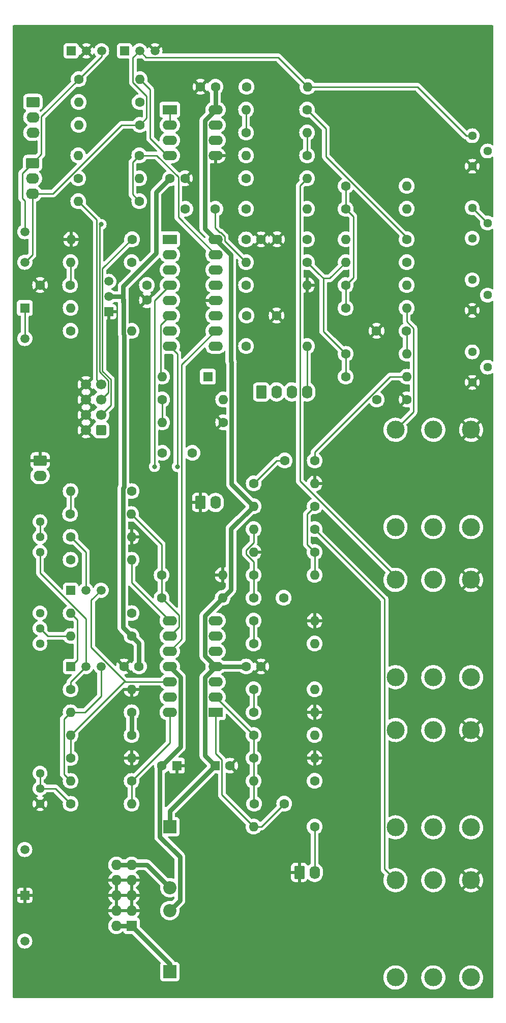
<source format=gtl>
G04 #@! TF.GenerationSoftware,KiCad,Pcbnew,6.0.6-3a73a75311~116~ubuntu20.04.1*
G04 #@! TF.CreationDate,2022-07-02T20:41:12-04:00*
G04 #@! TF.ProjectId,sidekickvco_b1,73696465-6b69-4636-9b76-636f5f62312e,rev?*
G04 #@! TF.SameCoordinates,Original*
G04 #@! TF.FileFunction,Copper,L1,Top*
G04 #@! TF.FilePolarity,Positive*
%FSLAX46Y46*%
G04 Gerber Fmt 4.6, Leading zero omitted, Abs format (unit mm)*
G04 Created by KiCad (PCBNEW 6.0.6-3a73a75311~116~ubuntu20.04.1) date 2022-07-02 20:41:12*
%MOMM*%
%LPD*%
G01*
G04 APERTURE LIST*
G04 Aperture macros list*
%AMRoundRect*
0 Rectangle with rounded corners*
0 $1 Rounding radius*
0 $2 $3 $4 $5 $6 $7 $8 $9 X,Y pos of 4 corners*
0 Add a 4 corners polygon primitive as box body*
4,1,4,$2,$3,$4,$5,$6,$7,$8,$9,$2,$3,0*
0 Add four circle primitives for the rounded corners*
1,1,$1+$1,$2,$3*
1,1,$1+$1,$4,$5*
1,1,$1+$1,$6,$7*
1,1,$1+$1,$8,$9*
0 Add four rect primitives between the rounded corners*
20,1,$1+$1,$2,$3,$4,$5,0*
20,1,$1+$1,$4,$5,$6,$7,0*
20,1,$1+$1,$6,$7,$8,$9,0*
20,1,$1+$1,$8,$9,$2,$3,0*%
G04 Aperture macros list end*
G04 #@! TA.AperFunction,ComponentPad*
%ADD10C,1.600000*%
G04 #@! TD*
G04 #@! TA.AperFunction,ComponentPad*
%ADD11R,2.400000X1.600000*%
G04 #@! TD*
G04 #@! TA.AperFunction,ComponentPad*
%ADD12O,2.400000X1.600000*%
G04 #@! TD*
G04 #@! TA.AperFunction,ComponentPad*
%ADD13R,1.600000X1.600000*%
G04 #@! TD*
G04 #@! TA.AperFunction,ComponentPad*
%ADD14O,1.600000X1.600000*%
G04 #@! TD*
G04 #@! TA.AperFunction,ComponentPad*
%ADD15R,2.200000X2.200000*%
G04 #@! TD*
G04 #@! TA.AperFunction,ComponentPad*
%ADD16O,2.200000X2.200000*%
G04 #@! TD*
G04 #@! TA.AperFunction,ComponentPad*
%ADD17C,1.440000*%
G04 #@! TD*
G04 #@! TA.AperFunction,ComponentPad*
%ADD18RoundRect,0.250000X-0.850000X0.620000X-0.850000X-0.620000X0.850000X-0.620000X0.850000X0.620000X0*%
G04 #@! TD*
G04 #@! TA.AperFunction,ComponentPad*
%ADD19O,2.200000X1.740000*%
G04 #@! TD*
G04 #@! TA.AperFunction,ComponentPad*
%ADD20R,1.500000X1.500000*%
G04 #@! TD*
G04 #@! TA.AperFunction,ComponentPad*
%ADD21C,1.500000*%
G04 #@! TD*
G04 #@! TA.AperFunction,ComponentPad*
%ADD22C,3.000000*%
G04 #@! TD*
G04 #@! TA.AperFunction,ComponentPad*
%ADD23RoundRect,0.250000X-0.620000X-0.850000X0.620000X-0.850000X0.620000X0.850000X-0.620000X0.850000X0*%
G04 #@! TD*
G04 #@! TA.AperFunction,ComponentPad*
%ADD24O,1.740000X2.200000*%
G04 #@! TD*
G04 #@! TA.AperFunction,ComponentPad*
%ADD25RoundRect,0.250000X0.600000X0.600000X-0.600000X0.600000X-0.600000X-0.600000X0.600000X-0.600000X0*%
G04 #@! TD*
G04 #@! TA.AperFunction,ComponentPad*
%ADD26C,1.700000*%
G04 #@! TD*
G04 #@! TA.AperFunction,ComponentPad*
%ADD27R,1.727200X1.727200*%
G04 #@! TD*
G04 #@! TA.AperFunction,ComponentPad*
%ADD28O,1.727200X1.727200*%
G04 #@! TD*
G04 #@! TA.AperFunction,ComponentPad*
%ADD29RoundRect,0.250000X-0.620000X-0.845000X0.620000X-0.845000X0.620000X0.845000X-0.620000X0.845000X0*%
G04 #@! TD*
G04 #@! TA.AperFunction,ComponentPad*
%ADD30O,1.740000X2.190000*%
G04 #@! TD*
G04 #@! TA.AperFunction,ViaPad*
%ADD31C,0.800000*%
G04 #@! TD*
G04 #@! TA.AperFunction,Conductor*
%ADD32C,0.750000*%
G04 #@! TD*
G04 #@! TA.AperFunction,Conductor*
%ADD33C,0.250000*%
G04 #@! TD*
G04 APERTURE END LIST*
D10*
G04 #@! TO.P,C3,1*
G04 #@! TO.N,Board_0-GND*
X134480000Y-47020000D03*
G04 #@! TO.P,C3,2*
G04 #@! TO.N,Board_0--12V*
X131980000Y-47020000D03*
G04 #@! TD*
D11*
G04 #@! TO.P,U1,1*
G04 #@! TO.N,Board_0-Net-(R8-Pad2)*
X131940000Y-35600000D03*
D12*
G04 #@! TO.P,U1,2,-*
X131940000Y-38140000D03*
G04 #@! TO.P,U1,3,+*
G04 #@! TO.N,Board_0-/Main PCB/OCTAVE*
X131940000Y-40680000D03*
G04 #@! TO.P,U1,4,V-*
G04 #@! TO.N,Board_0--12V*
X131940000Y-43220000D03*
G04 #@! TO.P,U1,5,+*
G04 #@! TO.N,Board_0-GND*
X139560000Y-43220000D03*
G04 #@! TO.P,U1,6,-*
G04 #@! TO.N,Board_0-Net-(R25-Pad1)*
X139560000Y-40680000D03*
G04 #@! TO.P,U1,7*
G04 #@! TO.N,Board_0-Net-(R27-Pad1)*
X139560000Y-38140000D03*
G04 #@! TO.P,U1,8,V+*
G04 #@! TO.N,Board_0-+12V*
X139560000Y-35600000D03*
G04 #@! TD*
D13*
G04 #@! TO.P,C13,1*
G04 #@! TO.N,Board_0-+12V*
X139480000Y-144820000D03*
D10*
G04 #@! TO.P,C13,2*
G04 #@! TO.N,Board_0-GND*
X141980000Y-144820000D03*
G04 #@! TD*
G04 #@! TO.P,R19,1*
G04 #@! TO.N,Board_0-CV_NODE*
X161230000Y-48290000D03*
D14*
G04 #@! TO.P,R19,2*
G04 #@! TO.N,Board_0-/Main PCB/CENTER_FREQ*
X171390000Y-48290000D03*
G04 #@! TD*
D10*
G04 #@! TO.P,C6,1*
G04 #@! TO.N,Board_0-+12V*
X144640000Y-57190000D03*
G04 #@! TO.P,C6,2*
G04 #@! TO.N,Board_0-GND*
X147140000Y-57190000D03*
G04 #@! TD*
G04 #@! TO.P,R35,1*
G04 #@! TO.N,Board_0-Net-(Q1-Pad2)*
X115430000Y-132120000D03*
D14*
G04 #@! TO.P,R35,2*
G04 #@! TO.N,Board_0-GND*
X125590000Y-132120000D03*
G04 #@! TD*
D10*
G04 #@! TO.P,R56,1*
G04 #@! TO.N,Board_0-Net-(C18-Pad1)*
X145900000Y-113060000D03*
D14*
G04 #@! TO.P,R56,2*
G04 #@! TO.N,Board_0-Net-(C18-Pad2)*
X156060000Y-113060000D03*
G04 #@! TD*
D15*
G04 #@! TO.P,D3,1,K*
G04 #@! TO.N,Board_0-+12V*
X131940000Y-154980000D03*
D16*
G04 #@! TO.P,D3,2,A*
G04 #@! TO.N,Board_0-/Jacks\u002C power\u002C etc/+12V_IN*
X131940000Y-165140000D03*
G04 #@! TD*
D10*
G04 #@! TO.P,R26,1*
G04 #@! TO.N,Board_0-Net-(R25-Pad1)*
X144640000Y-47020000D03*
D14*
G04 #@! TO.P,R26,2*
G04 #@! TO.N,Board_0-PWMIN*
X154800000Y-47020000D03*
G04 #@! TD*
D17*
G04 #@! TO.P,RV4,1,1*
G04 #@! TO.N,Board_0-GND*
X182300000Y-69000000D03*
G04 #@! TO.P,RV4,2,2*
G04 #@! TO.N,Board_0-PWM_IN*
X184840000Y-66460000D03*
G04 #@! TO.P,RV4,3,3*
G04 #@! TO.N,Board_0-Net-(R28-Pad1)*
X182300000Y-63920000D03*
G04 #@! TD*
D10*
G04 #@! TO.P,R51,1*
G04 #@! TO.N,Board_0-Net-(R48-Pad1)*
X130590000Y-113070000D03*
D14*
G04 #@! TO.P,R51,2*
G04 #@! TO.N,Board_0-GND*
X140750000Y-113070000D03*
G04 #@! TD*
D10*
G04 #@! TO.P,R5,1*
G04 #@! TO.N,Board_0-Net-(R5-Pad1)*
X125590000Y-60990000D03*
D14*
G04 #@! TO.P,R5,2*
G04 #@! TO.N,Board_0--5V*
X115430000Y-60990000D03*
G04 #@! TD*
D10*
G04 #@! TO.P,C1,1*
G04 #@! TO.N,Board_0--5V*
X128130000Y-64800000D03*
G04 #@! TO.P,C1,2*
G04 #@! TO.N,Board_0-GND*
X128130000Y-67300000D03*
G04 #@! TD*
D18*
G04 #@! TO.P,J2,1,Pin_1*
G04 #@! TO.N,Board_0--5V_REF*
X109080000Y-44480000D03*
D19*
G04 #@! TO.P,J2,2,Pin_2*
G04 #@! TO.N,Board_0-/Main PCB/FINE_TUNE*
X109080000Y-47020000D03*
G04 #@! TO.P,J2,3,Pin_3*
G04 #@! TO.N,Board_0-+5V_REF*
X109080000Y-49560000D03*
G04 #@! TD*
D10*
G04 #@! TO.P,C7,1*
G04 #@! TO.N,Board_0-/Main PCB/SYNCA*
X135710000Y-92740000D03*
G04 #@! TO.P,C7,2*
G04 #@! TO.N,Board_0-/Main PCB/LINK_IN_SYNC*
X130710000Y-92740000D03*
G04 #@! TD*
D13*
G04 #@! TO.P,C14,1*
G04 #@! TO.N,Board_0-GND*
X133130000Y-144820000D03*
D10*
G04 #@! TO.P,C14,2*
G04 #@! TO.N,Board_0--12V*
X130630000Y-144820000D03*
G04 #@! TD*
G04 #@! TO.P,R37,1*
G04 #@! TO.N,Board_0-Net-(Q2-Pad1)*
X125590000Y-119420000D03*
D14*
G04 #@! TO.P,R37,2*
G04 #@! TO.N,Board_0-Net-(Q1-Pad1)*
X115430000Y-119420000D03*
G04 #@! TD*
D10*
G04 #@! TO.P,R21,1*
G04 #@! TO.N,Board_0-SOFT_SYNC*
X144640000Y-74960000D03*
D14*
G04 #@! TO.P,R21,2*
G04 #@! TO.N,Board_0-/Main PCB/SOFT_SYNCA*
X154800000Y-74960000D03*
G04 #@! TD*
D10*
G04 #@! TO.P,R38,1*
G04 #@! TO.N,Board_0-+12V*
X125590000Y-139740000D03*
D14*
G04 #@! TO.P,R38,2*
G04 #@! TO.N,Board_0-Net-(Q2-Pad3)*
X115430000Y-139740000D03*
G04 #@! TD*
D10*
G04 #@! TO.P,R25,1*
G04 #@! TO.N,Board_0-Net-(R25-Pad1)*
X154800000Y-43210000D03*
D14*
G04 #@! TO.P,R25,2*
G04 #@! TO.N,Board_0-/Main PCB/LINK_IN_PW*
X144640000Y-43210000D03*
G04 #@! TD*
D10*
G04 #@! TO.P,R29,1*
G04 #@! TO.N,Board_0-Net-(R28-Pad1)*
X154800000Y-35590000D03*
D14*
G04 #@! TO.P,R29,2*
G04 #@! TO.N,Board_0-Net-(R27-Pad1)*
X144640000Y-35590000D03*
G04 #@! TD*
D10*
G04 #@! TO.P,R16,1*
G04 #@! TO.N,Board_0-+12V*
X171390000Y-60990000D03*
D14*
G04 #@! TO.P,R16,2*
G04 #@! TO.N,Board_0-LIN_FM*
X161230000Y-60990000D03*
G04 #@! TD*
D10*
G04 #@! TO.P,C8,1*
G04 #@! TO.N,Board_0-Net-(C8-Pad1)*
X154800000Y-57180000D03*
G04 #@! TO.P,C8,2*
G04 #@! TO.N,Board_0-GND*
X149800000Y-57180000D03*
G04 #@! TD*
G04 #@! TO.P,R34,1*
G04 #@! TO.N,Board_0-Net-(R34-Pad1)*
X115430000Y-110530000D03*
D14*
G04 #@! TO.P,R34,2*
G04 #@! TO.N,Board_0-TRI_RAW*
X125590000Y-110530000D03*
G04 #@! TD*
D20*
G04 #@! TO.P,U5,1,GND*
G04 #@! TO.N,Board_0-GND*
X121780000Y-69245000D03*
D21*
G04 #@! TO.P,U5,2,VI*
G04 #@! TO.N,Board_0--12V*
X121780000Y-66705000D03*
G04 #@! TO.P,U5,3,VO*
G04 #@! TO.N,Board_0--5V*
X121780000Y-64165000D03*
G04 #@! TD*
D22*
G04 #@! TO.P,J22,R*
G04 #@! TO.N,N/C*
X175815000Y-163885000D03*
G04 #@! TO.P,J22,RN*
X175815000Y-180085000D03*
G04 #@! TO.P,J22,S*
G04 #@! TO.N,Board_0-GND*
X182115000Y-163885000D03*
G04 #@! TO.P,J22,SN*
G04 #@! TO.N,N/C*
X182115000Y-180085000D03*
G04 #@! TO.P,J22,T*
G04 #@! TO.N,Board_0-PULSE*
X169515000Y-163885000D03*
G04 #@! TO.P,J22,TN*
G04 #@! TO.N,N/C*
X169515000Y-180085000D03*
G04 #@! TD*
D10*
G04 #@! TO.P,C5,1*
G04 #@! TO.N,Board_0-Net-(C5-Pad1)*
X139520000Y-52100000D03*
G04 #@! TO.P,C5,2*
G04 #@! TO.N,Board_0-/Main PCB/LINK_IN_FM*
X134520000Y-52100000D03*
G04 #@! TD*
G04 #@! TO.P,R24,1*
G04 #@! TO.N,Board_0--5V_REF*
X116780000Y-30510000D03*
D14*
G04 #@! TO.P,R24,2*
G04 #@! TO.N,Board_0--12V*
X126940000Y-30510000D03*
G04 #@! TD*
D10*
G04 #@! TO.P,R46,1*
G04 #@! TO.N,Board_0-Net-(R44-Pad1)*
X145900000Y-135920000D03*
D14*
G04 #@! TO.P,R46,2*
G04 #@! TO.N,Board_0-GND*
X156060000Y-135920000D03*
G04 #@! TD*
D10*
G04 #@! TO.P,R17,1*
G04 #@! TO.N,Board_0-LIN_FM*
X161230000Y-76240000D03*
D14*
G04 #@! TO.P,R17,2*
G04 #@! TO.N,Board_0-Net-(C10-Pad1)*
X171390000Y-76240000D03*
G04 #@! TD*
D10*
G04 #@! TO.P,R3,1*
G04 #@! TO.N,Board_0-PULSE_OUT*
X115430000Y-72420000D03*
D14*
G04 #@! TO.P,R3,2*
G04 #@! TO.N,Board_0-PWM_IN*
X125590000Y-72420000D03*
G04 #@! TD*
D10*
G04 #@! TO.P,R36,1*
G04 #@! TO.N,Board_0-+12V*
X125590000Y-135930000D03*
D14*
G04 #@! TO.P,R36,2*
G04 #@! TO.N,Board_0-Net-(Q1-Pad3)*
X115430000Y-135930000D03*
G04 #@! TD*
D10*
G04 #@! TO.P,C16,1*
G04 #@! TO.N,Board_0-GND*
X124320000Y-128310000D03*
G04 #@! TO.P,C16,2*
G04 #@! TO.N,Board_0--12V*
X126820000Y-128310000D03*
G04 #@! TD*
G04 #@! TO.P,R9,1*
G04 #@! TO.N,Board_0-CV_NODE*
X161230000Y-68610000D03*
D14*
G04 #@! TO.P,R9,2*
G04 #@! TO.N,Board_0-V_OCT*
X171390000Y-68610000D03*
G04 #@! TD*
D10*
G04 #@! TO.P,R54,1*
G04 #@! TO.N,Board_0-TRI_RAW*
X115350000Y-102910000D03*
D14*
G04 #@! TO.P,R54,2*
G04 #@! TO.N,Board_0-Net-(R48-Pad1)*
X125510000Y-102910000D03*
G04 #@! TD*
D10*
G04 #@! TO.P,R12,1*
G04 #@! TO.N,Board_0-LIN_FM*
X161230000Y-80050000D03*
D14*
G04 #@! TO.P,R12,2*
G04 #@! TO.N,Board_0-Net-(C4-Pad1)*
X171390000Y-80050000D03*
G04 #@! TD*
D10*
G04 #@! TO.P,R18,1*
G04 #@! TO.N,Board_0-CV_NODE*
X161230000Y-64800000D03*
D14*
G04 #@! TO.P,R18,2*
G04 #@! TO.N,Board_0-/Main PCB/HI_FREQ_TRACK*
X171390000Y-64800000D03*
G04 #@! TD*
D10*
G04 #@! TO.P,R41,1*
G04 #@! TO.N,Board_0-Net-(Q2-Pad3)*
X115430000Y-143550000D03*
D14*
G04 #@! TO.P,R41,2*
G04 #@! TO.N,Board_0-GND*
X125590000Y-143550000D03*
G04 #@! TD*
D10*
G04 #@! TO.P,R42,1*
G04 #@! TO.N,Board_0-Net-(R42-Pad1)*
X125590000Y-147360000D03*
D14*
G04 #@! TO.P,R42,2*
G04 #@! TO.N,Board_0-Net-(Q1-Pad3)*
X115430000Y-147360000D03*
G04 #@! TD*
D10*
G04 #@! TO.P,R45,1*
G04 #@! TO.N,Board_0-Net-(R45-Pad1)*
X145900000Y-124490000D03*
D14*
G04 #@! TO.P,R45,2*
G04 #@! TO.N,Board_0-PULSE_OUT*
X156060000Y-124490000D03*
G04 #@! TD*
D10*
G04 #@! TO.P,R50,1*
G04 #@! TO.N,Board_0-Net-(C18-Pad2)*
X156060000Y-101630000D03*
D14*
G04 #@! TO.P,R50,2*
G04 #@! TO.N,Board_0-+12V*
X145900000Y-101630000D03*
G04 #@! TD*
D20*
G04 #@! TO.P,Q1,1,E*
G04 #@! TO.N,Board_0-Net-(Q1-Pad1)*
X115430000Y-128310000D03*
D21*
G04 #@! TO.P,Q1,2,B*
G04 #@! TO.N,Board_0-Net-(Q1-Pad2)*
X117970000Y-128310000D03*
G04 #@! TO.P,Q1,3,C*
G04 #@! TO.N,Board_0-Net-(Q1-Pad3)*
X120510000Y-128310000D03*
G04 #@! TD*
D17*
G04 #@! TO.P,RV3,1,1*
G04 #@! TO.N,Board_0-GND*
X182300000Y-45000000D03*
G04 #@! TO.P,RV3,2,2*
G04 #@! TO.N,Board_0-/Main PCB/CENTER_FREQ*
X184840000Y-42460000D03*
G04 #@! TO.P,RV3,3,3*
G04 #@! TO.N,Board_0-+5V_REF*
X182300000Y-39920000D03*
G04 #@! TD*
D10*
G04 #@! TO.P,C10,1*
G04 #@! TO.N,Board_0-Net-(C10-Pad1)*
X171360000Y-72420000D03*
G04 #@! TO.P,C10,2*
G04 #@! TO.N,Board_0-GND*
X166360000Y-72420000D03*
G04 #@! TD*
G04 #@! TO.P,R20,1*
G04 #@! TO.N,Board_0-Net-(D1-Pad1)*
X130670000Y-83850000D03*
D14*
G04 #@! TO.P,R20,2*
G04 #@! TO.N,Board_0-/Main PCB/HARD_SYNCA*
X140830000Y-83850000D03*
G04 #@! TD*
D23*
G04 #@! TO.P,J5,1,Pin_1*
G04 #@! TO.N,Board_0-GND*
X137020000Y-100995000D03*
D24*
G04 #@! TO.P,J5,2,Pin_2*
G04 #@! TO.N,Board_0-/Main PCB/LIN_FM_IN*
X139560000Y-100995000D03*
G04 #@! TD*
D10*
G04 #@! TO.P,C11,1*
G04 #@! TO.N,Board_0-GND*
X171390000Y-83850000D03*
G04 #@! TO.P,C11,2*
G04 #@! TO.N,Board_0-/Main PCB/SOFT_SYNC_OFF*
X166390000Y-83850000D03*
G04 #@! TD*
G04 #@! TO.P,R47,1*
G04 #@! TO.N,Board_0-Net-(R45-Pad1)*
X145900000Y-120680000D03*
D14*
G04 #@! TO.P,R47,2*
G04 #@! TO.N,Board_0-GND*
X156060000Y-120680000D03*
G04 #@! TD*
D10*
G04 #@! TO.P,R6,1*
G04 #@! TO.N,Board_0-/Main PCB/LIN_FM_IN*
X145910000Y-97820000D03*
D14*
G04 #@! TO.P,R6,2*
G04 #@! TO.N,Board_0-GND*
X156070000Y-97820000D03*
G04 #@! TD*
D10*
G04 #@! TO.P,R39,1*
G04 #@! TO.N,Board_0--12V*
X125590000Y-123230000D03*
D14*
G04 #@! TO.P,R39,2*
G04 #@! TO.N,Board_0-Net-(R39-Pad2)*
X115430000Y-123230000D03*
G04 #@! TD*
D10*
G04 #@! TO.P,C15,1*
G04 #@! TO.N,Board_0-+12V*
X144640000Y-128310000D03*
G04 #@! TO.P,C15,2*
G04 #@! TO.N,Board_0-GND*
X147140000Y-128310000D03*
G04 #@! TD*
G04 #@! TO.P,C2,1*
G04 #@! TO.N,Board_0-+12V*
X139550000Y-31780000D03*
G04 #@! TO.P,C2,2*
G04 #@! TO.N,Board_0-GND*
X137050000Y-31780000D03*
G04 #@! TD*
G04 #@! TO.P,R8,1*
G04 #@! TO.N,Board_0-CV_NODE*
X116700000Y-47020000D03*
D14*
G04 #@! TO.P,R8,2*
G04 #@! TO.N,Board_0-Net-(R8-Pad2)*
X126860000Y-47020000D03*
G04 #@! TD*
D10*
G04 #@! TO.P,R49,1*
G04 #@! TO.N,Board_0-Net-(C17-Pad2)*
X145900000Y-139730000D03*
D14*
G04 #@! TO.P,R49,2*
G04 #@! TO.N,Board_0-+12V*
X156060000Y-139730000D03*
G04 #@! TD*
D10*
G04 #@! TO.P,R1,1*
G04 #@! TO.N,Board_0-+5V_REF*
X126940000Y-38130000D03*
D14*
G04 #@! TO.P,R1,2*
G04 #@! TO.N,Board_0-/Main PCB/+2V_REF*
X116780000Y-38130000D03*
G04 #@! TD*
D10*
G04 #@! TO.P,R53,1*
G04 #@! TO.N,Board_0-Net-(C18-Pad2)*
X156060000Y-109250000D03*
D14*
G04 #@! TO.P,R53,2*
G04 #@! TO.N,Board_0-GND*
X145900000Y-109250000D03*
G04 #@! TD*
D22*
G04 #@! TO.P,J19,R*
G04 #@! TO.N,N/C*
X175815000Y-88885000D03*
G04 #@! TO.P,J19,RN*
X175815000Y-105085000D03*
G04 #@! TO.P,J19,S*
G04 #@! TO.N,Board_0-GND*
X182115000Y-88885000D03*
G04 #@! TO.P,J19,SN*
G04 #@! TO.N,N/C*
X182115000Y-105085000D03*
G04 #@! TO.P,J19,T*
G04 #@! TO.N,Board_0-V_OCT*
X169515000Y-88885000D03*
G04 #@! TO.P,J19,TN*
G04 #@! TO.N,N/C*
X169515000Y-105085000D03*
G04 #@! TD*
D10*
G04 #@! TO.P,R58,1*
G04 #@! TO.N,Board_0-/Outputs and sin/SAW*
X156060000Y-154970000D03*
D14*
G04 #@! TO.P,R58,2*
G04 #@! TO.N,Board_0-Net-(C17-Pad1)*
X145900000Y-154970000D03*
G04 #@! TD*
D10*
G04 #@! TO.P,C18,1*
G04 #@! TO.N,Board_0-Net-(C18-Pad1)*
X145900000Y-116870000D03*
G04 #@! TO.P,C18,2*
G04 #@! TO.N,Board_0-Net-(C18-Pad2)*
X150900000Y-116870000D03*
G04 #@! TD*
D17*
G04 #@! TO.P,RV2,1,1*
G04 #@! TO.N,Board_0-GND*
X182300000Y-81000000D03*
G04 #@! TO.P,RV2,2,2*
G04 #@! TO.N,Board_0-/Main PCB/HI_FREQ_TRACK*
X184840000Y-78460000D03*
G04 #@! TO.P,RV2,3,3*
G04 #@! TO.N,Board_0-HFT*
X182300000Y-75920000D03*
G04 #@! TD*
D10*
G04 #@! TO.P,R10,1*
G04 #@! TO.N,Board_0-CV_NODE*
X126860000Y-50830000D03*
D14*
G04 #@! TO.P,R10,2*
G04 #@! TO.N,Board_0-/Main PCB/LINK_IN_CV*
X116700000Y-50830000D03*
G04 #@! TD*
D15*
G04 #@! TO.P,D4,1,K*
G04 #@! TO.N,Board_0-/Jacks\u002C power\u002C etc/-12V_IN*
X131940000Y-179110000D03*
D16*
G04 #@! TO.P,D4,2,A*
G04 #@! TO.N,Board_0--12V*
X131940000Y-168950000D03*
G04 #@! TD*
D25*
G04 #@! TO.P,J1,1,Pin_1*
G04 #@! TO.N,Board_0-/Main PCB/LINK_IN_SYNC*
X120510000Y-88930000D03*
D26*
G04 #@! TO.P,J1,2,Pin_2*
G04 #@! TO.N,Board_0-GND*
X117970000Y-88930000D03*
G04 #@! TO.P,J1,3,Pin_3*
G04 #@! TO.N,Board_0-/Main PCB/LINK_IN_FM*
X120510000Y-86390000D03*
G04 #@! TO.P,J1,4,Pin_4*
G04 #@! TO.N,Board_0-GND*
X117970000Y-86390000D03*
G04 #@! TO.P,J1,5,Pin_5*
G04 #@! TO.N,Board_0-/Main PCB/LINK_IN_PW*
X120510000Y-83850000D03*
G04 #@! TO.P,J1,6,Pin_6*
G04 #@! TO.N,Board_0-GND*
X117970000Y-83850000D03*
G04 #@! TO.P,J1,7,Pin_7*
G04 #@! TO.N,Board_0-/Main PCB/LINK_IN_CV*
X120510000Y-81310000D03*
G04 #@! TO.P,J1,8,Pin_8*
G04 #@! TO.N,Board_0-GND*
X117970000Y-81310000D03*
G04 #@! TD*
D10*
G04 #@! TO.P,R11,1*
G04 #@! TO.N,Board_0-CV_NODE*
X126860000Y-43210000D03*
D14*
G04 #@! TO.P,R11,2*
G04 #@! TO.N,Board_0-/Main PCB/FINE_TUNE*
X116700000Y-43210000D03*
G04 #@! TD*
D11*
G04 #@! TO.P,U6,1*
G04 #@! TO.N,Board_0-Net-(C17-Pad1)*
X139560000Y-135930000D03*
D12*
G04 #@! TO.P,U6,2,-*
G04 #@! TO.N,Board_0-Net-(C17-Pad2)*
X139560000Y-133390000D03*
G04 #@! TO.P,U6,3,+*
G04 #@! TO.N,Board_0-Net-(R44-Pad1)*
X139560000Y-130850000D03*
G04 #@! TO.P,U6,4,V+*
G04 #@! TO.N,Board_0-+12V*
X139560000Y-128310000D03*
G04 #@! TO.P,U6,5,+*
G04 #@! TO.N,Board_0-Net-(R45-Pad1)*
X139560000Y-125770000D03*
G04 #@! TO.P,U6,6,-*
G04 #@! TO.N,Board_0-Net-(C18-Pad2)*
X139560000Y-123230000D03*
G04 #@! TO.P,U6,7*
G04 #@! TO.N,Board_0-Net-(C18-Pad1)*
X139560000Y-120690000D03*
G04 #@! TO.P,U6,8*
G04 #@! TO.N,Board_0-TRI_RAW*
X131940000Y-120690000D03*
G04 #@! TO.P,U6,9,-*
G04 #@! TO.N,Board_0-Net-(R48-Pad1)*
X131940000Y-123230000D03*
G04 #@! TO.P,U6,10,+*
G04 #@! TO.N,Board_0-TRIANGLE_OUT*
X131940000Y-125770000D03*
G04 #@! TO.P,U6,11,V-*
G04 #@! TO.N,Board_0--12V*
X131940000Y-128310000D03*
G04 #@! TO.P,U6,12,+*
G04 #@! TO.N,Board_0-Net-(Q2-Pad3)*
X131940000Y-130850000D03*
G04 #@! TO.P,U6,13,-*
G04 #@! TO.N,Board_0-Net-(Q1-Pad3)*
X131940000Y-133390000D03*
G04 #@! TO.P,U6,14*
G04 #@! TO.N,Board_0-Net-(R42-Pad1)*
X131940000Y-135930000D03*
G04 #@! TD*
D10*
G04 #@! TO.P,R57,1*
G04 #@! TO.N,Board_0-/Outputs and sin/TRI*
X125590000Y-99100000D03*
D14*
G04 #@! TO.P,R57,2*
G04 #@! TO.N,Board_0-TRI_RAW*
X115430000Y-99100000D03*
G04 #@! TD*
D10*
G04 #@! TO.P,R15,1*
G04 #@! TO.N,Board_0-Net-(R15-Pad1)*
X144640000Y-64800000D03*
D14*
G04 #@! TO.P,R15,2*
G04 #@! TO.N,Board_0-GND*
X154800000Y-64800000D03*
G04 #@! TD*
D10*
G04 #@! TO.P,C9,1*
G04 #@! TO.N,Board_0-GND*
X149720000Y-69880000D03*
G04 #@! TO.P,C9,2*
G04 #@! TO.N,Board_0-Net-(C9-Pad2)*
X144720000Y-69880000D03*
G04 #@! TD*
D20*
G04 #@! TO.P,Q2,1,E*
G04 #@! TO.N,Board_0-Net-(Q2-Pad1)*
X115430000Y-115610000D03*
D21*
G04 #@! TO.P,Q2,2,B*
G04 #@! TO.N,Board_0-Net-(Q2-Pad2)*
X117970000Y-115610000D03*
G04 #@! TO.P,Q2,3,C*
G04 #@! TO.N,Board_0-Net-(Q2-Pad3)*
X120510000Y-115610000D03*
G04 #@! TD*
D10*
G04 #@! TO.P,C4,1*
G04 #@! TO.N,Board_0-Net-(C4-Pad1)*
X156070000Y-94010000D03*
G04 #@! TO.P,C4,2*
G04 #@! TO.N,Board_0-/Main PCB/LIN_FM_IN*
X151070000Y-94010000D03*
G04 #@! TD*
G04 #@! TO.P,R2,1*
G04 #@! TO.N,Board_0--5V_REF*
X126940000Y-34320000D03*
D14*
G04 #@! TO.P,R2,2*
G04 #@! TO.N,Board_0-/Main PCB/-2V_REF*
X116780000Y-34320000D03*
G04 #@! TD*
D13*
G04 #@! TO.P,D2,1,K*
G04 #@! TO.N,Board_0--5V*
X107810000Y-68610000D03*
D14*
G04 #@! TO.P,D2,2,A*
G04 #@! TO.N,Board_0--12V*
X115430000Y-68610000D03*
G04 #@! TD*
D20*
G04 #@! TO.P,U4,1*
G04 #@! TO.N,N/C*
X115510000Y-25790000D03*
D21*
G04 #@! TO.P,U4,2,K*
G04 #@! TO.N,Board_0-GND*
X118050000Y-25790000D03*
G04 #@! TO.P,U4,3,A*
G04 #@! TO.N,Board_0--5V_REF*
X120590000Y-25790000D03*
G04 #@! TD*
D17*
G04 #@! TO.P,RV1,1,1*
G04 #@! TO.N,Board_0-Net-(R4-Pad2)*
X182300000Y-57000000D03*
G04 #@! TO.P,RV1,2,2*
G04 #@! TO.N,Board_0--5V*
X184840000Y-54460000D03*
G04 #@! TO.P,RV1,3,3*
X182300000Y-51920000D03*
G04 #@! TD*
G04 #@! TO.P,RV8,1,1*
G04 #@! TO.N,Board_0-GND*
X110340000Y-151160000D03*
G04 #@! TO.P,RV8,2,2*
G04 #@! TO.N,Board_0-SIN*
X110340000Y-148620000D03*
G04 #@! TO.P,RV8,3,3*
X110340000Y-146080000D03*
G04 #@! TD*
D10*
G04 #@! TO.P,R28,1*
G04 #@! TO.N,Board_0-Net-(R28-Pad1)*
X171390000Y-57180000D03*
D14*
G04 #@! TO.P,R28,2*
G04 #@! TO.N,Board_0-+12V*
X161230000Y-57180000D03*
G04 #@! TD*
D10*
G04 #@! TO.P,C17,1*
G04 #@! TO.N,Board_0-Net-(C17-Pad1)*
X150990000Y-151160000D03*
G04 #@! TO.P,C17,2*
G04 #@! TO.N,Board_0-Net-(C17-Pad2)*
X145990000Y-151160000D03*
G04 #@! TD*
G04 #@! TO.P,R59,1*
G04 #@! TO.N,Board_0-PULSE*
X156060000Y-105440000D03*
D14*
G04 #@! TO.P,R59,2*
G04 #@! TO.N,Board_0-Net-(C18-Pad1)*
X145900000Y-105440000D03*
G04 #@! TD*
D10*
G04 #@! TO.P,R43,1*
G04 #@! TO.N,Board_0-SIN*
X115430000Y-151170000D03*
D14*
G04 #@! TO.P,R43,2*
G04 #@! TO.N,Board_0-Net-(R42-Pad1)*
X125590000Y-151170000D03*
G04 #@! TD*
D10*
G04 #@! TO.P,R14,1*
G04 #@! TO.N,Board_0-CV_NODE*
X161230000Y-52100000D03*
D14*
G04 #@! TO.P,R14,2*
G04 #@! TO.N,Board_0-Net-(C8-Pad1)*
X171390000Y-52100000D03*
G04 #@! TD*
D18*
G04 #@! TO.P,J3,1,Pin_1*
G04 #@! TO.N,Board_0-/Main PCB/-2V_REF*
X109140000Y-34320000D03*
D19*
G04 #@! TO.P,J3,2,Pin_2*
G04 #@! TO.N,Board_0-/Main PCB/OCTAVE*
X109140000Y-36860000D03*
G04 #@! TO.P,J3,3,Pin_3*
G04 #@! TO.N,Board_0-/Main PCB/+2V_REF*
X109140000Y-39400000D03*
G04 #@! TD*
D10*
G04 #@! TO.P,R40,1*
G04 #@! TO.N,Board_0-Net-(Q2-Pad2)*
X115430000Y-106720000D03*
D14*
G04 #@! TO.P,R40,2*
G04 #@! TO.N,Board_0-GND*
X125590000Y-106720000D03*
G04 #@! TD*
D11*
G04 #@! TO.P,U2,1,Scale1*
G04 #@! TO.N,Board_0-Net-(R4-Pad1)*
X131950000Y-57180000D03*
D12*
G04 #@! TO.P,U2,2,Scale2*
G04 #@! TO.N,Board_0-Net-(R5-Pad1)*
X131950000Y-59720000D03*
G04 #@! TO.P,U2,3,VEE*
G04 #@! TO.N,Board_0--5V*
X131950000Y-62260000D03*
G04 #@! TO.P,U2,4,Pulse_Output*
G04 #@! TO.N,Board_0-PULSE_OUT*
X131950000Y-64800000D03*
G04 #@! TO.P,U2,5,PWM_Input*
G04 #@! TO.N,Board_0-PWM_IN*
X131950000Y-67340000D03*
G04 #@! TO.P,U2,6,Hard_Sync*
G04 #@! TO.N,Board_0-HARD_SYNC*
X131950000Y-69880000D03*
G04 #@! TO.P,U2,7,HFT*
G04 #@! TO.N,Board_0-HFT*
X131950000Y-72420000D03*
G04 #@! TO.P,U2,8,Saw_Output*
G04 #@! TO.N,Board_0-SAW_OUT*
X131950000Y-74960000D03*
G04 #@! TO.P,U2,9,Soft_Sync*
G04 #@! TO.N,Board_0-SOFT_SYNC*
X139570000Y-74960000D03*
G04 #@! TO.P,U2,10,Triangle_Output*
G04 #@! TO.N,Board_0-TRIANGLE_OUT*
X139570000Y-72420000D03*
G04 #@! TO.P,U2,11,Cap*
G04 #@! TO.N,Board_0-Net-(C9-Pad2)*
X139570000Y-69880000D03*
G04 #@! TO.P,U2,12,GND*
G04 #@! TO.N,Board_0-GND*
X139570000Y-67340000D03*
G04 #@! TO.P,U2,13,Linear_FM*
G04 #@! TO.N,Board_0-LIN_FM*
X139570000Y-64800000D03*
G04 #@! TO.P,U2,14,Scale*
G04 #@! TO.N,Board_0-Net-(R15-Pad1)*
X139570000Y-62260000D03*
G04 #@! TO.P,U2,15,Freq_CV*
G04 #@! TO.N,Board_0-CV_NODE*
X139570000Y-59720000D03*
G04 #@! TO.P,U2,16,VCC*
G04 #@! TO.N,Board_0-+12V*
X139570000Y-57180000D03*
G04 #@! TD*
D22*
G04 #@! TO.P,J18,R*
G04 #@! TO.N,N/C*
X175815000Y-113885000D03*
G04 #@! TO.P,J18,RN*
X175815000Y-130085000D03*
G04 #@! TO.P,J18,S*
G04 #@! TO.N,Board_0-GND*
X182115000Y-113885000D03*
G04 #@! TO.P,J18,SN*
G04 #@! TO.N,N/C*
X182115000Y-130085000D03*
G04 #@! TO.P,J18,T*
G04 #@! TO.N,Board_0-PWMIN*
X169515000Y-113885000D03*
G04 #@! TO.P,J18,TN*
G04 #@! TO.N,N/C*
X169515000Y-130085000D03*
G04 #@! TD*
D27*
G04 #@! TO.P,J20,1,-12V*
G04 #@! TO.N,Board_0-/Jacks\u002C power\u002C etc/-12V_IN*
X125590000Y-171490000D03*
D28*
G04 #@! TO.P,J20,2,-12V*
X123050000Y-171490000D03*
G04 #@! TO.P,J20,3,GND*
G04 #@! TO.N,Board_0-GND*
X125590000Y-168950000D03*
G04 #@! TO.P,J20,4,GND*
X123050000Y-168950000D03*
G04 #@! TO.P,J20,5,GND*
X125590000Y-166410000D03*
G04 #@! TO.P,J20,6,GND*
X123050000Y-166410000D03*
G04 #@! TO.P,J20,7,GND*
X125590000Y-163870000D03*
G04 #@! TO.P,J20,8,GND*
X123050000Y-163870000D03*
G04 #@! TO.P,J20,9,+12V*
G04 #@! TO.N,Board_0-/Jacks\u002C power\u002C etc/+12V_IN*
X125590000Y-161330000D03*
G04 #@! TO.P,J20,10,+12V*
X123050000Y-161330000D03*
G04 #@! TD*
D13*
G04 #@! TO.P,D1,1,K*
G04 #@! TO.N,Board_0-Net-(D1-Pad1)*
X138290000Y-80040000D03*
D14*
G04 #@! TO.P,D1,2,A*
G04 #@! TO.N,Board_0-HARD_SYNC*
X130670000Y-80040000D03*
G04 #@! TD*
D29*
G04 #@! TO.P,J4,1,Pin_1*
G04 #@! TO.N,Board_0-/Main PCB/HARD_SYNCA*
X147180000Y-82580000D03*
D30*
G04 #@! TO.P,J4,2,Pin_2*
G04 #@! TO.N,Board_0-/Main PCB/SYNCA*
X149720000Y-82580000D03*
G04 #@! TO.P,J4,3,Pin_3*
G04 #@! TO.N,Board_0-/Main PCB/SOFT_SYNC_OFF*
X152260000Y-82580000D03*
G04 #@! TO.P,J4,4,Pin_4*
G04 #@! TO.N,Board_0-/Main PCB/SOFT_SYNCA*
X154800000Y-82580000D03*
G04 #@! TD*
D18*
G04 #@! TO.P,J6,1,Pin_1*
G04 #@! TO.N,Board_0-GND*
X110340000Y-94010000D03*
D19*
G04 #@! TO.P,J6,2,Pin_2*
G04 #@! TO.N,Board_0-/Outputs and sin/TRI*
X110340000Y-96550000D03*
G04 #@! TD*
D10*
G04 #@! TO.P,R22,1*
G04 #@! TO.N,Board_0-GND*
X140830000Y-87660000D03*
D14*
G04 #@! TO.P,R22,2*
G04 #@! TO.N,Board_0-Net-(D1-Pad1)*
X130670000Y-87660000D03*
G04 #@! TD*
D17*
G04 #@! TO.P,RV7,1,1*
G04 #@! TO.N,Board_0-Net-(Q1-Pad1)*
X110340000Y-124490000D03*
G04 #@! TO.P,RV7,2,2*
G04 #@! TO.N,Board_0-Net-(R39-Pad2)*
X110340000Y-121950000D03*
G04 #@! TO.P,RV7,3,3*
G04 #@! TO.N,Board_0-Net-(Q2-Pad1)*
X110340000Y-119410000D03*
G04 #@! TD*
D10*
G04 #@! TO.P,R13,1*
G04 #@! TO.N,Board_0-LIN_FM*
X154800000Y-60990000D03*
D14*
G04 #@! TO.P,R13,2*
G04 #@! TO.N,Board_0-Net-(C5-Pad1)*
X144640000Y-60990000D03*
G04 #@! TD*
D10*
G04 #@! TO.P,R23,1*
G04 #@! TO.N,Board_0-+12V*
X144720000Y-31780000D03*
D14*
G04 #@! TO.P,R23,2*
G04 #@! TO.N,Board_0-+5V_REF*
X154880000Y-31780000D03*
G04 #@! TD*
D10*
G04 #@! TO.P,R44,1*
G04 #@! TO.N,Board_0-Net-(R44-Pad1)*
X145900000Y-132110000D03*
D14*
G04 #@! TO.P,R44,2*
G04 #@! TO.N,Board_0-SAW_OUT*
X156060000Y-132110000D03*
G04 #@! TD*
D17*
G04 #@! TO.P,RV6,1,1*
G04 #@! TO.N,Board_0-Net-(Q1-Pad2)*
X110340000Y-109260000D03*
G04 #@! TO.P,RV6,2,2*
G04 #@! TO.N,Board_0-Net-(R34-Pad1)*
X110340000Y-106720000D03*
G04 #@! TO.P,RV6,3,3*
X110340000Y-104180000D03*
G04 #@! TD*
D10*
G04 #@! TO.P,R4,1*
G04 #@! TO.N,Board_0-Net-(R4-Pad1)*
X144640000Y-52100000D03*
D14*
G04 #@! TO.P,R4,2*
G04 #@! TO.N,Board_0-Net-(R4-Pad2)*
X154800000Y-52100000D03*
G04 #@! TD*
D10*
G04 #@! TO.P,C12,1*
G04 #@! TO.N,Board_0-GND*
X110350000Y-64800000D03*
G04 #@! TO.P,C12,2*
G04 #@! TO.N,Board_0--5V*
X115350000Y-64800000D03*
G04 #@! TD*
D23*
G04 #@! TO.P,J7,1,Pin_1*
G04 #@! TO.N,Board_0-GND*
X153510000Y-162580000D03*
D24*
G04 #@! TO.P,J7,2,Pin_2*
G04 #@! TO.N,Board_0-/Outputs and sin/SAW*
X156050000Y-162580000D03*
G04 #@! TD*
D10*
G04 #@! TO.P,R7,1*
G04 #@! TO.N,Board_0-/Main PCB/LINK_IN_FM*
X125670000Y-57180000D03*
D14*
G04 #@! TO.P,R7,2*
G04 #@! TO.N,Board_0-GND*
X115510000Y-57180000D03*
G04 #@! TD*
D20*
G04 #@! TO.P,U3,1*
G04 #@! TO.N,N/C*
X124400000Y-25790000D03*
D21*
G04 #@! TO.P,U3,2,K*
G04 #@! TO.N,Board_0-+5V_REF*
X126940000Y-25790000D03*
G04 #@! TO.P,U3,3,A*
G04 #@! TO.N,Board_0-GND*
X129480000Y-25790000D03*
G04 #@! TD*
D10*
G04 #@! TO.P,R48,1*
G04 #@! TO.N,Board_0-Net-(R48-Pad1)*
X130590000Y-116880000D03*
D14*
G04 #@! TO.P,R48,2*
G04 #@! TO.N,Board_0-+12V*
X140750000Y-116880000D03*
G04 #@! TD*
D10*
G04 #@! TO.P,R52,1*
G04 #@! TO.N,Board_0-Net-(C17-Pad2)*
X145900000Y-143540000D03*
D14*
G04 #@! TO.P,R52,2*
G04 #@! TO.N,Board_0-GND*
X156060000Y-143540000D03*
G04 #@! TD*
D10*
G04 #@! TO.P,R55,1*
G04 #@! TO.N,Board_0-Net-(C17-Pad1)*
X156060000Y-147350000D03*
D14*
G04 #@! TO.P,R55,2*
G04 #@! TO.N,Board_0-Net-(C17-Pad2)*
X145900000Y-147350000D03*
G04 #@! TD*
D22*
G04 #@! TO.P,J21,R*
G04 #@! TO.N,N/C*
X175815000Y-138885000D03*
G04 #@! TO.P,J21,RN*
X175815000Y-155085000D03*
G04 #@! TO.P,J21,S*
G04 #@! TO.N,Board_0-GND*
X182115000Y-138885000D03*
G04 #@! TO.P,J21,SN*
G04 #@! TO.N,N/C*
X182115000Y-155085000D03*
G04 #@! TO.P,J21,T*
G04 #@! TO.N,Board_0-SIN*
X169515000Y-138885000D03*
G04 #@! TO.P,J21,TN*
G04 #@! TO.N,N/C*
X169515000Y-155085000D03*
G04 #@! TD*
D10*
G04 #@! TO.P,R27,1*
G04 #@! TO.N,Board_0-Net-(R27-Pad1)*
X144640000Y-39400000D03*
D14*
G04 #@! TO.P,R27,2*
G04 #@! TO.N,Board_0-Net-(R25-Pad1)*
X154800000Y-39400000D03*
G04 #@! TD*
D21*
G04 #@! TO.P,TP4,1,1*
G04 #@! TO.N,Board_0-+12V*
X107800000Y-158780000D03*
G04 #@! TD*
G04 #@! TO.P,TP1,1,1*
G04 #@! TO.N,Board_0-+5V_REF*
X107810000Y-60990000D03*
G04 #@! TD*
G04 #@! TO.P,TP2,1,1*
G04 #@! TO.N,Board_0--5V_REF*
X107810000Y-55910000D03*
G04 #@! TD*
G04 #@! TO.P,TP5,1,1*
G04 #@! TO.N,Board_0--12V*
X107800000Y-174020000D03*
G04 #@! TD*
D20*
G04 #@! TO.P,TP6,1,1*
G04 #@! TO.N,Board_0-GND*
X107800000Y-166400000D03*
G04 #@! TD*
D21*
G04 #@! TO.P,TP3,1,1*
G04 #@! TO.N,Board_0--5V*
X107810000Y-73690000D03*
G04 #@! TD*
D31*
G04 #@! TO.N,Board_0-/Main PCB/LINK_IN_PW*
X120509500Y-54691843D03*
G04 #@! TO.N,Board_0-PULSE_OUT*
X129400000Y-95026000D03*
G04 #@! TO.N,Board_0-SAW_OUT*
X133210000Y-95026000D03*
G04 #@! TD*
D32*
G04 #@! TO.N,Board_0-+12V*
X137785480Y-119844520D02*
X137785480Y-126535480D01*
X142204511Y-77604511D02*
X142204511Y-97934511D01*
X142124511Y-115505489D02*
X142124511Y-105405489D01*
X139560000Y-128310000D02*
X137785489Y-130084511D01*
X125590000Y-139740000D02*
X125590000Y-135930000D01*
X137785480Y-37374520D02*
X137785480Y-55395480D01*
X137785480Y-55395480D02*
X139570000Y-57180000D01*
X137785489Y-143125489D02*
X139480000Y-144820000D01*
X139560000Y-128310000D02*
X144640000Y-128310000D01*
X131940000Y-152360000D02*
X139480000Y-144820000D01*
X142204511Y-97934511D02*
X145900000Y-101630000D01*
X131940000Y-154980000D02*
X131940000Y-152360000D01*
X142100000Y-59710000D02*
X142100000Y-77500000D01*
X140750000Y-116880000D02*
X137785480Y-119844520D01*
X137785480Y-126535480D02*
X139560000Y-128310000D01*
X139570000Y-57180000D02*
X142100000Y-59710000D01*
X142100000Y-77500000D02*
X142204511Y-77604511D01*
X137785489Y-130084511D02*
X137785489Y-143125489D01*
X142124511Y-105405489D02*
X145900000Y-101630000D01*
X139550000Y-35590000D02*
X139560000Y-35600000D01*
X140750000Y-116880000D02*
X142124511Y-115505489D01*
X139560000Y-35600000D02*
X137785480Y-37374520D01*
X139550000Y-31780000D02*
X139550000Y-35590000D01*
D33*
G04 #@! TO.N,Board_0-+5V_REF*
X125815489Y-26914511D02*
X126940000Y-25790000D01*
X128014511Y-26864511D02*
X149964511Y-26864511D01*
X107810000Y-60990000D02*
X109080000Y-59720000D01*
X128064511Y-33285511D02*
X125815489Y-31036489D01*
X126940000Y-25790000D02*
X128014511Y-26864511D01*
X109080000Y-49560000D02*
X112462000Y-49560000D01*
X181300000Y-39920000D02*
X182300000Y-39920000D01*
X112462000Y-49560000D02*
X123892000Y-38130000D01*
X125815489Y-31036489D02*
X125815489Y-26914511D01*
X109080000Y-59720000D02*
X109080000Y-49560000D01*
X126940000Y-38130000D02*
X128064511Y-37005489D01*
X154880000Y-31780000D02*
X173160000Y-31780000D01*
X149964511Y-26864511D02*
X154880000Y-31780000D01*
X128064511Y-37005489D02*
X128064511Y-33285511D01*
X123892000Y-38130000D02*
X126940000Y-38130000D01*
X173160000Y-31780000D02*
X181300000Y-39920000D01*
D32*
G04 #@! TO.N,Board_0--12V*
X124135489Y-98610658D02*
X124135489Y-121775489D01*
X133614511Y-167275489D02*
X133614511Y-160003533D01*
X129654000Y-59520511D02*
X124193000Y-64981511D01*
X131940000Y-168950000D02*
X133614511Y-167275489D01*
X126820000Y-128310000D02*
X126820000Y-124460000D01*
X133614511Y-160003533D02*
X130265489Y-156654511D01*
X130265489Y-145184511D02*
X130630000Y-144820000D01*
X133714520Y-130084520D02*
X133714520Y-141735480D01*
D33*
X128659510Y-40339510D02*
X128659510Y-32229510D01*
D32*
X131980000Y-47020000D02*
X129654000Y-49346000D01*
X133714520Y-141735480D02*
X130630000Y-144820000D01*
X123739511Y-66705000D02*
X121780000Y-66705000D01*
X124320000Y-98426147D02*
X124135489Y-98610658D01*
X124215489Y-67180978D02*
X124215489Y-72989342D01*
X124320000Y-73093853D02*
X124320000Y-98426147D01*
X124215489Y-72989342D02*
X124320000Y-73093853D01*
X129654000Y-49346000D02*
X129654000Y-59520511D01*
X124193000Y-64981511D02*
X124193000Y-67594000D01*
X126820000Y-124460000D02*
X125590000Y-123230000D01*
X131940000Y-128310000D02*
X133714520Y-130084520D01*
X130265489Y-156654511D02*
X130265489Y-145184511D01*
D33*
X131540000Y-43220000D02*
X128659510Y-40339510D01*
D32*
X124135489Y-121775489D02*
X125590000Y-123230000D01*
D33*
X128659510Y-32229510D02*
X126940000Y-30510000D01*
X131940000Y-43220000D02*
X131540000Y-43220000D01*
G04 #@! TO.N,Board_0--5V*
X107810000Y-73690000D02*
X107810000Y-68610000D01*
X182300000Y-51920000D02*
X184840000Y-54460000D01*
X115430000Y-64720000D02*
X115350000Y-64800000D01*
X115430000Y-60990000D02*
X115430000Y-64720000D01*
G04 #@! TO.N,Board_0--5V_REF*
X110564520Y-36725480D02*
X116780000Y-30510000D01*
X116780000Y-30510000D02*
X120590000Y-26700000D01*
X107810000Y-50750000D02*
X107382000Y-50322000D01*
X107810000Y-55910000D02*
X107810000Y-50750000D01*
X110564520Y-42995480D02*
X110564520Y-36725480D01*
X107382000Y-50322000D02*
X107382000Y-46178000D01*
X107382000Y-46178000D02*
X109080000Y-44480000D01*
X120590000Y-26700000D02*
X120590000Y-25790000D01*
X109080000Y-44480000D02*
X110564520Y-42995480D01*
D32*
G04 #@! TO.N,Board_0-/Jacks\u002C power\u002C etc/+12V_IN*
X125590000Y-161330000D02*
X128130000Y-161330000D01*
X128130000Y-161330000D02*
X131940000Y-165140000D01*
X123050000Y-161330000D02*
X125590000Y-161330000D01*
G04 #@! TO.N,Board_0-/Jacks\u002C power\u002C etc/-12V_IN*
X125590000Y-171490000D02*
X131940000Y-177840000D01*
X123050000Y-171490000D02*
X125590000Y-171490000D01*
X131940000Y-177840000D02*
X131940000Y-179110000D01*
D33*
G04 #@! TO.N,Board_0-/Main PCB/LINK_IN_CV*
X119785000Y-80585000D02*
X120510000Y-81310000D01*
X116700000Y-50830000D02*
X119785000Y-53915000D01*
X119785000Y-53915000D02*
X119785000Y-80585000D01*
G04 #@! TO.N,Board_0-/Main PCB/LINK_IN_FM*
X120705489Y-62064511D02*
X120705489Y-70319511D01*
X120705489Y-70319511D02*
X120717000Y-70319511D01*
X122134031Y-80520313D02*
X122134031Y-84765969D01*
X122134031Y-84765969D02*
X120510000Y-86390000D01*
X120717000Y-70319511D02*
X120717000Y-79103282D01*
X120717000Y-79103282D02*
X122134031Y-80520313D01*
X125590000Y-57180000D02*
X120705489Y-62064511D01*
G04 #@! TO.N,Board_0-/Main PCB/LINK_IN_PW*
X120510000Y-83850000D02*
X121684511Y-82675489D01*
X120234511Y-79256511D02*
X120234511Y-54966832D01*
X120234511Y-54966832D02*
X120509500Y-54691843D01*
X121684511Y-80706511D02*
X120234511Y-79256511D01*
X121684511Y-82675489D02*
X121684511Y-80706511D01*
G04 #@! TO.N,Board_0-/Main PCB/LIN_FM_IN*
X149720000Y-94010000D02*
X151070000Y-94010000D01*
X145910000Y-97820000D02*
X149720000Y-94010000D01*
G04 #@! TO.N,Board_0-/Main PCB/SOFT_SYNCA*
X154800000Y-74960000D02*
X154800000Y-82580000D01*
G04 #@! TO.N,Board_0-/Outputs and sin/SAW*
X156050000Y-162580000D02*
X156050000Y-154980000D01*
G04 #@! TO.N,Board_0-CV_NODE*
X161230000Y-52100000D02*
X162500000Y-53370000D01*
X161230000Y-48290000D02*
X161230000Y-52100000D01*
X162500000Y-63530000D02*
X161230000Y-64800000D01*
X161230000Y-64800000D02*
X161230000Y-68610000D01*
X125735489Y-44334511D02*
X125735489Y-49705489D01*
X126860000Y-43210000D02*
X129760300Y-43210000D01*
X126860000Y-43210000D02*
X125735489Y-44334511D01*
X129760300Y-43210000D02*
X133355489Y-46805189D01*
X125735489Y-49705489D02*
X126860000Y-50830000D01*
X162500000Y-53370000D02*
X162500000Y-63530000D01*
X133355489Y-53505489D02*
X139570000Y-59720000D01*
X133355489Y-46805189D02*
X133355489Y-53505489D01*
G04 #@! TO.N,Board_0-HARD_SYNC*
X131950000Y-69880000D02*
X130425480Y-71404520D01*
X130425480Y-79795480D02*
X130670000Y-80040000D01*
X130425480Y-71404520D02*
X130425480Y-79795480D01*
G04 #@! TO.N,Board_0-LIN_FM*
X154800000Y-60990000D02*
X156681500Y-62871500D01*
X157485489Y-63675489D02*
X158544511Y-63675489D01*
X158544511Y-63675489D02*
X161230000Y-60990000D01*
X161230000Y-76240000D02*
X161230000Y-80050000D01*
X157485489Y-63675489D02*
X157485489Y-72495489D01*
X157485489Y-72495489D02*
X161230000Y-76240000D01*
X156681500Y-62871500D02*
X157485489Y-63675489D01*
G04 #@! TO.N,Board_0-Net-(C10-Pad1)*
X171390000Y-72450000D02*
X171360000Y-72420000D01*
X171390000Y-76240000D02*
X171390000Y-72450000D01*
G04 #@! TO.N,Board_0-Net-(C17-Pad1)*
X145900000Y-154970000D02*
X147180000Y-154970000D01*
X140604511Y-149674511D02*
X145900000Y-154970000D01*
X139560000Y-135930000D02*
X139560000Y-142778000D01*
X147180000Y-154970000D02*
X150990000Y-151160000D01*
X139560000Y-142778000D02*
X140604511Y-143822511D01*
X140604511Y-143822511D02*
X140604511Y-149674511D01*
G04 #@! TO.N,Board_0-Net-(C17-Pad2)*
X145900000Y-139730000D02*
X139560000Y-133390000D01*
X145900000Y-147350000D02*
X145900000Y-151160000D01*
X145900000Y-147350000D02*
X145900000Y-143540000D01*
X145900000Y-143540000D02*
X145900000Y-139730000D01*
G04 #@! TO.N,Board_0-Net-(C18-Pad1)*
X145900000Y-113060000D02*
X145900000Y-110840300D01*
X144640000Y-108919700D02*
X145900000Y-107659700D01*
X145900000Y-107659700D02*
X145900000Y-105440000D01*
X145900000Y-110840300D02*
X144640000Y-109580300D01*
X144640000Y-109580300D02*
X144640000Y-108919700D01*
X145900000Y-116870000D02*
X145900000Y-113060000D01*
G04 #@! TO.N,Board_0-Net-(C18-Pad2)*
X156060000Y-113060000D02*
X156060000Y-109250000D01*
X154790000Y-107980000D02*
X154790000Y-102900000D01*
X154790000Y-102900000D02*
X156060000Y-101630000D01*
X156060000Y-109250000D02*
X154790000Y-107980000D01*
G04 #@! TO.N,Board_0-Net-(C4-Pad1)*
X156070000Y-92579700D02*
X168599700Y-80050000D01*
X168599700Y-80050000D02*
X171390000Y-80050000D01*
X156070000Y-94010000D02*
X156070000Y-92579700D01*
G04 #@! TO.N,Board_0-Net-(C5-Pad1)*
X140435791Y-56055480D02*
X141094520Y-56714209D01*
X139520000Y-52100000D02*
X139520000Y-55282000D01*
X141094520Y-57444520D02*
X144640000Y-60990000D01*
X141094520Y-56714209D02*
X141094520Y-57444520D01*
X140293480Y-56055480D02*
X140435791Y-56055480D01*
X139520000Y-55282000D02*
X140293480Y-56055480D01*
G04 #@! TO.N,Board_0-Net-(D1-Pad1)*
X130670000Y-83850000D02*
X130670000Y-87660000D01*
G04 #@! TO.N,Board_0-Net-(Q1-Pad1)*
X115430000Y-128310000D02*
X116554511Y-127185489D01*
X116554511Y-127185489D02*
X116554511Y-120544511D01*
X116554511Y-120544511D02*
X115430000Y-119420000D01*
G04 #@! TO.N,Board_0-Net-(Q1-Pad2)*
X115430000Y-130850000D02*
X117970000Y-128310000D01*
X110340000Y-112739700D02*
X117970000Y-120369700D01*
X115430000Y-132120000D02*
X115430000Y-130850000D01*
X117970000Y-120369700D02*
X117970000Y-128310000D01*
X110340000Y-109260000D02*
X110340000Y-112739700D01*
G04 #@! TO.N,Board_0-Net-(Q1-Pad3)*
X117823000Y-135930000D02*
X120510000Y-133243000D01*
X114305489Y-146235489D02*
X115430000Y-147360000D01*
X120510000Y-133243000D02*
X120510000Y-128310000D01*
X115430000Y-135930000D02*
X114305489Y-137054511D01*
X114305489Y-137054511D02*
X114305489Y-146235489D01*
X115430000Y-135930000D02*
X117823000Y-135930000D01*
G04 #@! TO.N,Board_0-Net-(Q2-Pad2)*
X117970000Y-109260000D02*
X115430000Y-106720000D01*
X117970000Y-115610000D02*
X117970000Y-109260000D01*
G04 #@! TO.N,Board_0-Net-(Q2-Pad3)*
X124569589Y-130850000D02*
X131940000Y-130850000D01*
X124320000Y-130850000D02*
X115430000Y-139740000D01*
X124569589Y-130850000D02*
X124320000Y-130850000D01*
X118859000Y-117261000D02*
X118859000Y-125139411D01*
X118859000Y-125139411D02*
X124569589Y-130850000D01*
X115430000Y-143550000D02*
X115430000Y-139740000D01*
X120510000Y-115610000D02*
X118859000Y-117261000D01*
G04 #@! TO.N,Board_0-Net-(R25-Pad1)*
X154800000Y-39400000D02*
X154800000Y-43210000D01*
G04 #@! TO.N,Board_0-Net-(R27-Pad1)*
X144640000Y-35590000D02*
X144640000Y-39400000D01*
G04 #@! TO.N,Board_0-Net-(R28-Pad1)*
X154800000Y-35590000D02*
X157928000Y-38718000D01*
X157928000Y-43397700D02*
X171390000Y-56859700D01*
X157928000Y-38718000D02*
X157928000Y-43397700D01*
X171390000Y-56859700D02*
X171390000Y-57180000D01*
G04 #@! TO.N,Board_0-Net-(R34-Pad1)*
X110340000Y-104170000D02*
X110340000Y-106710000D01*
G04 #@! TO.N,Board_0-Net-(R39-Pad2)*
X115430000Y-123230000D02*
X111620000Y-123230000D01*
X111620000Y-123230000D02*
X110340000Y-121950000D01*
G04 #@! TO.N,Board_0-Net-(R42-Pad1)*
X131940000Y-135930000D02*
X131940000Y-141010000D01*
X125590000Y-147360000D02*
X125590000Y-151170000D01*
X131940000Y-141010000D02*
X125590000Y-147360000D01*
G04 #@! TO.N,Board_0-Net-(R44-Pad1)*
X145900000Y-135920000D02*
X145900000Y-132110000D01*
G04 #@! TO.N,Board_0-Net-(R45-Pad1)*
X145900000Y-124490000D02*
X145900000Y-120680000D01*
G04 #@! TO.N,Board_0-Net-(R48-Pad1)*
X133464520Y-121705480D02*
X131940000Y-123230000D01*
X130590000Y-113070000D02*
X130590000Y-116880000D01*
X133464520Y-119754520D02*
X133464520Y-121705480D01*
X130590000Y-116880000D02*
X133464520Y-119754520D01*
X130590000Y-107990000D02*
X125510000Y-102910000D01*
X130590000Y-113070000D02*
X130590000Y-107990000D01*
G04 #@! TO.N,Board_0-Net-(R8-Pad2)*
X131940000Y-35600000D02*
X131940000Y-38140000D01*
G04 #@! TO.N,Board_0-PULSE*
X156060000Y-105440000D02*
X167690489Y-117070489D01*
X167690489Y-162060489D02*
X169515000Y-163885000D01*
X167690489Y-117070489D02*
X167690489Y-162060489D01*
G04 #@! TO.N,Board_0-PULSE_OUT*
X131950000Y-64800000D02*
X129400000Y-67350000D01*
X129400000Y-67350000D02*
X129400000Y-95026000D01*
G04 #@! TO.N,Board_0-PWMIN*
X153605480Y-97434480D02*
X169515000Y-113344000D01*
X169515000Y-113344000D02*
X169515000Y-113885000D01*
X154800000Y-47020000D02*
X153605480Y-48214520D01*
X153605480Y-48214520D02*
X153605480Y-97434480D01*
G04 #@! TO.N,Board_0-SAW_OUT*
X133210000Y-76220000D02*
X133210000Y-95026000D01*
X131950000Y-74960000D02*
X133210000Y-76220000D01*
G04 #@! TO.N,Board_0-SIN*
X112880000Y-148620000D02*
X115430000Y-151170000D01*
X110340000Y-148620000D02*
X112880000Y-148620000D01*
X110340000Y-146080000D02*
X110340000Y-148620000D01*
G04 #@! TO.N,Board_0-TRIANGLE_OUT*
X133934501Y-78055499D02*
X133934501Y-123775499D01*
X133934501Y-123775499D02*
X131940000Y-125770000D01*
X139570000Y-72420000D02*
X133934501Y-78055499D01*
G04 #@! TO.N,Board_0-TRI_RAW*
X125590000Y-114340000D02*
X125590000Y-110530000D01*
X131940000Y-120690000D02*
X125590000Y-114340000D01*
X115430000Y-99100000D02*
X115430000Y-102830000D01*
G04 #@! TO.N,Board_0-V_OCT*
X172514511Y-71984211D02*
X171390000Y-70859700D01*
X171390000Y-70859700D02*
X171390000Y-68610000D01*
X172514511Y-85885489D02*
X172514511Y-71984211D01*
X169515000Y-88885000D02*
X172514511Y-85885489D01*
G04 #@! TD*
G04 #@! TA.AperFunction,Conductor*
G04 #@! TO.N,Board_0-GND*
G36*
X185733621Y-21528502D02*
G01*
X185780114Y-21582158D01*
X185791500Y-21634500D01*
X185791500Y-41384482D01*
X185771498Y-41452603D01*
X185717842Y-41499096D01*
X185647568Y-41509200D01*
X185593230Y-41487695D01*
X185543113Y-41452603D01*
X185456597Y-41392024D01*
X185451619Y-41389703D01*
X185451616Y-41389701D01*
X185266759Y-41303501D01*
X185266758Y-41303500D01*
X185261777Y-41301178D01*
X185256469Y-41299756D01*
X185256467Y-41299755D01*
X185059457Y-41246966D01*
X185059455Y-41246966D01*
X185054142Y-41245542D01*
X184840000Y-41226807D01*
X184625858Y-41245542D01*
X184620545Y-41246966D01*
X184620543Y-41246966D01*
X184423533Y-41299755D01*
X184423531Y-41299756D01*
X184418223Y-41301178D01*
X184413243Y-41303500D01*
X184413241Y-41303501D01*
X184228385Y-41389701D01*
X184228382Y-41389703D01*
X184223404Y-41392024D01*
X184047319Y-41515319D01*
X183895319Y-41667319D01*
X183772024Y-41843404D01*
X183769703Y-41848382D01*
X183769701Y-41848385D01*
X183704364Y-41988500D01*
X183681178Y-42038223D01*
X183679756Y-42043531D01*
X183679755Y-42043533D01*
X183666281Y-42093819D01*
X183625542Y-42245858D01*
X183606807Y-42460000D01*
X183625542Y-42674142D01*
X183626966Y-42679455D01*
X183626966Y-42679457D01*
X183650176Y-42766075D01*
X183681178Y-42881777D01*
X183683500Y-42886757D01*
X183683501Y-42886759D01*
X183752882Y-43035545D01*
X183772024Y-43076596D01*
X183895319Y-43252681D01*
X184047319Y-43404681D01*
X184223403Y-43527976D01*
X184228381Y-43530297D01*
X184228384Y-43530299D01*
X184413241Y-43616499D01*
X184418223Y-43618822D01*
X184423531Y-43620244D01*
X184423533Y-43620245D01*
X184620543Y-43673034D01*
X184620545Y-43673034D01*
X184625858Y-43674458D01*
X184840000Y-43693193D01*
X185054142Y-43674458D01*
X185059455Y-43673034D01*
X185059457Y-43673034D01*
X185256467Y-43620245D01*
X185256469Y-43620244D01*
X185261777Y-43618822D01*
X185266759Y-43616499D01*
X185451616Y-43530299D01*
X185451619Y-43530297D01*
X185456597Y-43527976D01*
X185584972Y-43438087D01*
X185593230Y-43432305D01*
X185660504Y-43409617D01*
X185729364Y-43426902D01*
X185777948Y-43478672D01*
X185791500Y-43535518D01*
X185791500Y-53384482D01*
X185771498Y-53452603D01*
X185717842Y-53499096D01*
X185647568Y-53509200D01*
X185593230Y-53487695D01*
X185538970Y-53449702D01*
X185456597Y-53392024D01*
X185451619Y-53389703D01*
X185451616Y-53389701D01*
X185266759Y-53303501D01*
X185266758Y-53303500D01*
X185261777Y-53301178D01*
X185256469Y-53299756D01*
X185256467Y-53299755D01*
X185059457Y-53246966D01*
X185059455Y-53246966D01*
X185054142Y-53245542D01*
X184840000Y-53226807D01*
X184625858Y-53245542D01*
X184616818Y-53247964D01*
X184613773Y-53248780D01*
X184542797Y-53247087D01*
X184492072Y-53216167D01*
X183543833Y-52267928D01*
X183509807Y-52205616D01*
X183511220Y-52146227D01*
X183513033Y-52139459D01*
X183514458Y-52134142D01*
X183533193Y-51920000D01*
X183514458Y-51705858D01*
X183504793Y-51669789D01*
X183460245Y-51503533D01*
X183460244Y-51503531D01*
X183458822Y-51498223D01*
X183367976Y-51303404D01*
X183244681Y-51127319D01*
X183092681Y-50975319D01*
X182916597Y-50852024D01*
X182911619Y-50849703D01*
X182911616Y-50849701D01*
X182726759Y-50763501D01*
X182726758Y-50763500D01*
X182721777Y-50761178D01*
X182716469Y-50759756D01*
X182716467Y-50759755D01*
X182519457Y-50706966D01*
X182519455Y-50706966D01*
X182514142Y-50705542D01*
X182300000Y-50686807D01*
X182085858Y-50705542D01*
X182080545Y-50706966D01*
X182080543Y-50706966D01*
X181883533Y-50759755D01*
X181883531Y-50759756D01*
X181878223Y-50761178D01*
X181873243Y-50763500D01*
X181873241Y-50763501D01*
X181688385Y-50849701D01*
X181688382Y-50849703D01*
X181683404Y-50852024D01*
X181507319Y-50975319D01*
X181355319Y-51127319D01*
X181232024Y-51303404D01*
X181141178Y-51498223D01*
X181139756Y-51503531D01*
X181139755Y-51503533D01*
X181095207Y-51669789D01*
X181085542Y-51705858D01*
X181066807Y-51920000D01*
X181085542Y-52134142D01*
X181086966Y-52139455D01*
X181086966Y-52139457D01*
X181136042Y-52322608D01*
X181141178Y-52341777D01*
X181232024Y-52536596D01*
X181355319Y-52712681D01*
X181507319Y-52864681D01*
X181683403Y-52987976D01*
X181688381Y-52990297D01*
X181688384Y-52990299D01*
X181755962Y-53021811D01*
X181878223Y-53078822D01*
X181883531Y-53080244D01*
X181883533Y-53080245D01*
X182080543Y-53133034D01*
X182080545Y-53133034D01*
X182085858Y-53134458D01*
X182300000Y-53153193D01*
X182514142Y-53134458D01*
X182520004Y-53132887D01*
X182526224Y-53131221D01*
X182597200Y-53132911D01*
X182647929Y-53163833D01*
X183596167Y-54112071D01*
X183630193Y-54174383D01*
X183628779Y-54233776D01*
X183625542Y-54245858D01*
X183606807Y-54460000D01*
X183625542Y-54674142D01*
X183681178Y-54881777D01*
X183683500Y-54886757D01*
X183683501Y-54886759D01*
X183768539Y-55069122D01*
X183772024Y-55076596D01*
X183895319Y-55252681D01*
X184047319Y-55404681D01*
X184223403Y-55527976D01*
X184228381Y-55530297D01*
X184228384Y-55530299D01*
X184396143Y-55608526D01*
X184418223Y-55618822D01*
X184423531Y-55620244D01*
X184423533Y-55620245D01*
X184620543Y-55673034D01*
X184620545Y-55673034D01*
X184625858Y-55674458D01*
X184840000Y-55693193D01*
X185054142Y-55674458D01*
X185059455Y-55673034D01*
X185059457Y-55673034D01*
X185256467Y-55620245D01*
X185256469Y-55620244D01*
X185261777Y-55618822D01*
X185283857Y-55608526D01*
X185451616Y-55530299D01*
X185451619Y-55530297D01*
X185456597Y-55527976D01*
X185578957Y-55442299D01*
X185593230Y-55432305D01*
X185660504Y-55409617D01*
X185729364Y-55426902D01*
X185777948Y-55478672D01*
X185791500Y-55535518D01*
X185791500Y-65384482D01*
X185771498Y-65452603D01*
X185717842Y-65499096D01*
X185647568Y-65509200D01*
X185593230Y-65487695D01*
X185520347Y-65436662D01*
X185456597Y-65392024D01*
X185451619Y-65389703D01*
X185451616Y-65389701D01*
X185266759Y-65303501D01*
X185266758Y-65303500D01*
X185261777Y-65301178D01*
X185256469Y-65299756D01*
X185256467Y-65299755D01*
X185059457Y-65246966D01*
X185059455Y-65246966D01*
X185054142Y-65245542D01*
X184840000Y-65226807D01*
X184625858Y-65245542D01*
X184620545Y-65246966D01*
X184620543Y-65246966D01*
X184423533Y-65299755D01*
X184423531Y-65299756D01*
X184418223Y-65301178D01*
X184413243Y-65303500D01*
X184413241Y-65303501D01*
X184228385Y-65389701D01*
X184228382Y-65389703D01*
X184223404Y-65392024D01*
X184047319Y-65515319D01*
X183895319Y-65667319D01*
X183772024Y-65843404D01*
X183769703Y-65848382D01*
X183769701Y-65848385D01*
X183697604Y-66002998D01*
X183681178Y-66038223D01*
X183679756Y-66043531D01*
X183679755Y-66043533D01*
X183634095Y-66213938D01*
X183625542Y-66245858D01*
X183606807Y-66460000D01*
X183625542Y-66674142D01*
X183681178Y-66881777D01*
X183683500Y-66886757D01*
X183683501Y-66886759D01*
X183767404Y-67066688D01*
X183772024Y-67076596D01*
X183895319Y-67252681D01*
X184047319Y-67404681D01*
X184223403Y-67527976D01*
X184228381Y-67530297D01*
X184228384Y-67530299D01*
X184413241Y-67616499D01*
X184418223Y-67618822D01*
X184423531Y-67620244D01*
X184423533Y-67620245D01*
X184620543Y-67673034D01*
X184620545Y-67673034D01*
X184625858Y-67674458D01*
X184840000Y-67693193D01*
X185054142Y-67674458D01*
X185059455Y-67673034D01*
X185059457Y-67673034D01*
X185256467Y-67620245D01*
X185256469Y-67620244D01*
X185261777Y-67618822D01*
X185266759Y-67616499D01*
X185451616Y-67530299D01*
X185451619Y-67530297D01*
X185456597Y-67527976D01*
X185580301Y-67441358D01*
X185593230Y-67432305D01*
X185660504Y-67409617D01*
X185729364Y-67426902D01*
X185777948Y-67478672D01*
X185791500Y-67535518D01*
X185791500Y-77384482D01*
X185771498Y-77452603D01*
X185717842Y-77499096D01*
X185647568Y-77509200D01*
X185593230Y-77487695D01*
X185543113Y-77452603D01*
X185456597Y-77392024D01*
X185451619Y-77389703D01*
X185451616Y-77389701D01*
X185266759Y-77303501D01*
X185266758Y-77303500D01*
X185261777Y-77301178D01*
X185256469Y-77299756D01*
X185256467Y-77299755D01*
X185059457Y-77246966D01*
X185059455Y-77246966D01*
X185054142Y-77245542D01*
X184840000Y-77226807D01*
X184625858Y-77245542D01*
X184620545Y-77246966D01*
X184620543Y-77246966D01*
X184423533Y-77299755D01*
X184423531Y-77299756D01*
X184418223Y-77301178D01*
X184413243Y-77303500D01*
X184413241Y-77303501D01*
X184228385Y-77389701D01*
X184228382Y-77389703D01*
X184223404Y-77392024D01*
X184047319Y-77515319D01*
X183895319Y-77667319D01*
X183772024Y-77843404D01*
X183769703Y-77848382D01*
X183769701Y-77848385D01*
X183737355Y-77917752D01*
X183681178Y-78038223D01*
X183625542Y-78245858D01*
X183606807Y-78460000D01*
X183625542Y-78674142D01*
X183626966Y-78679455D01*
X183626966Y-78679457D01*
X183663096Y-78814293D01*
X183681178Y-78881777D01*
X183683500Y-78886757D01*
X183683501Y-78886759D01*
X183755259Y-79040643D01*
X183772024Y-79076596D01*
X183895319Y-79252681D01*
X184047319Y-79404681D01*
X184223403Y-79527976D01*
X184228381Y-79530297D01*
X184228384Y-79530299D01*
X184413241Y-79616499D01*
X184418223Y-79618822D01*
X184423531Y-79620244D01*
X184423533Y-79620245D01*
X184620543Y-79673034D01*
X184620545Y-79673034D01*
X184625858Y-79674458D01*
X184840000Y-79693193D01*
X185054142Y-79674458D01*
X185059455Y-79673034D01*
X185059457Y-79673034D01*
X185256467Y-79620245D01*
X185256469Y-79620244D01*
X185261777Y-79618822D01*
X185266759Y-79616499D01*
X185451616Y-79530299D01*
X185451619Y-79530297D01*
X185456597Y-79527976D01*
X185593229Y-79432305D01*
X185660504Y-79409617D01*
X185729364Y-79426902D01*
X185777948Y-79478672D01*
X185791500Y-79535518D01*
X185791500Y-183365500D01*
X185771498Y-183433621D01*
X185717842Y-183480114D01*
X185665500Y-183491500D01*
X105934500Y-183491500D01*
X105866379Y-183471498D01*
X105819886Y-183417842D01*
X105808500Y-183365500D01*
X105808500Y-174020000D01*
X106536693Y-174020000D01*
X106555885Y-174239371D01*
X106612880Y-174452076D01*
X106615205Y-174457061D01*
X106703618Y-174646666D01*
X106703621Y-174646671D01*
X106705944Y-174651653D01*
X106832251Y-174832038D01*
X106987962Y-174987749D01*
X107168346Y-175114056D01*
X107367924Y-175207120D01*
X107580629Y-175264115D01*
X107800000Y-175283307D01*
X108019371Y-175264115D01*
X108232076Y-175207120D01*
X108431654Y-175114056D01*
X108612038Y-174987749D01*
X108767749Y-174832038D01*
X108894056Y-174651653D01*
X108896379Y-174646671D01*
X108896382Y-174646666D01*
X108984795Y-174457061D01*
X108987120Y-174452076D01*
X109044115Y-174239371D01*
X109063307Y-174020000D01*
X109044115Y-173800629D01*
X108987120Y-173587924D01*
X108943585Y-173494562D01*
X108896382Y-173393334D01*
X108896379Y-173393329D01*
X108894056Y-173388347D01*
X108767749Y-173207962D01*
X108612038Y-173052251D01*
X108431654Y-172925944D01*
X108232076Y-172832880D01*
X108019371Y-172775885D01*
X107800000Y-172756693D01*
X107580629Y-172775885D01*
X107367924Y-172832880D01*
X107298622Y-172865196D01*
X107173334Y-172923618D01*
X107173329Y-172923621D01*
X107168347Y-172925944D01*
X107163840Y-172929100D01*
X107163838Y-172929101D01*
X106992473Y-173049092D01*
X106992470Y-173049094D01*
X106987962Y-173052251D01*
X106832251Y-173207962D01*
X106705944Y-173388347D01*
X106703621Y-173393329D01*
X106703618Y-173393334D01*
X106656415Y-173494562D01*
X106612880Y-173587924D01*
X106555885Y-173800629D01*
X106536693Y-174020000D01*
X105808500Y-174020000D01*
X105808500Y-171456362D01*
X121673609Y-171456362D01*
X121686597Y-171681614D01*
X121687734Y-171686660D01*
X121687735Y-171686666D01*
X121719095Y-171825821D01*
X121736200Y-171901720D01*
X121821086Y-172110769D01*
X121938975Y-172303147D01*
X122086702Y-172473687D01*
X122260299Y-172617810D01*
X122264751Y-172620412D01*
X122264756Y-172620415D01*
X122354091Y-172672618D01*
X122455103Y-172731645D01*
X122665884Y-172812134D01*
X122670952Y-172813165D01*
X122670955Y-172813166D01*
X122760859Y-172831457D01*
X122886981Y-172857117D01*
X122892156Y-172857307D01*
X122892158Y-172857307D01*
X123107292Y-172865196D01*
X123107296Y-172865196D01*
X123112456Y-172865385D01*
X123117576Y-172864729D01*
X123117578Y-172864729D01*
X123212485Y-172852571D01*
X123336253Y-172836716D01*
X123341202Y-172835231D01*
X123341208Y-172835230D01*
X123525187Y-172780033D01*
X123552363Y-172771880D01*
X123679327Y-172709681D01*
X123750331Y-172674897D01*
X123750336Y-172674894D01*
X123754982Y-172672618D01*
X123759192Y-172669615D01*
X123759197Y-172669612D01*
X123934455Y-172544601D01*
X123934459Y-172544597D01*
X123938667Y-172541596D01*
X124029718Y-172450863D01*
X124092089Y-172416947D01*
X124162895Y-172422135D01*
X124219657Y-172464781D01*
X124236639Y-172495884D01*
X124253776Y-172541596D01*
X124275785Y-172600305D01*
X124363139Y-172716861D01*
X124479695Y-172804215D01*
X124616084Y-172855345D01*
X124678266Y-172862100D01*
X125660452Y-172862100D01*
X125728573Y-172882102D01*
X125749547Y-172899005D01*
X130408294Y-177557752D01*
X130442320Y-177620064D01*
X130437255Y-177690879D01*
X130420025Y-177722412D01*
X130394771Y-177756108D01*
X130394770Y-177756110D01*
X130389385Y-177763295D01*
X130338255Y-177899684D01*
X130331500Y-177961866D01*
X130331500Y-180258134D01*
X130338255Y-180320316D01*
X130389385Y-180456705D01*
X130476739Y-180573261D01*
X130593295Y-180660615D01*
X130729684Y-180711745D01*
X130791866Y-180718500D01*
X133088134Y-180718500D01*
X133150316Y-180711745D01*
X133286705Y-180660615D01*
X133403261Y-180573261D01*
X133490615Y-180456705D01*
X133541745Y-180320316D01*
X133548500Y-180258134D01*
X133548500Y-180063918D01*
X167501917Y-180063918D01*
X167517682Y-180337320D01*
X167518507Y-180341525D01*
X167518508Y-180341533D01*
X167529127Y-180395657D01*
X167570405Y-180606053D01*
X167571792Y-180610103D01*
X167571793Y-180610108D01*
X167608778Y-180718131D01*
X167659112Y-180865144D01*
X167782160Y-181109799D01*
X167784586Y-181113328D01*
X167784589Y-181113334D01*
X167934843Y-181331953D01*
X167937274Y-181335490D01*
X168121582Y-181538043D01*
X168331675Y-181713707D01*
X168335316Y-181715991D01*
X168560024Y-181856951D01*
X168560028Y-181856953D01*
X168563664Y-181859234D01*
X168631544Y-181889883D01*
X168809345Y-181970164D01*
X168809349Y-181970166D01*
X168813257Y-181971930D01*
X168817377Y-181973150D01*
X168817376Y-181973150D01*
X169071723Y-182048491D01*
X169071727Y-182048492D01*
X169075836Y-182049709D01*
X169080070Y-182050357D01*
X169080075Y-182050358D01*
X169342298Y-182090483D01*
X169342300Y-182090483D01*
X169346540Y-182091132D01*
X169485912Y-182093322D01*
X169616071Y-182095367D01*
X169616077Y-182095367D01*
X169620362Y-182095434D01*
X169892235Y-182062534D01*
X170157127Y-181993041D01*
X170161087Y-181991401D01*
X170161092Y-181991399D01*
X170283632Y-181940641D01*
X170410136Y-181888241D01*
X170646582Y-181750073D01*
X170862089Y-181581094D01*
X170903809Y-181538043D01*
X171049686Y-181387509D01*
X171052669Y-181384431D01*
X171055202Y-181380983D01*
X171055206Y-181380978D01*
X171212257Y-181167178D01*
X171214795Y-181163723D01*
X171242154Y-181113334D01*
X171343418Y-180926830D01*
X171343419Y-180926828D01*
X171345468Y-180923054D01*
X171393868Y-180794966D01*
X171440751Y-180670895D01*
X171440752Y-180670891D01*
X171442269Y-180666877D01*
X171503407Y-180399933D01*
X171509853Y-180327715D01*
X171527531Y-180129627D01*
X171527531Y-180129625D01*
X171527751Y-180127161D01*
X171528193Y-180085000D01*
X171526756Y-180063918D01*
X173801917Y-180063918D01*
X173817682Y-180337320D01*
X173818507Y-180341525D01*
X173818508Y-180341533D01*
X173829127Y-180395657D01*
X173870405Y-180606053D01*
X173871792Y-180610103D01*
X173871793Y-180610108D01*
X173908778Y-180718131D01*
X173959112Y-180865144D01*
X174082160Y-181109799D01*
X174084586Y-181113328D01*
X174084589Y-181113334D01*
X174234843Y-181331953D01*
X174237274Y-181335490D01*
X174421582Y-181538043D01*
X174631675Y-181713707D01*
X174635316Y-181715991D01*
X174860024Y-181856951D01*
X174860028Y-181856953D01*
X174863664Y-181859234D01*
X174931544Y-181889883D01*
X175109345Y-181970164D01*
X175109349Y-181970166D01*
X175113257Y-181971930D01*
X175117377Y-181973150D01*
X175117376Y-181973150D01*
X175371723Y-182048491D01*
X175371727Y-182048492D01*
X175375836Y-182049709D01*
X175380070Y-182050357D01*
X175380075Y-182050358D01*
X175642298Y-182090483D01*
X175642300Y-182090483D01*
X175646540Y-182091132D01*
X175785912Y-182093322D01*
X175916071Y-182095367D01*
X175916077Y-182095367D01*
X175920362Y-182095434D01*
X176192235Y-182062534D01*
X176457127Y-181993041D01*
X176461087Y-181991401D01*
X176461092Y-181991399D01*
X176583632Y-181940641D01*
X176710136Y-181888241D01*
X176946582Y-181750073D01*
X177162089Y-181581094D01*
X177203809Y-181538043D01*
X177349686Y-181387509D01*
X177352669Y-181384431D01*
X177355202Y-181380983D01*
X177355206Y-181380978D01*
X177512257Y-181167178D01*
X177514795Y-181163723D01*
X177542154Y-181113334D01*
X177643418Y-180926830D01*
X177643419Y-180926828D01*
X177645468Y-180923054D01*
X177693868Y-180794966D01*
X177740751Y-180670895D01*
X177740752Y-180670891D01*
X177742269Y-180666877D01*
X177803407Y-180399933D01*
X177809853Y-180327715D01*
X177827531Y-180129627D01*
X177827531Y-180129625D01*
X177827751Y-180127161D01*
X177828193Y-180085000D01*
X177826756Y-180063918D01*
X180101917Y-180063918D01*
X180117682Y-180337320D01*
X180118507Y-180341525D01*
X180118508Y-180341533D01*
X180129127Y-180395657D01*
X180170405Y-180606053D01*
X180171792Y-180610103D01*
X180171793Y-180610108D01*
X180208778Y-180718131D01*
X180259112Y-180865144D01*
X180382160Y-181109799D01*
X180384586Y-181113328D01*
X180384589Y-181113334D01*
X180534843Y-181331953D01*
X180537274Y-181335490D01*
X180721582Y-181538043D01*
X180931675Y-181713707D01*
X180935316Y-181715991D01*
X181160024Y-181856951D01*
X181160028Y-181856953D01*
X181163664Y-181859234D01*
X181231544Y-181889883D01*
X181409345Y-181970164D01*
X181409349Y-181970166D01*
X181413257Y-181971930D01*
X181417377Y-181973150D01*
X181417376Y-181973150D01*
X181671723Y-182048491D01*
X181671727Y-182048492D01*
X181675836Y-182049709D01*
X181680070Y-182050357D01*
X181680075Y-182050358D01*
X181942298Y-182090483D01*
X181942300Y-182090483D01*
X181946540Y-182091132D01*
X182085912Y-182093322D01*
X182216071Y-182095367D01*
X182216077Y-182095367D01*
X182220362Y-182095434D01*
X182492235Y-182062534D01*
X182757127Y-181993041D01*
X182761087Y-181991401D01*
X182761092Y-181991399D01*
X182883632Y-181940641D01*
X183010136Y-181888241D01*
X183246582Y-181750073D01*
X183462089Y-181581094D01*
X183503809Y-181538043D01*
X183649686Y-181387509D01*
X183652669Y-181384431D01*
X183655202Y-181380983D01*
X183655206Y-181380978D01*
X183812257Y-181167178D01*
X183814795Y-181163723D01*
X183842154Y-181113334D01*
X183943418Y-180926830D01*
X183943419Y-180926828D01*
X183945468Y-180923054D01*
X183993868Y-180794966D01*
X184040751Y-180670895D01*
X184040752Y-180670891D01*
X184042269Y-180666877D01*
X184103407Y-180399933D01*
X184109853Y-180327715D01*
X184127531Y-180129627D01*
X184127531Y-180129625D01*
X184127751Y-180127161D01*
X184128193Y-180085000D01*
X184109567Y-179811778D01*
X184054032Y-179543612D01*
X183962617Y-179285465D01*
X183837013Y-179042112D01*
X183827040Y-179027921D01*
X183682008Y-178821562D01*
X183679545Y-178818057D01*
X183493125Y-178617445D01*
X183489810Y-178614731D01*
X183489806Y-178614728D01*
X183284523Y-178446706D01*
X183281205Y-178443990D01*
X183047704Y-178300901D01*
X183043768Y-178299173D01*
X182800873Y-178192549D01*
X182800869Y-178192548D01*
X182796945Y-178190825D01*
X182533566Y-178115800D01*
X182529324Y-178115196D01*
X182529318Y-178115195D01*
X182328834Y-178086662D01*
X182262443Y-178077213D01*
X182118589Y-178076460D01*
X181992877Y-178075802D01*
X181992871Y-178075802D01*
X181988591Y-178075780D01*
X181984347Y-178076339D01*
X181984343Y-178076339D01*
X181865302Y-178092011D01*
X181717078Y-178111525D01*
X181712938Y-178112658D01*
X181712936Y-178112658D01*
X181640008Y-178132609D01*
X181452928Y-178183788D01*
X181448980Y-178185472D01*
X181204982Y-178289546D01*
X181204978Y-178289548D01*
X181201030Y-178291232D01*
X181181125Y-178303145D01*
X180969725Y-178429664D01*
X180969721Y-178429667D01*
X180966043Y-178431868D01*
X180752318Y-178603094D01*
X180563808Y-178801742D01*
X180404002Y-179024136D01*
X180275857Y-179266161D01*
X180274385Y-179270184D01*
X180274383Y-179270188D01*
X180267314Y-179289506D01*
X180181743Y-179523337D01*
X180123404Y-179790907D01*
X180101917Y-180063918D01*
X177826756Y-180063918D01*
X177809567Y-179811778D01*
X177754032Y-179543612D01*
X177662617Y-179285465D01*
X177537013Y-179042112D01*
X177527040Y-179027921D01*
X177382008Y-178821562D01*
X177379545Y-178818057D01*
X177193125Y-178617445D01*
X177189810Y-178614731D01*
X177189806Y-178614728D01*
X176984523Y-178446706D01*
X176981205Y-178443990D01*
X176747704Y-178300901D01*
X176743768Y-178299173D01*
X176500873Y-178192549D01*
X176500869Y-178192548D01*
X176496945Y-178190825D01*
X176233566Y-178115800D01*
X176229324Y-178115196D01*
X176229318Y-178115195D01*
X176028834Y-178086662D01*
X175962443Y-178077213D01*
X175818589Y-178076460D01*
X175692877Y-178075802D01*
X175692871Y-178075802D01*
X175688591Y-178075780D01*
X175684347Y-178076339D01*
X175684343Y-178076339D01*
X175565302Y-178092011D01*
X175417078Y-178111525D01*
X175412938Y-178112658D01*
X175412936Y-178112658D01*
X175340008Y-178132609D01*
X175152928Y-178183788D01*
X175148980Y-178185472D01*
X174904982Y-178289546D01*
X174904978Y-178289548D01*
X174901030Y-178291232D01*
X174881125Y-178303145D01*
X174669725Y-178429664D01*
X174669721Y-178429667D01*
X174666043Y-178431868D01*
X174452318Y-178603094D01*
X174263808Y-178801742D01*
X174104002Y-179024136D01*
X173975857Y-179266161D01*
X173974385Y-179270184D01*
X173974383Y-179270188D01*
X173967314Y-179289506D01*
X173881743Y-179523337D01*
X173823404Y-179790907D01*
X173801917Y-180063918D01*
X171526756Y-180063918D01*
X171509567Y-179811778D01*
X171454032Y-179543612D01*
X171362617Y-179285465D01*
X171237013Y-179042112D01*
X171227040Y-179027921D01*
X171082008Y-178821562D01*
X171079545Y-178818057D01*
X170893125Y-178617445D01*
X170889810Y-178614731D01*
X170889806Y-178614728D01*
X170684523Y-178446706D01*
X170681205Y-178443990D01*
X170447704Y-178300901D01*
X170443768Y-178299173D01*
X170200873Y-178192549D01*
X170200869Y-178192548D01*
X170196945Y-178190825D01*
X169933566Y-178115800D01*
X169929324Y-178115196D01*
X169929318Y-178115195D01*
X169728834Y-178086662D01*
X169662443Y-178077213D01*
X169518589Y-178076460D01*
X169392877Y-178075802D01*
X169392871Y-178075802D01*
X169388591Y-178075780D01*
X169384347Y-178076339D01*
X169384343Y-178076339D01*
X169265302Y-178092011D01*
X169117078Y-178111525D01*
X169112938Y-178112658D01*
X169112936Y-178112658D01*
X169040008Y-178132609D01*
X168852928Y-178183788D01*
X168848980Y-178185472D01*
X168604982Y-178289546D01*
X168604978Y-178289548D01*
X168601030Y-178291232D01*
X168581125Y-178303145D01*
X168369725Y-178429664D01*
X168369721Y-178429667D01*
X168366043Y-178431868D01*
X168152318Y-178603094D01*
X167963808Y-178801742D01*
X167804002Y-179024136D01*
X167675857Y-179266161D01*
X167674385Y-179270184D01*
X167674383Y-179270188D01*
X167667314Y-179289506D01*
X167581743Y-179523337D01*
X167523404Y-179790907D01*
X167501917Y-180063918D01*
X133548500Y-180063918D01*
X133548500Y-177961866D01*
X133541745Y-177899684D01*
X133490615Y-177763295D01*
X133403261Y-177646739D01*
X133286705Y-177559385D01*
X133150316Y-177508255D01*
X133088134Y-177501500D01*
X132837492Y-177501500D01*
X132769371Y-177481498D01*
X132728373Y-177438501D01*
X132718337Y-177421117D01*
X132715213Y-177415363D01*
X132685047Y-177356161D01*
X132676609Y-177345741D01*
X132665411Y-177329448D01*
X132665209Y-177329097D01*
X132658704Y-177317831D01*
X132654287Y-177312925D01*
X132654283Y-177312920D01*
X132614253Y-177268462D01*
X132609969Y-177263446D01*
X132599559Y-177250591D01*
X132599556Y-177250588D01*
X132597472Y-177248014D01*
X132583427Y-177233969D01*
X132578886Y-177229184D01*
X132538856Y-177184726D01*
X132538855Y-177184725D01*
X132534434Y-177179815D01*
X132523574Y-177171925D01*
X132508546Y-177159088D01*
X126999005Y-171649547D01*
X126964979Y-171587235D01*
X126962100Y-171560452D01*
X126962100Y-170578266D01*
X126955345Y-170516084D01*
X126904215Y-170379695D01*
X126816861Y-170263139D01*
X126700305Y-170175785D01*
X126691896Y-170172633D01*
X126691895Y-170172632D01*
X126595324Y-170136429D01*
X126538559Y-170093788D01*
X126513859Y-170027226D01*
X126529066Y-169957877D01*
X126550613Y-169929196D01*
X126634445Y-169845656D01*
X126641122Y-169837811D01*
X126766702Y-169663047D01*
X126772013Y-169654208D01*
X126867358Y-169461292D01*
X126871156Y-169451699D01*
X126933716Y-169245791D01*
X126935893Y-169235721D01*
X126937705Y-169221960D01*
X126935493Y-169207778D01*
X126922336Y-169204000D01*
X121719283Y-169204000D01*
X121705752Y-169207973D01*
X121704315Y-169217966D01*
X121735542Y-169356528D01*
X121738621Y-169366356D01*
X121819589Y-169565756D01*
X121824232Y-169574947D01*
X121936682Y-169758448D01*
X121942765Y-169766759D01*
X122083665Y-169929417D01*
X122091032Y-169936633D01*
X122256606Y-170074095D01*
X122265057Y-170080013D01*
X122314545Y-170108932D01*
X122363268Y-170160570D01*
X122376339Y-170230353D01*
X122349607Y-170296125D01*
X122318932Y-170323608D01*
X122316335Y-170324960D01*
X122312202Y-170328063D01*
X122312199Y-170328065D01*
X122140040Y-170457325D01*
X122135905Y-170460430D01*
X121980024Y-170623550D01*
X121852878Y-170809940D01*
X121757881Y-171014593D01*
X121697585Y-171232013D01*
X121673609Y-171456362D01*
X105808500Y-171456362D01*
X105808500Y-168683239D01*
X121700536Y-168683239D01*
X121702233Y-168692609D01*
X121714610Y-168696000D01*
X122777885Y-168696000D01*
X122793124Y-168691525D01*
X122794329Y-168690135D01*
X122796000Y-168682452D01*
X122796000Y-168677885D01*
X123304000Y-168677885D01*
X123308475Y-168693124D01*
X123309865Y-168694329D01*
X123317548Y-168696000D01*
X125317885Y-168696000D01*
X125333124Y-168691525D01*
X125334329Y-168690135D01*
X125336000Y-168682452D01*
X125336000Y-168677885D01*
X125844000Y-168677885D01*
X125848475Y-168693124D01*
X125849865Y-168694329D01*
X125857548Y-168696000D01*
X126922367Y-168696000D01*
X126935898Y-168692027D01*
X126937203Y-168682947D01*
X126894133Y-168511477D01*
X126890813Y-168501726D01*
X126804999Y-168304365D01*
X126800133Y-168295290D01*
X126683239Y-168114601D01*
X126676947Y-168106430D01*
X126532113Y-167947260D01*
X126524580Y-167940234D01*
X126355691Y-167806855D01*
X126347108Y-167801153D01*
X126327599Y-167790383D01*
X126277628Y-167739950D01*
X126262856Y-167670507D01*
X126287972Y-167604102D01*
X126315323Y-167577496D01*
X126474133Y-167464217D01*
X126482003Y-167457567D01*
X126634445Y-167305656D01*
X126641122Y-167297811D01*
X126766702Y-167123047D01*
X126772013Y-167114208D01*
X126867358Y-166921292D01*
X126871156Y-166911699D01*
X126933716Y-166705791D01*
X126935893Y-166695721D01*
X126937705Y-166681960D01*
X126935493Y-166667778D01*
X126922336Y-166664000D01*
X125862115Y-166664000D01*
X125846876Y-166668475D01*
X125845671Y-166669865D01*
X125844000Y-166677548D01*
X125844000Y-168677885D01*
X125336000Y-168677885D01*
X125336000Y-166682115D01*
X125331525Y-166666876D01*
X125330135Y-166665671D01*
X125322452Y-166664000D01*
X123322115Y-166664000D01*
X123306876Y-166668475D01*
X123305671Y-166669865D01*
X123304000Y-166677548D01*
X123304000Y-168677885D01*
X122796000Y-168677885D01*
X122796000Y-166682115D01*
X122791525Y-166666876D01*
X122790135Y-166665671D01*
X122782452Y-166664000D01*
X121719283Y-166664000D01*
X121705752Y-166667973D01*
X121704315Y-166677966D01*
X121735542Y-166816528D01*
X121738621Y-166826356D01*
X121819589Y-167025756D01*
X121824232Y-167034947D01*
X121936682Y-167218448D01*
X121942765Y-167226759D01*
X122083665Y-167389417D01*
X122091032Y-167396633D01*
X122256606Y-167534095D01*
X122265053Y-167540010D01*
X122315031Y-167569215D01*
X122363755Y-167620854D01*
X122376826Y-167690636D01*
X122350095Y-167756408D01*
X122318605Y-167784622D01*
X122312469Y-167788486D01*
X122140373Y-167917700D01*
X122132666Y-167924543D01*
X121983984Y-168080129D01*
X121977498Y-168088139D01*
X121856232Y-168265908D01*
X121851134Y-168274882D01*
X121760530Y-168470071D01*
X121756967Y-168479758D01*
X121700536Y-168683239D01*
X105808500Y-168683239D01*
X105808500Y-167194669D01*
X106542001Y-167194669D01*
X106542371Y-167201490D01*
X106547895Y-167252352D01*
X106551521Y-167267604D01*
X106596676Y-167388054D01*
X106605214Y-167403649D01*
X106681715Y-167505724D01*
X106694276Y-167518285D01*
X106796351Y-167594786D01*
X106811946Y-167603324D01*
X106932394Y-167648478D01*
X106947649Y-167652105D01*
X106998514Y-167657631D01*
X107005328Y-167658000D01*
X107527885Y-167658000D01*
X107543124Y-167653525D01*
X107544329Y-167652135D01*
X107546000Y-167644452D01*
X107546000Y-167639884D01*
X108054000Y-167639884D01*
X108058475Y-167655123D01*
X108059865Y-167656328D01*
X108067548Y-167657999D01*
X108594669Y-167657999D01*
X108601490Y-167657629D01*
X108652352Y-167652105D01*
X108667604Y-167648479D01*
X108788054Y-167603324D01*
X108803649Y-167594786D01*
X108905724Y-167518285D01*
X108918285Y-167505724D01*
X108994786Y-167403649D01*
X109003324Y-167388054D01*
X109048478Y-167267606D01*
X109052105Y-167252351D01*
X109057631Y-167201486D01*
X109058000Y-167194672D01*
X109058000Y-166672115D01*
X109053525Y-166656876D01*
X109052135Y-166655671D01*
X109044452Y-166654000D01*
X108072115Y-166654000D01*
X108056876Y-166658475D01*
X108055671Y-166659865D01*
X108054000Y-166667548D01*
X108054000Y-167639884D01*
X107546000Y-167639884D01*
X107546000Y-166672115D01*
X107541525Y-166656876D01*
X107540135Y-166655671D01*
X107532452Y-166654000D01*
X106560116Y-166654000D01*
X106544877Y-166658475D01*
X106543672Y-166659865D01*
X106542001Y-166667548D01*
X106542001Y-167194669D01*
X105808500Y-167194669D01*
X105808500Y-166127885D01*
X106542000Y-166127885D01*
X106546475Y-166143124D01*
X106547865Y-166144329D01*
X106555548Y-166146000D01*
X107527885Y-166146000D01*
X107543124Y-166141525D01*
X107544329Y-166140135D01*
X107546000Y-166132452D01*
X107546000Y-166127885D01*
X108054000Y-166127885D01*
X108058475Y-166143124D01*
X108059865Y-166144329D01*
X108067548Y-166146000D01*
X109039884Y-166146000D01*
X109049286Y-166143239D01*
X121700536Y-166143239D01*
X121702233Y-166152609D01*
X121714610Y-166156000D01*
X122777885Y-166156000D01*
X122793124Y-166151525D01*
X122794329Y-166150135D01*
X122796000Y-166142452D01*
X122796000Y-166137885D01*
X123304000Y-166137885D01*
X123308475Y-166153124D01*
X123309865Y-166154329D01*
X123317548Y-166156000D01*
X125317885Y-166156000D01*
X125333124Y-166151525D01*
X125334329Y-166150135D01*
X125336000Y-166142452D01*
X125336000Y-166137885D01*
X125844000Y-166137885D01*
X125848475Y-166153124D01*
X125849865Y-166154329D01*
X125857548Y-166156000D01*
X126922367Y-166156000D01*
X126935898Y-166152027D01*
X126937203Y-166142947D01*
X126894133Y-165971477D01*
X126890813Y-165961726D01*
X126804999Y-165764365D01*
X126800133Y-165755290D01*
X126683239Y-165574601D01*
X126676947Y-165566430D01*
X126532113Y-165407260D01*
X126524580Y-165400234D01*
X126355691Y-165266855D01*
X126347108Y-165261153D01*
X126327599Y-165250383D01*
X126277628Y-165199950D01*
X126262856Y-165130507D01*
X126287972Y-165064102D01*
X126315323Y-165037496D01*
X126474133Y-164924217D01*
X126482003Y-164917567D01*
X126634445Y-164765656D01*
X126641122Y-164757811D01*
X126766702Y-164583047D01*
X126772013Y-164574208D01*
X126867358Y-164381292D01*
X126871156Y-164371699D01*
X126933716Y-164165791D01*
X126935893Y-164155721D01*
X126937705Y-164141960D01*
X126935493Y-164127778D01*
X126922336Y-164124000D01*
X125862115Y-164124000D01*
X125846876Y-164128475D01*
X125845671Y-164129865D01*
X125844000Y-164137548D01*
X125844000Y-166137885D01*
X125336000Y-166137885D01*
X125336000Y-164142115D01*
X125331525Y-164126876D01*
X125330135Y-164125671D01*
X125322452Y-164124000D01*
X123322115Y-164124000D01*
X123306876Y-164128475D01*
X123305671Y-164129865D01*
X123304000Y-164137548D01*
X123304000Y-166137885D01*
X122796000Y-166137885D01*
X122796000Y-164142115D01*
X122791525Y-164126876D01*
X122790135Y-164125671D01*
X122782452Y-164124000D01*
X121719283Y-164124000D01*
X121705752Y-164127973D01*
X121704315Y-164137966D01*
X121735542Y-164276528D01*
X121738621Y-164286356D01*
X121819589Y-164485756D01*
X121824232Y-164494947D01*
X121936682Y-164678448D01*
X121942765Y-164686759D01*
X122083665Y-164849417D01*
X122091032Y-164856633D01*
X122256606Y-164994095D01*
X122265053Y-165000010D01*
X122315031Y-165029215D01*
X122363755Y-165080854D01*
X122376826Y-165150636D01*
X122350095Y-165216408D01*
X122318605Y-165244622D01*
X122312469Y-165248486D01*
X122140373Y-165377700D01*
X122132666Y-165384543D01*
X121983984Y-165540129D01*
X121977498Y-165548139D01*
X121856232Y-165725908D01*
X121851134Y-165734882D01*
X121760530Y-165930071D01*
X121756967Y-165939758D01*
X121700536Y-166143239D01*
X109049286Y-166143239D01*
X109055123Y-166141525D01*
X109056328Y-166140135D01*
X109057999Y-166132452D01*
X109057999Y-165605331D01*
X109057629Y-165598510D01*
X109052105Y-165547648D01*
X109048479Y-165532396D01*
X109003324Y-165411946D01*
X108994786Y-165396351D01*
X108918285Y-165294276D01*
X108905724Y-165281715D01*
X108803649Y-165205214D01*
X108788054Y-165196676D01*
X108667606Y-165151522D01*
X108652351Y-165147895D01*
X108601486Y-165142369D01*
X108594672Y-165142000D01*
X108072115Y-165142000D01*
X108056876Y-165146475D01*
X108055671Y-165147865D01*
X108054000Y-165155548D01*
X108054000Y-166127885D01*
X107546000Y-166127885D01*
X107546000Y-165160116D01*
X107541525Y-165144877D01*
X107540135Y-165143672D01*
X107532452Y-165142001D01*
X107005331Y-165142001D01*
X106998510Y-165142371D01*
X106947648Y-165147895D01*
X106932396Y-165151521D01*
X106811946Y-165196676D01*
X106796351Y-165205214D01*
X106694276Y-165281715D01*
X106681715Y-165294276D01*
X106605214Y-165396351D01*
X106596676Y-165411946D01*
X106551522Y-165532394D01*
X106547895Y-165547649D01*
X106542369Y-165598514D01*
X106542000Y-165605328D01*
X106542000Y-166127885D01*
X105808500Y-166127885D01*
X105808500Y-158780000D01*
X106536693Y-158780000D01*
X106555885Y-158999371D01*
X106612880Y-159212076D01*
X106615205Y-159217061D01*
X106703618Y-159406666D01*
X106703621Y-159406671D01*
X106705944Y-159411653D01*
X106709100Y-159416160D01*
X106709101Y-159416162D01*
X106825093Y-159581815D01*
X106832251Y-159592038D01*
X106987962Y-159747749D01*
X106992471Y-159750906D01*
X106992473Y-159750908D01*
X107067241Y-159803261D01*
X107168346Y-159874056D01*
X107367924Y-159967120D01*
X107580629Y-160024115D01*
X107800000Y-160043307D01*
X108019371Y-160024115D01*
X108232076Y-159967120D01*
X108431654Y-159874056D01*
X108532759Y-159803261D01*
X108607527Y-159750908D01*
X108607529Y-159750906D01*
X108612038Y-159747749D01*
X108767749Y-159592038D01*
X108774908Y-159581815D01*
X108890899Y-159416162D01*
X108890900Y-159416160D01*
X108894056Y-159411653D01*
X108896379Y-159406671D01*
X108896382Y-159406666D01*
X108984795Y-159217061D01*
X108987120Y-159212076D01*
X109044115Y-158999371D01*
X109063307Y-158780000D01*
X109044115Y-158560629D01*
X108987120Y-158347924D01*
X108943585Y-158254562D01*
X108896382Y-158153334D01*
X108896379Y-158153329D01*
X108894056Y-158148347D01*
X108767749Y-157967962D01*
X108612038Y-157812251D01*
X108431654Y-157685944D01*
X108232076Y-157592880D01*
X108019371Y-157535885D01*
X107800000Y-157516693D01*
X107580629Y-157535885D01*
X107367924Y-157592880D01*
X107274562Y-157636415D01*
X107173334Y-157683618D01*
X107173329Y-157683621D01*
X107168347Y-157685944D01*
X107163840Y-157689100D01*
X107163838Y-157689101D01*
X106992473Y-157809092D01*
X106992470Y-157809094D01*
X106987962Y-157812251D01*
X106832251Y-157967962D01*
X106705944Y-158148347D01*
X106703621Y-158153329D01*
X106703618Y-158153334D01*
X106656415Y-158254562D01*
X106612880Y-158347924D01*
X106555885Y-158560629D01*
X106536693Y-158780000D01*
X105808500Y-158780000D01*
X105808500Y-152188621D01*
X109675933Y-152188621D01*
X109685227Y-152200635D01*
X109719146Y-152224385D01*
X109728641Y-152229868D01*
X109913413Y-152316028D01*
X109923705Y-152319774D01*
X110120632Y-152372540D01*
X110131425Y-152374443D01*
X110334525Y-152392212D01*
X110345475Y-152392212D01*
X110548575Y-152374443D01*
X110559368Y-152372540D01*
X110756295Y-152319774D01*
X110766587Y-152316028D01*
X110951359Y-152229868D01*
X110960854Y-152224385D01*
X110995607Y-152200051D01*
X111003983Y-152189572D01*
X110996916Y-152176127D01*
X110352811Y-151532021D01*
X110338868Y-151524408D01*
X110337034Y-151524539D01*
X110330420Y-151528790D01*
X109682360Y-152176851D01*
X109675933Y-152188621D01*
X105808500Y-152188621D01*
X105808500Y-151165475D01*
X109107788Y-151165475D01*
X109125557Y-151368575D01*
X109127460Y-151379368D01*
X109180226Y-151576295D01*
X109183972Y-151586587D01*
X109270135Y-151771364D01*
X109275613Y-151780850D01*
X109299949Y-151815607D01*
X109310428Y-151823983D01*
X109323872Y-151816917D01*
X109967979Y-151172811D01*
X109974356Y-151161132D01*
X110704408Y-151161132D01*
X110704539Y-151162966D01*
X110708790Y-151169580D01*
X111356851Y-151817640D01*
X111368621Y-151824067D01*
X111380635Y-151814772D01*
X111404387Y-151780850D01*
X111409865Y-151771364D01*
X111496028Y-151586587D01*
X111499774Y-151576295D01*
X111552540Y-151379368D01*
X111554443Y-151368575D01*
X111572212Y-151165475D01*
X111572212Y-151154525D01*
X111554443Y-150951425D01*
X111552540Y-150940632D01*
X111499774Y-150743705D01*
X111496028Y-150733413D01*
X111409865Y-150548636D01*
X111404387Y-150539150D01*
X111380051Y-150504393D01*
X111369572Y-150496017D01*
X111356128Y-150503083D01*
X110712021Y-151147189D01*
X110704408Y-151161132D01*
X109974356Y-151161132D01*
X109975592Y-151158868D01*
X109975461Y-151157034D01*
X109971210Y-151150420D01*
X109323149Y-150502360D01*
X109311379Y-150495933D01*
X109299365Y-150505228D01*
X109275613Y-150539150D01*
X109270135Y-150548636D01*
X109183972Y-150733413D01*
X109180226Y-150743705D01*
X109127460Y-150940632D01*
X109125557Y-150951425D01*
X109107788Y-151154525D01*
X109107788Y-151165475D01*
X105808500Y-151165475D01*
X105808500Y-148620000D01*
X109106807Y-148620000D01*
X109125542Y-148834142D01*
X109181178Y-149041777D01*
X109272024Y-149236596D01*
X109395319Y-149412681D01*
X109547319Y-149564681D01*
X109723403Y-149687976D01*
X109728381Y-149690297D01*
X109728384Y-149690299D01*
X109912344Y-149776081D01*
X109965629Y-149822998D01*
X109985090Y-149891276D01*
X109964548Y-149959236D01*
X109912344Y-150004471D01*
X109728636Y-150090135D01*
X109719150Y-150095613D01*
X109684393Y-150119949D01*
X109676017Y-150130428D01*
X109683083Y-150143872D01*
X110327189Y-150787979D01*
X110341132Y-150795592D01*
X110342966Y-150795461D01*
X110349580Y-150791210D01*
X110997640Y-150143149D01*
X111004067Y-150131379D01*
X110994773Y-150119365D01*
X110960854Y-150095615D01*
X110951359Y-150090132D01*
X110767656Y-150004471D01*
X110714371Y-149957554D01*
X110694910Y-149889277D01*
X110715452Y-149821317D01*
X110767656Y-149776081D01*
X110951616Y-149690299D01*
X110951619Y-149690297D01*
X110956597Y-149687976D01*
X111132681Y-149564681D01*
X111284681Y-149412681D01*
X111358518Y-149307230D01*
X111413975Y-149262901D01*
X111461731Y-149253500D01*
X112565406Y-149253500D01*
X112633527Y-149273502D01*
X112654501Y-149290405D01*
X114120848Y-150756752D01*
X114154874Y-150819064D01*
X114153459Y-150878459D01*
X114137882Y-150936591D01*
X114137881Y-150936598D01*
X114136457Y-150941913D01*
X114116502Y-151170000D01*
X114136457Y-151398087D01*
X114137881Y-151403400D01*
X114137881Y-151403402D01*
X114191614Y-151603933D01*
X114195716Y-151619243D01*
X114198039Y-151624224D01*
X114198039Y-151624225D01*
X114290151Y-151821762D01*
X114290154Y-151821767D01*
X114292477Y-151826749D01*
X114295634Y-151831257D01*
X114419529Y-152008197D01*
X114423802Y-152014300D01*
X114585700Y-152176198D01*
X114590208Y-152179355D01*
X114590211Y-152179357D01*
X114654518Y-152224385D01*
X114773251Y-152307523D01*
X114778233Y-152309846D01*
X114778238Y-152309849D01*
X114962363Y-152395707D01*
X114980757Y-152404284D01*
X114986065Y-152405706D01*
X114986067Y-152405707D01*
X115196598Y-152462119D01*
X115196600Y-152462119D01*
X115201913Y-152463543D01*
X115430000Y-152483498D01*
X115658087Y-152463543D01*
X115663400Y-152462119D01*
X115663402Y-152462119D01*
X115873933Y-152405707D01*
X115873935Y-152405706D01*
X115879243Y-152404284D01*
X115897637Y-152395707D01*
X116081762Y-152309849D01*
X116081767Y-152309846D01*
X116086749Y-152307523D01*
X116205482Y-152224385D01*
X116269789Y-152179357D01*
X116269792Y-152179355D01*
X116274300Y-152176198D01*
X116436198Y-152014300D01*
X116440472Y-152008197D01*
X116564366Y-151831257D01*
X116567523Y-151826749D01*
X116569846Y-151821767D01*
X116569849Y-151821762D01*
X116661961Y-151624225D01*
X116661961Y-151624224D01*
X116664284Y-151619243D01*
X116668387Y-151603933D01*
X116722119Y-151403402D01*
X116722119Y-151403400D01*
X116723543Y-151398087D01*
X116743498Y-151170000D01*
X116723543Y-150941913D01*
X116722117Y-150936591D01*
X116665707Y-150726067D01*
X116665706Y-150726065D01*
X116664284Y-150720757D01*
X116657298Y-150705775D01*
X116569849Y-150518238D01*
X116569846Y-150518233D01*
X116567523Y-150513251D01*
X116436198Y-150325700D01*
X116274300Y-150163802D01*
X116269792Y-150160645D01*
X116269789Y-150160643D01*
X116169093Y-150090135D01*
X116086749Y-150032477D01*
X116081767Y-150030154D01*
X116081762Y-150030151D01*
X115884225Y-149938039D01*
X115884224Y-149938039D01*
X115879243Y-149935716D01*
X115873935Y-149934294D01*
X115873933Y-149934293D01*
X115663402Y-149877881D01*
X115663400Y-149877881D01*
X115658087Y-149876457D01*
X115430000Y-149856502D01*
X115201913Y-149876457D01*
X115196602Y-149877880D01*
X115196591Y-149877882D01*
X115138459Y-149893459D01*
X115067483Y-149891770D01*
X115016752Y-149860848D01*
X114202664Y-149046759D01*
X113383652Y-148227747D01*
X113376112Y-148219461D01*
X113372000Y-148212982D01*
X113356256Y-148198197D01*
X113322349Y-148166357D01*
X113319507Y-148163602D01*
X113299770Y-148143865D01*
X113296573Y-148141385D01*
X113287551Y-148133680D01*
X113261100Y-148108841D01*
X113255321Y-148103414D01*
X113248375Y-148099595D01*
X113248372Y-148099593D01*
X113237566Y-148093652D01*
X113221047Y-148082801D01*
X113220583Y-148082441D01*
X113205041Y-148070386D01*
X113197772Y-148067241D01*
X113197768Y-148067238D01*
X113164463Y-148052826D01*
X113153813Y-148047609D01*
X113115060Y-148026305D01*
X113095437Y-148021267D01*
X113076734Y-148014863D01*
X113065420Y-148009967D01*
X113065419Y-148009967D01*
X113058145Y-148006819D01*
X113050322Y-148005580D01*
X113050312Y-148005577D01*
X113014476Y-147999901D01*
X113002856Y-147997495D01*
X112967711Y-147988472D01*
X112967710Y-147988472D01*
X112960030Y-147986500D01*
X112939776Y-147986500D01*
X112920065Y-147984949D01*
X112907886Y-147983020D01*
X112900057Y-147981780D01*
X112892165Y-147982526D01*
X112856039Y-147985941D01*
X112844181Y-147986500D01*
X111461731Y-147986500D01*
X111393610Y-147966498D01*
X111358518Y-147932770D01*
X111287840Y-147831831D01*
X111284681Y-147827319D01*
X111132681Y-147675319D01*
X111027230Y-147601482D01*
X110982901Y-147546025D01*
X110973500Y-147498269D01*
X110973500Y-147201731D01*
X110993502Y-147133610D01*
X111027230Y-147098518D01*
X111128169Y-147027840D01*
X111132681Y-147024681D01*
X111284681Y-146872681D01*
X111407976Y-146696596D01*
X111419168Y-146672596D01*
X111496499Y-146506759D01*
X111496500Y-146506757D01*
X111498822Y-146501777D01*
X111513599Y-146446631D01*
X111553034Y-146299457D01*
X111553034Y-146299455D01*
X111554458Y-146294142D01*
X111573193Y-146080000D01*
X111554458Y-145865858D01*
X111516005Y-145722351D01*
X111500245Y-145663533D01*
X111500244Y-145663531D01*
X111498822Y-145658223D01*
X111496499Y-145653241D01*
X111410299Y-145468385D01*
X111410297Y-145468382D01*
X111407976Y-145463404D01*
X111284681Y-145287319D01*
X111132681Y-145135319D01*
X110956597Y-145012024D01*
X110951619Y-145009703D01*
X110951616Y-145009701D01*
X110766759Y-144923501D01*
X110766758Y-144923500D01*
X110761777Y-144921178D01*
X110756469Y-144919756D01*
X110756467Y-144919755D01*
X110559457Y-144866966D01*
X110559455Y-144866966D01*
X110554142Y-144865542D01*
X110340000Y-144846807D01*
X110125858Y-144865542D01*
X110120545Y-144866966D01*
X110120543Y-144866966D01*
X109923533Y-144919755D01*
X109923531Y-144919756D01*
X109918223Y-144921178D01*
X109913243Y-144923500D01*
X109913241Y-144923501D01*
X109728385Y-145009701D01*
X109728382Y-145009703D01*
X109723404Y-145012024D01*
X109547319Y-145135319D01*
X109395319Y-145287319D01*
X109272024Y-145463404D01*
X109269703Y-145468382D01*
X109269701Y-145468385D01*
X109183501Y-145653241D01*
X109181178Y-145658223D01*
X109179756Y-145663531D01*
X109179755Y-145663533D01*
X109163995Y-145722351D01*
X109125542Y-145865858D01*
X109106807Y-146080000D01*
X109125542Y-146294142D01*
X109126966Y-146299455D01*
X109126966Y-146299457D01*
X109166402Y-146446631D01*
X109181178Y-146501777D01*
X109183500Y-146506757D01*
X109183501Y-146506759D01*
X109260833Y-146672596D01*
X109272024Y-146696596D01*
X109395319Y-146872681D01*
X109547319Y-147024681D01*
X109551831Y-147027840D01*
X109652770Y-147098518D01*
X109697099Y-147153975D01*
X109706500Y-147201731D01*
X109706500Y-147498269D01*
X109686498Y-147566390D01*
X109652770Y-147601482D01*
X109547319Y-147675319D01*
X109395319Y-147827319D01*
X109272024Y-148003404D01*
X109269703Y-148008382D01*
X109269701Y-148008385D01*
X109205218Y-148146669D01*
X109181178Y-148198223D01*
X109179756Y-148203531D01*
X109179755Y-148203533D01*
X109138848Y-148356198D01*
X109125542Y-148405858D01*
X109106807Y-148620000D01*
X105808500Y-148620000D01*
X105808500Y-102910000D01*
X114036502Y-102910000D01*
X114056457Y-103138087D01*
X114057881Y-103143400D01*
X114057881Y-103143402D01*
X114097041Y-103289546D01*
X114115716Y-103359243D01*
X114118039Y-103364224D01*
X114118039Y-103364225D01*
X114210151Y-103561762D01*
X114210154Y-103561767D01*
X114212477Y-103566749D01*
X114343802Y-103754300D01*
X114505700Y-103916198D01*
X114510208Y-103919355D01*
X114510211Y-103919357D01*
X114569031Y-103960543D01*
X114693251Y-104047523D01*
X114698233Y-104049846D01*
X114698238Y-104049849D01*
X114895775Y-104141961D01*
X114900757Y-104144284D01*
X114906065Y-104145706D01*
X114906067Y-104145707D01*
X115116598Y-104202119D01*
X115116600Y-104202119D01*
X115121913Y-104203543D01*
X115350000Y-104223498D01*
X115578087Y-104203543D01*
X115583400Y-104202119D01*
X115583402Y-104202119D01*
X115793933Y-104145707D01*
X115793935Y-104145706D01*
X115799243Y-104144284D01*
X115804225Y-104141961D01*
X116001762Y-104049849D01*
X116001767Y-104049846D01*
X116006749Y-104047523D01*
X116130969Y-103960543D01*
X116189789Y-103919357D01*
X116189792Y-103919355D01*
X116194300Y-103916198D01*
X116356198Y-103754300D01*
X116487523Y-103566749D01*
X116489846Y-103561767D01*
X116489849Y-103561762D01*
X116581961Y-103364225D01*
X116581961Y-103364224D01*
X116584284Y-103359243D01*
X116602960Y-103289546D01*
X116642119Y-103143402D01*
X116642119Y-103143400D01*
X116643543Y-103138087D01*
X116663498Y-102910000D01*
X116643543Y-102681913D01*
X116631294Y-102636198D01*
X116585707Y-102466067D01*
X116585706Y-102466065D01*
X116584284Y-102460757D01*
X116557975Y-102404337D01*
X116489849Y-102258238D01*
X116489846Y-102258233D01*
X116487523Y-102253251D01*
X116400260Y-102128627D01*
X116359357Y-102070211D01*
X116359355Y-102070208D01*
X116356198Y-102065700D01*
X116194300Y-101903802D01*
X116189792Y-101900645D01*
X116189789Y-101900643D01*
X116117229Y-101849836D01*
X116072901Y-101794379D01*
X116063500Y-101746623D01*
X116063500Y-100319394D01*
X116083502Y-100251273D01*
X116117229Y-100216181D01*
X116269789Y-100109357D01*
X116269792Y-100109355D01*
X116274300Y-100106198D01*
X116436198Y-99944300D01*
X116567523Y-99756749D01*
X116569846Y-99751767D01*
X116569849Y-99751762D01*
X116661961Y-99554225D01*
X116661961Y-99554224D01*
X116664284Y-99549243D01*
X116669825Y-99528566D01*
X116722119Y-99333402D01*
X116722119Y-99333400D01*
X116723543Y-99328087D01*
X116743498Y-99100000D01*
X116723543Y-98871913D01*
X116711294Y-98826198D01*
X116665707Y-98656067D01*
X116665706Y-98656065D01*
X116664284Y-98650757D01*
X116647808Y-98615423D01*
X116569849Y-98448238D01*
X116569846Y-98448233D01*
X116567523Y-98443251D01*
X116459903Y-98289554D01*
X116439357Y-98260211D01*
X116439355Y-98260208D01*
X116436198Y-98255700D01*
X116274300Y-98093802D01*
X116269792Y-98090645D01*
X116269789Y-98090643D01*
X116141151Y-98000570D01*
X116086749Y-97962477D01*
X116081767Y-97960154D01*
X116081762Y-97960151D01*
X115884225Y-97868039D01*
X115884224Y-97868039D01*
X115879243Y-97865716D01*
X115873935Y-97864294D01*
X115873933Y-97864293D01*
X115663402Y-97807881D01*
X115663400Y-97807881D01*
X115658087Y-97806457D01*
X115430000Y-97786502D01*
X115201913Y-97806457D01*
X115196600Y-97807881D01*
X115196598Y-97807881D01*
X114986067Y-97864293D01*
X114986065Y-97864294D01*
X114980757Y-97865716D01*
X114975776Y-97868039D01*
X114975775Y-97868039D01*
X114778238Y-97960151D01*
X114778233Y-97960154D01*
X114773251Y-97962477D01*
X114718849Y-98000570D01*
X114590211Y-98090643D01*
X114590208Y-98090645D01*
X114585700Y-98093802D01*
X114423802Y-98255700D01*
X114420645Y-98260208D01*
X114420643Y-98260211D01*
X114400097Y-98289554D01*
X114292477Y-98443251D01*
X114290154Y-98448233D01*
X114290151Y-98448238D01*
X114212192Y-98615423D01*
X114195716Y-98650757D01*
X114194294Y-98656065D01*
X114194293Y-98656067D01*
X114148706Y-98826198D01*
X114136457Y-98871913D01*
X114116502Y-99100000D01*
X114136457Y-99328087D01*
X114137881Y-99333400D01*
X114137881Y-99333402D01*
X114190176Y-99528566D01*
X114195716Y-99549243D01*
X114198039Y-99554224D01*
X114198039Y-99554225D01*
X114290151Y-99751762D01*
X114290154Y-99751767D01*
X114292477Y-99756749D01*
X114423802Y-99944300D01*
X114585700Y-100106198D01*
X114590208Y-100109355D01*
X114590211Y-100109357D01*
X114742771Y-100216181D01*
X114787099Y-100271638D01*
X114796500Y-100319394D01*
X114796500Y-101644061D01*
X114776498Y-101712182D01*
X114723750Y-101758256D01*
X114693251Y-101772477D01*
X114613876Y-101828056D01*
X114510211Y-101900643D01*
X114510208Y-101900645D01*
X114505700Y-101903802D01*
X114343802Y-102065700D01*
X114340645Y-102070208D01*
X114340643Y-102070211D01*
X114299740Y-102128627D01*
X114212477Y-102253251D01*
X114210154Y-102258233D01*
X114210151Y-102258238D01*
X114142025Y-102404337D01*
X114115716Y-102460757D01*
X114114294Y-102466065D01*
X114114293Y-102466067D01*
X114068706Y-102636198D01*
X114056457Y-102681913D01*
X114036502Y-102910000D01*
X105808500Y-102910000D01*
X105808500Y-96484829D01*
X108728052Y-96484829D01*
X108728252Y-96490158D01*
X108728252Y-96490160D01*
X108729029Y-96510848D01*
X108736828Y-96718604D01*
X108784868Y-96947559D01*
X108870797Y-97165146D01*
X108992159Y-97365144D01*
X109145483Y-97541834D01*
X109326386Y-97690165D01*
X109384538Y-97723267D01*
X109520975Y-97800932D01*
X109529695Y-97805896D01*
X109749596Y-97885716D01*
X109754845Y-97886665D01*
X109754848Y-97886666D01*
X109827360Y-97899778D01*
X109979803Y-97927344D01*
X109983942Y-97927539D01*
X109983949Y-97927540D01*
X110002828Y-97928430D01*
X110002835Y-97928430D01*
X110004316Y-97928500D01*
X110628738Y-97928500D01*
X110696641Y-97922738D01*
X110797791Y-97914156D01*
X110797795Y-97914155D01*
X110803102Y-97913705D01*
X110808259Y-97912367D01*
X110808262Y-97912366D01*
X111024371Y-97856275D01*
X111024375Y-97856274D01*
X111029540Y-97854933D01*
X111034406Y-97852741D01*
X111034409Y-97852740D01*
X111237964Y-97761045D01*
X111242837Y-97758850D01*
X111436896Y-97628202D01*
X111480516Y-97586591D01*
X111527433Y-97541834D01*
X111606168Y-97466724D01*
X111745813Y-97279035D01*
X111800195Y-97172075D01*
X111849420Y-97075256D01*
X111849420Y-97075255D01*
X111851838Y-97070500D01*
X111921210Y-96847083D01*
X111938239Y-96718604D01*
X111951248Y-96620455D01*
X111951248Y-96620451D01*
X111951948Y-96615171D01*
X111950930Y-96588039D01*
X111943372Y-96386727D01*
X111943172Y-96381396D01*
X111895132Y-96152441D01*
X111809203Y-95934854D01*
X111687841Y-95734856D01*
X111534517Y-95558166D01*
X111496799Y-95527239D01*
X111456804Y-95468579D01*
X111454873Y-95397609D01*
X111491617Y-95336861D01*
X111514157Y-95321780D01*
X111513732Y-95321094D01*
X111657807Y-95231937D01*
X111669208Y-95222901D01*
X111783739Y-95108171D01*
X111792751Y-95096760D01*
X111877816Y-94958757D01*
X111883963Y-94945576D01*
X111935138Y-94791290D01*
X111938005Y-94777914D01*
X111947672Y-94683562D01*
X111948000Y-94677146D01*
X111948000Y-94282115D01*
X111943525Y-94266876D01*
X111942135Y-94265671D01*
X111934452Y-94264000D01*
X108750116Y-94264000D01*
X108734877Y-94268475D01*
X108733672Y-94269865D01*
X108732001Y-94277548D01*
X108732001Y-94677095D01*
X108732338Y-94683614D01*
X108742257Y-94779206D01*
X108745149Y-94792600D01*
X108796588Y-94946784D01*
X108802761Y-94959962D01*
X108888063Y-95097807D01*
X108897099Y-95109208D01*
X109011829Y-95223739D01*
X109023240Y-95232751D01*
X109167475Y-95321658D01*
X109166183Y-95323755D01*
X109210692Y-95362956D01*
X109230144Y-95431236D01*
X109209593Y-95499193D01*
X109191122Y-95521386D01*
X109073832Y-95633276D01*
X108934187Y-95820965D01*
X108931771Y-95825716D01*
X108931769Y-95825720D01*
X108873756Y-95939823D01*
X108828162Y-96029500D01*
X108758790Y-96252917D01*
X108758089Y-96258204D01*
X108758089Y-96258205D01*
X108741055Y-96386727D01*
X108728052Y-96484829D01*
X105808500Y-96484829D01*
X105808500Y-93737885D01*
X108732000Y-93737885D01*
X108736475Y-93753124D01*
X108737865Y-93754329D01*
X108745548Y-93756000D01*
X110067885Y-93756000D01*
X110083124Y-93751525D01*
X110084329Y-93750135D01*
X110086000Y-93742452D01*
X110086000Y-93737885D01*
X110594000Y-93737885D01*
X110598475Y-93753124D01*
X110599865Y-93754329D01*
X110607548Y-93756000D01*
X111929884Y-93756000D01*
X111945123Y-93751525D01*
X111946328Y-93750135D01*
X111947999Y-93742452D01*
X111947999Y-93342905D01*
X111947662Y-93336386D01*
X111937743Y-93240794D01*
X111934851Y-93227400D01*
X111883412Y-93073216D01*
X111877239Y-93060038D01*
X111791937Y-92922193D01*
X111782901Y-92910792D01*
X111668171Y-92796261D01*
X111656760Y-92787249D01*
X111518757Y-92702184D01*
X111505576Y-92696037D01*
X111351290Y-92644862D01*
X111337914Y-92641995D01*
X111243562Y-92632328D01*
X111237145Y-92632000D01*
X110612115Y-92632000D01*
X110596876Y-92636475D01*
X110595671Y-92637865D01*
X110594000Y-92645548D01*
X110594000Y-93737885D01*
X110086000Y-93737885D01*
X110086000Y-92650116D01*
X110081525Y-92634877D01*
X110080135Y-92633672D01*
X110072452Y-92632001D01*
X109442905Y-92632001D01*
X109436386Y-92632338D01*
X109340794Y-92642257D01*
X109327400Y-92645149D01*
X109173216Y-92696588D01*
X109160038Y-92702761D01*
X109022193Y-92788063D01*
X109010792Y-92797099D01*
X108896261Y-92911829D01*
X108887249Y-92923240D01*
X108802184Y-93061243D01*
X108796037Y-93074424D01*
X108744862Y-93228710D01*
X108741995Y-93242086D01*
X108732328Y-93336438D01*
X108732000Y-93342855D01*
X108732000Y-93737885D01*
X105808500Y-93737885D01*
X105808500Y-90054853D01*
X117209977Y-90054853D01*
X117215258Y-90061907D01*
X117376756Y-90156279D01*
X117386042Y-90160729D01*
X117585001Y-90236703D01*
X117594899Y-90239579D01*
X117803595Y-90282038D01*
X117813823Y-90283257D01*
X118026650Y-90291062D01*
X118036936Y-90290595D01*
X118248185Y-90263534D01*
X118258262Y-90261392D01*
X118462255Y-90200191D01*
X118471842Y-90196433D01*
X118663098Y-90102738D01*
X118671944Y-90097465D01*
X118719247Y-90063723D01*
X118727648Y-90053023D01*
X118720660Y-90039870D01*
X117982812Y-89302022D01*
X117968868Y-89294408D01*
X117967035Y-89294539D01*
X117960420Y-89298790D01*
X117216737Y-90042473D01*
X117209977Y-90054853D01*
X105808500Y-90054853D01*
X105808500Y-88901863D01*
X116608050Y-88901863D01*
X116620309Y-89114477D01*
X116621745Y-89124697D01*
X116668565Y-89332446D01*
X116671645Y-89342275D01*
X116751770Y-89539603D01*
X116756413Y-89548794D01*
X116836460Y-89679420D01*
X116846916Y-89688880D01*
X116855694Y-89685096D01*
X117597978Y-88942812D01*
X117605592Y-88928868D01*
X117605461Y-88927035D01*
X117601210Y-88920420D01*
X116859849Y-88179059D01*
X116848313Y-88172759D01*
X116836031Y-88182382D01*
X116788089Y-88252662D01*
X116783004Y-88261613D01*
X116693338Y-88454783D01*
X116689775Y-88464470D01*
X116632864Y-88669681D01*
X116630933Y-88679800D01*
X116608302Y-88891574D01*
X116608050Y-88901863D01*
X105808500Y-88901863D01*
X105808500Y-87514853D01*
X117209977Y-87514853D01*
X117215258Y-87521907D01*
X117262479Y-87549501D01*
X117311203Y-87601139D01*
X117324274Y-87670922D01*
X117297543Y-87736694D01*
X117257087Y-87770053D01*
X117248466Y-87774541D01*
X117239734Y-87780039D01*
X117219677Y-87795099D01*
X117211223Y-87806427D01*
X117217968Y-87818758D01*
X117957188Y-88557978D01*
X117971132Y-88565592D01*
X117972965Y-88565461D01*
X117979580Y-88561210D01*
X118723389Y-87817401D01*
X118730410Y-87804544D01*
X118723611Y-87795213D01*
X118719559Y-87792521D01*
X118682116Y-87771852D01*
X118632145Y-87721420D01*
X118617373Y-87651977D01*
X118642489Y-87585572D01*
X118669840Y-87558965D01*
X118719247Y-87523723D01*
X118727648Y-87513023D01*
X118720660Y-87499870D01*
X117982812Y-86762022D01*
X117968868Y-86754408D01*
X117967035Y-86754539D01*
X117960420Y-86758790D01*
X117216737Y-87502473D01*
X117209977Y-87514853D01*
X105808500Y-87514853D01*
X105808500Y-86361863D01*
X116608050Y-86361863D01*
X116620309Y-86574477D01*
X116621745Y-86584697D01*
X116668565Y-86792446D01*
X116671645Y-86802275D01*
X116751770Y-86999603D01*
X116756413Y-87008794D01*
X116836460Y-87139420D01*
X116846916Y-87148880D01*
X116855694Y-87145096D01*
X117597978Y-86402812D01*
X117605592Y-86388868D01*
X117605461Y-86387035D01*
X117601210Y-86380420D01*
X116859849Y-85639059D01*
X116848313Y-85632759D01*
X116836031Y-85642382D01*
X116788089Y-85712662D01*
X116783004Y-85721613D01*
X116693338Y-85914783D01*
X116689775Y-85924470D01*
X116632864Y-86129681D01*
X116630933Y-86139800D01*
X116608302Y-86351574D01*
X116608050Y-86361863D01*
X105808500Y-86361863D01*
X105808500Y-84974853D01*
X117209977Y-84974853D01*
X117215258Y-84981907D01*
X117262479Y-85009501D01*
X117311203Y-85061139D01*
X117324274Y-85130922D01*
X117297543Y-85196694D01*
X117257087Y-85230053D01*
X117248466Y-85234541D01*
X117239734Y-85240039D01*
X117219677Y-85255099D01*
X117211223Y-85266427D01*
X117217968Y-85278758D01*
X117957188Y-86017978D01*
X117971132Y-86025592D01*
X117972965Y-86025461D01*
X117979580Y-86021210D01*
X118723389Y-85277401D01*
X118730410Y-85264544D01*
X118723611Y-85255213D01*
X118719559Y-85252521D01*
X118682116Y-85231852D01*
X118632145Y-85181420D01*
X118617373Y-85111977D01*
X118642489Y-85045572D01*
X118669840Y-85018965D01*
X118719247Y-84983723D01*
X118727648Y-84973023D01*
X118720660Y-84959870D01*
X117982812Y-84222022D01*
X117968868Y-84214408D01*
X117967035Y-84214539D01*
X117960420Y-84218790D01*
X117216737Y-84962473D01*
X117209977Y-84974853D01*
X105808500Y-84974853D01*
X105808500Y-83821863D01*
X116608050Y-83821863D01*
X116620309Y-84034477D01*
X116621745Y-84044697D01*
X116668565Y-84252446D01*
X116671645Y-84262275D01*
X116751770Y-84459603D01*
X116756413Y-84468794D01*
X116836460Y-84599420D01*
X116846916Y-84608880D01*
X116855694Y-84605096D01*
X117597978Y-83862812D01*
X117605592Y-83848868D01*
X117605461Y-83847035D01*
X117601210Y-83840420D01*
X116859849Y-83099059D01*
X116848313Y-83092759D01*
X116836031Y-83102382D01*
X116788089Y-83172662D01*
X116783004Y-83181613D01*
X116693338Y-83374783D01*
X116689775Y-83384470D01*
X116632864Y-83589681D01*
X116630933Y-83599800D01*
X116608302Y-83811574D01*
X116608050Y-83821863D01*
X105808500Y-83821863D01*
X105808500Y-82434853D01*
X117209977Y-82434853D01*
X117215258Y-82441907D01*
X117262479Y-82469501D01*
X117311203Y-82521139D01*
X117324274Y-82590922D01*
X117297543Y-82656694D01*
X117257087Y-82690053D01*
X117248466Y-82694541D01*
X117239734Y-82700039D01*
X117219677Y-82715099D01*
X117211223Y-82726427D01*
X117217968Y-82738758D01*
X117957188Y-83477978D01*
X117971132Y-83485592D01*
X117972965Y-83485461D01*
X117979580Y-83481210D01*
X118723389Y-82737401D01*
X118730410Y-82724544D01*
X118723611Y-82715213D01*
X118719559Y-82712521D01*
X118682116Y-82691852D01*
X118632145Y-82641420D01*
X118617373Y-82571977D01*
X118642489Y-82505572D01*
X118669840Y-82478965D01*
X118719247Y-82443723D01*
X118727648Y-82433023D01*
X118720660Y-82419870D01*
X117982812Y-81682022D01*
X117968868Y-81674408D01*
X117967035Y-81674539D01*
X117960420Y-81678790D01*
X117216737Y-82422473D01*
X117209977Y-82434853D01*
X105808500Y-82434853D01*
X105808500Y-81281863D01*
X116608050Y-81281863D01*
X116620309Y-81494477D01*
X116621745Y-81504697D01*
X116668565Y-81712446D01*
X116671645Y-81722275D01*
X116751770Y-81919603D01*
X116756413Y-81928794D01*
X116836460Y-82059420D01*
X116846916Y-82068880D01*
X116855694Y-82065096D01*
X117597978Y-81322812D01*
X117605592Y-81308868D01*
X117605461Y-81307035D01*
X117601210Y-81300420D01*
X116859849Y-80559059D01*
X116848313Y-80552759D01*
X116836031Y-80562382D01*
X116788089Y-80632662D01*
X116783004Y-80641613D01*
X116693338Y-80834783D01*
X116689775Y-80844470D01*
X116632864Y-81049681D01*
X116630933Y-81059800D01*
X116608302Y-81271574D01*
X116608050Y-81281863D01*
X105808500Y-81281863D01*
X105808500Y-80186427D01*
X117211223Y-80186427D01*
X117217968Y-80198758D01*
X117957188Y-80937978D01*
X117971132Y-80945592D01*
X117972965Y-80945461D01*
X117979580Y-80941210D01*
X118723389Y-80197401D01*
X118730410Y-80184544D01*
X118723611Y-80175213D01*
X118719554Y-80172518D01*
X118533117Y-80069599D01*
X118523705Y-80065369D01*
X118322959Y-79994280D01*
X118312989Y-79991646D01*
X118103327Y-79954301D01*
X118093073Y-79953331D01*
X117880116Y-79950728D01*
X117869832Y-79951448D01*
X117659321Y-79983661D01*
X117649293Y-79986050D01*
X117446868Y-80052212D01*
X117437359Y-80056209D01*
X117248466Y-80154540D01*
X117239734Y-80160039D01*
X117219677Y-80175099D01*
X117211223Y-80186427D01*
X105808500Y-80186427D01*
X105808500Y-69458134D01*
X106501500Y-69458134D01*
X106508255Y-69520316D01*
X106559385Y-69656705D01*
X106646739Y-69773261D01*
X106763295Y-69860615D01*
X106899684Y-69911745D01*
X106961866Y-69918500D01*
X107050500Y-69918500D01*
X107118621Y-69938502D01*
X107165114Y-69992158D01*
X107176500Y-70044500D01*
X107176500Y-72531646D01*
X107156498Y-72599767D01*
X107122772Y-72634858D01*
X107095026Y-72654286D01*
X107002473Y-72719092D01*
X107002470Y-72719094D01*
X106997962Y-72722251D01*
X106842251Y-72877962D01*
X106839094Y-72882470D01*
X106839092Y-72882473D01*
X106719101Y-73053838D01*
X106715944Y-73058347D01*
X106713621Y-73063329D01*
X106713618Y-73063334D01*
X106680164Y-73135077D01*
X106622880Y-73257924D01*
X106565885Y-73470629D01*
X106546693Y-73690000D01*
X106565885Y-73909371D01*
X106622880Y-74122076D01*
X106637995Y-74154490D01*
X106713618Y-74316666D01*
X106713621Y-74316671D01*
X106715944Y-74321653D01*
X106842251Y-74502038D01*
X106997962Y-74657749D01*
X107178346Y-74784056D01*
X107377924Y-74877120D01*
X107590629Y-74934115D01*
X107810000Y-74953307D01*
X108029371Y-74934115D01*
X108242076Y-74877120D01*
X108441654Y-74784056D01*
X108622038Y-74657749D01*
X108777749Y-74502038D01*
X108904056Y-74321653D01*
X108906379Y-74316671D01*
X108906382Y-74316666D01*
X108982005Y-74154490D01*
X108997120Y-74122076D01*
X109054115Y-73909371D01*
X109073307Y-73690000D01*
X109054115Y-73470629D01*
X108997120Y-73257924D01*
X108939836Y-73135077D01*
X108906382Y-73063334D01*
X108906379Y-73063329D01*
X108904056Y-73058347D01*
X108900899Y-73053838D01*
X108780908Y-72882473D01*
X108780906Y-72882470D01*
X108777749Y-72877962D01*
X108622038Y-72722251D01*
X108617530Y-72719094D01*
X108617527Y-72719092D01*
X108524974Y-72654286D01*
X108497228Y-72634858D01*
X108452901Y-72579402D01*
X108443500Y-72531646D01*
X108443500Y-72420000D01*
X114116502Y-72420000D01*
X114136457Y-72648087D01*
X114137881Y-72653400D01*
X114137881Y-72653402D01*
X114188867Y-72843681D01*
X114195716Y-72869243D01*
X114198039Y-72874224D01*
X114198039Y-72874225D01*
X114290151Y-73071762D01*
X114290154Y-73071767D01*
X114292477Y-73076749D01*
X114328583Y-73128313D01*
X114404838Y-73237216D01*
X114423802Y-73264300D01*
X114585700Y-73426198D01*
X114590208Y-73429355D01*
X114590211Y-73429357D01*
X114641570Y-73465319D01*
X114773251Y-73557523D01*
X114778233Y-73559846D01*
X114778238Y-73559849D01*
X114974765Y-73651490D01*
X114980757Y-73654284D01*
X114986065Y-73655706D01*
X114986067Y-73655707D01*
X115196598Y-73712119D01*
X115196600Y-73712119D01*
X115201913Y-73713543D01*
X115430000Y-73733498D01*
X115658087Y-73713543D01*
X115663400Y-73712119D01*
X115663402Y-73712119D01*
X115873933Y-73655707D01*
X115873935Y-73655706D01*
X115879243Y-73654284D01*
X115885235Y-73651490D01*
X116081762Y-73559849D01*
X116081767Y-73559846D01*
X116086749Y-73557523D01*
X116218430Y-73465319D01*
X116269789Y-73429357D01*
X116269792Y-73429355D01*
X116274300Y-73426198D01*
X116436198Y-73264300D01*
X116455163Y-73237216D01*
X116531417Y-73128313D01*
X116567523Y-73076749D01*
X116569846Y-73071767D01*
X116569849Y-73071762D01*
X116661961Y-72874225D01*
X116661961Y-72874224D01*
X116664284Y-72869243D01*
X116671134Y-72843681D01*
X116722119Y-72653402D01*
X116722119Y-72653400D01*
X116723543Y-72648087D01*
X116743498Y-72420000D01*
X116723543Y-72191913D01*
X116722119Y-72186598D01*
X116665707Y-71976067D01*
X116665706Y-71976065D01*
X116664284Y-71970757D01*
X116644590Y-71928522D01*
X116569849Y-71768238D01*
X116569846Y-71768233D01*
X116567523Y-71763251D01*
X116484011Y-71643984D01*
X116439357Y-71580211D01*
X116439355Y-71580208D01*
X116436198Y-71575700D01*
X116274300Y-71413802D01*
X116269792Y-71410645D01*
X116269789Y-71410643D01*
X116143920Y-71322509D01*
X116086749Y-71282477D01*
X116081767Y-71280154D01*
X116081762Y-71280151D01*
X115884225Y-71188039D01*
X115884224Y-71188039D01*
X115879243Y-71185716D01*
X115873935Y-71184294D01*
X115873933Y-71184293D01*
X115663402Y-71127881D01*
X115663400Y-71127881D01*
X115658087Y-71126457D01*
X115430000Y-71106502D01*
X115201913Y-71126457D01*
X115196600Y-71127881D01*
X115196598Y-71127881D01*
X114986067Y-71184293D01*
X114986065Y-71184294D01*
X114980757Y-71185716D01*
X114975776Y-71188039D01*
X114975775Y-71188039D01*
X114778238Y-71280151D01*
X114778233Y-71280154D01*
X114773251Y-71282477D01*
X114716080Y-71322509D01*
X114590211Y-71410643D01*
X114590208Y-71410645D01*
X114585700Y-71413802D01*
X114423802Y-71575700D01*
X114420645Y-71580208D01*
X114420643Y-71580211D01*
X114375989Y-71643984D01*
X114292477Y-71763251D01*
X114290154Y-71768233D01*
X114290151Y-71768238D01*
X114215410Y-71928522D01*
X114195716Y-71970757D01*
X114194294Y-71976065D01*
X114194293Y-71976067D01*
X114137881Y-72186598D01*
X114136457Y-72191913D01*
X114116502Y-72420000D01*
X108443500Y-72420000D01*
X108443500Y-70044500D01*
X108463502Y-69976379D01*
X108517158Y-69929886D01*
X108569500Y-69918500D01*
X108658134Y-69918500D01*
X108720316Y-69911745D01*
X108856705Y-69860615D01*
X108973261Y-69773261D01*
X109060615Y-69656705D01*
X109111745Y-69520316D01*
X109118500Y-69458134D01*
X109118500Y-68610000D01*
X114116502Y-68610000D01*
X114136457Y-68838087D01*
X114137881Y-68843400D01*
X114137881Y-68843402D01*
X114189408Y-69035700D01*
X114195716Y-69059243D01*
X114198039Y-69064224D01*
X114198039Y-69064225D01*
X114290151Y-69261762D01*
X114290154Y-69261767D01*
X114292477Y-69266749D01*
X114363927Y-69368790D01*
X114411156Y-69436239D01*
X114423802Y-69454300D01*
X114585700Y-69616198D01*
X114590208Y-69619355D01*
X114590211Y-69619357D01*
X114644532Y-69657393D01*
X114773251Y-69747523D01*
X114778233Y-69749846D01*
X114778238Y-69749849D01*
X114948825Y-69829394D01*
X114980757Y-69844284D01*
X114986065Y-69845706D01*
X114986067Y-69845707D01*
X115196598Y-69902119D01*
X115196600Y-69902119D01*
X115201913Y-69903543D01*
X115430000Y-69923498D01*
X115658087Y-69903543D01*
X115663400Y-69902119D01*
X115663402Y-69902119D01*
X115873933Y-69845707D01*
X115873935Y-69845706D01*
X115879243Y-69844284D01*
X115911175Y-69829394D01*
X116081762Y-69749849D01*
X116081767Y-69749846D01*
X116086749Y-69747523D01*
X116215468Y-69657393D01*
X116269789Y-69619357D01*
X116269792Y-69619355D01*
X116274300Y-69616198D01*
X116436198Y-69454300D01*
X116448845Y-69436239D01*
X116496073Y-69368790D01*
X116567523Y-69266749D01*
X116569846Y-69261767D01*
X116569849Y-69261762D01*
X116661961Y-69064225D01*
X116661961Y-69064224D01*
X116664284Y-69059243D01*
X116670593Y-69035700D01*
X116722119Y-68843402D01*
X116722119Y-68843400D01*
X116723543Y-68838087D01*
X116743498Y-68610000D01*
X116723543Y-68381913D01*
X116714820Y-68349357D01*
X116665707Y-68166067D01*
X116665706Y-68166065D01*
X116664284Y-68160757D01*
X116648410Y-68126715D01*
X116569849Y-67958238D01*
X116569846Y-67958233D01*
X116567523Y-67953251D01*
X116476393Y-67823104D01*
X116439357Y-67770211D01*
X116439355Y-67770208D01*
X116436198Y-67765700D01*
X116274300Y-67603802D01*
X116269792Y-67600645D01*
X116269789Y-67600643D01*
X116169327Y-67530299D01*
X116086749Y-67472477D01*
X116081767Y-67470154D01*
X116081762Y-67470151D01*
X115884225Y-67378039D01*
X115884224Y-67378039D01*
X115879243Y-67375716D01*
X115873935Y-67374294D01*
X115873933Y-67374293D01*
X115663402Y-67317881D01*
X115663400Y-67317881D01*
X115658087Y-67316457D01*
X115430000Y-67296502D01*
X115201913Y-67316457D01*
X115196600Y-67317881D01*
X115196598Y-67317881D01*
X114986067Y-67374293D01*
X114986065Y-67374294D01*
X114980757Y-67375716D01*
X114975776Y-67378039D01*
X114975775Y-67378039D01*
X114778238Y-67470151D01*
X114778233Y-67470154D01*
X114773251Y-67472477D01*
X114690673Y-67530299D01*
X114590211Y-67600643D01*
X114590208Y-67600645D01*
X114585700Y-67603802D01*
X114423802Y-67765700D01*
X114420645Y-67770208D01*
X114420643Y-67770211D01*
X114383607Y-67823104D01*
X114292477Y-67953251D01*
X114290154Y-67958233D01*
X114290151Y-67958238D01*
X114211590Y-68126715D01*
X114195716Y-68160757D01*
X114194294Y-68166065D01*
X114194293Y-68166067D01*
X114145180Y-68349357D01*
X114136457Y-68381913D01*
X114116502Y-68610000D01*
X109118500Y-68610000D01*
X109118500Y-67761866D01*
X109111745Y-67699684D01*
X109060615Y-67563295D01*
X108973261Y-67446739D01*
X108856705Y-67359385D01*
X108720316Y-67308255D01*
X108658134Y-67301500D01*
X106961866Y-67301500D01*
X106899684Y-67308255D01*
X106763295Y-67359385D01*
X106646739Y-67446739D01*
X106559385Y-67563295D01*
X106508255Y-67699684D01*
X106501500Y-67761866D01*
X106501500Y-69458134D01*
X105808500Y-69458134D01*
X105808500Y-65886062D01*
X109628493Y-65886062D01*
X109637789Y-65898077D01*
X109688994Y-65933931D01*
X109698489Y-65939414D01*
X109895947Y-66031490D01*
X109906239Y-66035236D01*
X110116688Y-66091625D01*
X110127481Y-66093528D01*
X110344525Y-66112517D01*
X110355475Y-66112517D01*
X110572519Y-66093528D01*
X110583312Y-66091625D01*
X110793761Y-66035236D01*
X110804053Y-66031490D01*
X111001511Y-65939414D01*
X111011006Y-65933931D01*
X111063048Y-65897491D01*
X111071424Y-65887012D01*
X111064356Y-65873566D01*
X110362812Y-65172022D01*
X110348868Y-65164408D01*
X110347035Y-65164539D01*
X110340420Y-65168790D01*
X109634923Y-65874287D01*
X109628493Y-65886062D01*
X105808500Y-65886062D01*
X105808500Y-64805475D01*
X109037483Y-64805475D01*
X109056472Y-65022519D01*
X109058375Y-65033312D01*
X109114764Y-65243761D01*
X109118510Y-65254053D01*
X109210586Y-65451511D01*
X109216069Y-65461006D01*
X109252509Y-65513048D01*
X109262988Y-65521424D01*
X109276434Y-65514356D01*
X109977978Y-64812812D01*
X109984356Y-64801132D01*
X110714408Y-64801132D01*
X110714539Y-64802965D01*
X110718790Y-64809580D01*
X111424287Y-65515077D01*
X111436062Y-65521507D01*
X111448077Y-65512211D01*
X111483931Y-65461006D01*
X111489414Y-65451511D01*
X111581490Y-65254053D01*
X111585236Y-65243761D01*
X111641625Y-65033312D01*
X111643528Y-65022519D01*
X111662517Y-64805475D01*
X111662517Y-64800000D01*
X114036502Y-64800000D01*
X114056457Y-65028087D01*
X114057881Y-65033400D01*
X114057881Y-65033402D01*
X114109833Y-65227286D01*
X114115716Y-65249243D01*
X114118039Y-65254224D01*
X114118039Y-65254225D01*
X114210151Y-65451762D01*
X114210154Y-65451767D01*
X114212477Y-65456749D01*
X114343802Y-65644300D01*
X114505700Y-65806198D01*
X114510208Y-65809355D01*
X114510211Y-65809357D01*
X114565949Y-65848385D01*
X114693251Y-65937523D01*
X114698233Y-65939846D01*
X114698238Y-65939849D01*
X114868825Y-66019394D01*
X114900757Y-66034284D01*
X114906065Y-66035706D01*
X114906067Y-66035707D01*
X115116598Y-66092119D01*
X115116600Y-66092119D01*
X115121913Y-66093543D01*
X115350000Y-66113498D01*
X115578087Y-66093543D01*
X115583400Y-66092119D01*
X115583402Y-66092119D01*
X115793933Y-66035707D01*
X115793935Y-66035706D01*
X115799243Y-66034284D01*
X115831175Y-66019394D01*
X116001762Y-65939849D01*
X116001767Y-65939846D01*
X116006749Y-65937523D01*
X116134051Y-65848385D01*
X116189789Y-65809357D01*
X116189792Y-65809355D01*
X116194300Y-65806198D01*
X116356198Y-65644300D01*
X116487523Y-65456749D01*
X116489846Y-65451767D01*
X116489849Y-65451762D01*
X116581961Y-65254225D01*
X116581961Y-65254224D01*
X116584284Y-65249243D01*
X116590168Y-65227286D01*
X116642119Y-65033402D01*
X116642119Y-65033400D01*
X116643543Y-65028087D01*
X116663498Y-64800000D01*
X116643543Y-64571913D01*
X116642117Y-64566591D01*
X116585707Y-64356067D01*
X116585706Y-64356065D01*
X116584284Y-64350757D01*
X116570117Y-64320375D01*
X116489849Y-64148238D01*
X116489846Y-64148233D01*
X116487523Y-64143251D01*
X116383359Y-63994490D01*
X116359357Y-63960211D01*
X116359355Y-63960208D01*
X116356198Y-63955700D01*
X116194300Y-63793802D01*
X116189792Y-63790645D01*
X116189789Y-63790643D01*
X116117229Y-63739836D01*
X116072901Y-63684379D01*
X116063500Y-63636623D01*
X116063500Y-62209394D01*
X116083502Y-62141273D01*
X116117229Y-62106181D01*
X116269789Y-61999357D01*
X116269792Y-61999355D01*
X116274300Y-61996198D01*
X116436198Y-61834300D01*
X116456060Y-61805935D01*
X116564366Y-61651257D01*
X116567523Y-61646749D01*
X116569846Y-61641767D01*
X116569849Y-61641762D01*
X116661961Y-61444225D01*
X116661961Y-61444224D01*
X116664284Y-61439243D01*
X116670593Y-61415700D01*
X116722119Y-61223402D01*
X116722119Y-61223400D01*
X116723543Y-61218087D01*
X116743498Y-60990000D01*
X116723543Y-60761913D01*
X116712929Y-60722301D01*
X116665707Y-60546067D01*
X116665706Y-60546065D01*
X116664284Y-60540757D01*
X116616541Y-60438371D01*
X116569849Y-60338238D01*
X116569846Y-60338233D01*
X116567523Y-60333251D01*
X116458788Y-60177962D01*
X116439357Y-60150211D01*
X116439355Y-60150208D01*
X116436198Y-60145700D01*
X116274300Y-59983802D01*
X116269792Y-59980645D01*
X116269789Y-59980643D01*
X116191512Y-59925833D01*
X116086749Y-59852477D01*
X116081767Y-59850154D01*
X116081762Y-59850151D01*
X115884225Y-59758039D01*
X115884224Y-59758039D01*
X115879243Y-59755716D01*
X115873935Y-59754294D01*
X115873933Y-59754293D01*
X115663402Y-59697881D01*
X115663400Y-59697881D01*
X115658087Y-59696457D01*
X115430000Y-59676502D01*
X115201913Y-59696457D01*
X115196600Y-59697881D01*
X115196598Y-59697881D01*
X114986067Y-59754293D01*
X114986065Y-59754294D01*
X114980757Y-59755716D01*
X114975776Y-59758039D01*
X114975775Y-59758039D01*
X114778238Y-59850151D01*
X114778233Y-59850154D01*
X114773251Y-59852477D01*
X114668488Y-59925833D01*
X114590211Y-59980643D01*
X114590208Y-59980645D01*
X114585700Y-59983802D01*
X114423802Y-60145700D01*
X114420645Y-60150208D01*
X114420643Y-60150211D01*
X114401212Y-60177962D01*
X114292477Y-60333251D01*
X114290154Y-60338233D01*
X114290151Y-60338238D01*
X114243459Y-60438371D01*
X114195716Y-60540757D01*
X114194294Y-60546065D01*
X114194293Y-60546067D01*
X114147071Y-60722301D01*
X114136457Y-60761913D01*
X114116502Y-60990000D01*
X114136457Y-61218087D01*
X114137881Y-61223400D01*
X114137881Y-61223402D01*
X114189408Y-61415700D01*
X114195716Y-61439243D01*
X114198039Y-61444224D01*
X114198039Y-61444225D01*
X114290151Y-61641762D01*
X114290154Y-61641767D01*
X114292477Y-61646749D01*
X114295634Y-61651257D01*
X114403941Y-61805935D01*
X114423802Y-61834300D01*
X114585700Y-61996198D01*
X114590208Y-61999355D01*
X114590211Y-61999357D01*
X114742771Y-62106181D01*
X114787099Y-62161638D01*
X114796500Y-62209394D01*
X114796500Y-63534061D01*
X114776498Y-63602182D01*
X114723750Y-63648256D01*
X114693251Y-63662477D01*
X114621114Y-63712988D01*
X114510211Y-63790643D01*
X114510208Y-63790645D01*
X114505700Y-63793802D01*
X114343802Y-63955700D01*
X114340645Y-63960208D01*
X114340643Y-63960211D01*
X114316641Y-63994490D01*
X114212477Y-64143251D01*
X114210154Y-64148233D01*
X114210151Y-64148238D01*
X114129883Y-64320375D01*
X114115716Y-64350757D01*
X114114294Y-64356065D01*
X114114293Y-64356067D01*
X114057883Y-64566591D01*
X114056457Y-64571913D01*
X114036502Y-64800000D01*
X111662517Y-64800000D01*
X111662517Y-64794525D01*
X111643528Y-64577481D01*
X111641625Y-64566688D01*
X111585236Y-64356239D01*
X111581490Y-64345947D01*
X111489414Y-64148489D01*
X111483931Y-64138994D01*
X111447491Y-64086952D01*
X111437012Y-64078576D01*
X111423566Y-64085644D01*
X110722022Y-64787188D01*
X110714408Y-64801132D01*
X109984356Y-64801132D01*
X109985592Y-64798868D01*
X109985461Y-64797035D01*
X109981210Y-64790420D01*
X109275713Y-64084923D01*
X109263938Y-64078493D01*
X109251923Y-64087789D01*
X109216069Y-64138994D01*
X109210586Y-64148489D01*
X109118510Y-64345947D01*
X109114764Y-64356239D01*
X109058375Y-64566688D01*
X109056472Y-64577481D01*
X109037483Y-64794525D01*
X109037483Y-64805475D01*
X105808500Y-64805475D01*
X105808500Y-63712988D01*
X109628576Y-63712988D01*
X109635644Y-63726434D01*
X110337188Y-64427978D01*
X110351132Y-64435592D01*
X110352965Y-64435461D01*
X110359580Y-64431210D01*
X111065077Y-63725713D01*
X111071507Y-63713938D01*
X111062211Y-63701923D01*
X111011006Y-63666069D01*
X111001511Y-63660586D01*
X110804053Y-63568510D01*
X110793761Y-63564764D01*
X110583312Y-63508375D01*
X110572519Y-63506472D01*
X110355475Y-63487483D01*
X110344525Y-63487483D01*
X110127481Y-63506472D01*
X110116688Y-63508375D01*
X109906239Y-63564764D01*
X109895947Y-63568510D01*
X109698489Y-63660586D01*
X109688994Y-63666069D01*
X109636952Y-63702509D01*
X109628576Y-63712988D01*
X105808500Y-63712988D01*
X105808500Y-60990000D01*
X106546693Y-60990000D01*
X106565885Y-61209371D01*
X106622880Y-61422076D01*
X106637995Y-61454490D01*
X106713618Y-61616666D01*
X106713621Y-61616671D01*
X106715944Y-61621653D01*
X106842251Y-61802038D01*
X106997962Y-61957749D01*
X107002471Y-61960906D01*
X107002473Y-61960908D01*
X107057384Y-61999357D01*
X107178346Y-62084056D01*
X107377924Y-62177120D01*
X107590629Y-62234115D01*
X107810000Y-62253307D01*
X108029371Y-62234115D01*
X108242076Y-62177120D01*
X108441654Y-62084056D01*
X108562616Y-61999357D01*
X108617527Y-61960908D01*
X108617529Y-61960906D01*
X108622038Y-61957749D01*
X108777749Y-61802038D01*
X108904056Y-61621653D01*
X108906379Y-61616671D01*
X108906382Y-61616666D01*
X108982005Y-61454490D01*
X108997120Y-61422076D01*
X109054115Y-61209371D01*
X109073307Y-60990000D01*
X109054115Y-60770629D01*
X109052692Y-60765319D01*
X109052691Y-60765312D01*
X109045716Y-60739281D01*
X109047406Y-60668304D01*
X109078328Y-60617576D01*
X109472247Y-60223657D01*
X109480537Y-60216113D01*
X109487018Y-60212000D01*
X109533659Y-60162332D01*
X109536413Y-60159491D01*
X109556134Y-60139770D01*
X109558612Y-60136575D01*
X109566318Y-60127553D01*
X109591158Y-60101101D01*
X109596586Y-60095321D01*
X109606346Y-60077568D01*
X109617199Y-60061045D01*
X109624753Y-60051306D01*
X109629613Y-60045041D01*
X109647176Y-60004457D01*
X109652383Y-59993827D01*
X109673695Y-59955060D01*
X109675666Y-59947383D01*
X109675668Y-59947378D01*
X109678732Y-59935442D01*
X109685138Y-59916730D01*
X109690033Y-59905419D01*
X109693181Y-59898145D01*
X109694421Y-59890317D01*
X109694423Y-59890310D01*
X109700099Y-59854476D01*
X109702505Y-59842856D01*
X109711528Y-59807711D01*
X109711528Y-59807710D01*
X109713500Y-59800030D01*
X109713500Y-59779776D01*
X109715051Y-59760065D01*
X109716980Y-59747886D01*
X109718220Y-59740057D01*
X109714059Y-59696038D01*
X109713500Y-59684181D01*
X109713500Y-57446522D01*
X114227273Y-57446522D01*
X114274764Y-57623761D01*
X114278510Y-57634053D01*
X114370586Y-57831511D01*
X114376069Y-57841007D01*
X114501028Y-58019467D01*
X114508084Y-58027875D01*
X114662125Y-58181916D01*
X114670533Y-58188972D01*
X114848993Y-58313931D01*
X114858489Y-58319414D01*
X115055947Y-58411490D01*
X115066239Y-58415236D01*
X115238503Y-58461394D01*
X115252599Y-58461058D01*
X115256000Y-58453116D01*
X115256000Y-58447967D01*
X115764000Y-58447967D01*
X115767973Y-58461498D01*
X115776522Y-58462727D01*
X115953761Y-58415236D01*
X115964053Y-58411490D01*
X116161511Y-58319414D01*
X116171007Y-58313931D01*
X116349467Y-58188972D01*
X116357875Y-58181916D01*
X116511916Y-58027875D01*
X116518972Y-58019467D01*
X116643931Y-57841007D01*
X116649414Y-57831511D01*
X116741490Y-57634053D01*
X116745236Y-57623761D01*
X116791394Y-57451497D01*
X116791058Y-57437401D01*
X116783116Y-57434000D01*
X115782115Y-57434000D01*
X115766876Y-57438475D01*
X115765671Y-57439865D01*
X115764000Y-57447548D01*
X115764000Y-58447967D01*
X115256000Y-58447967D01*
X115256000Y-57452115D01*
X115251525Y-57436876D01*
X115250135Y-57435671D01*
X115242452Y-57434000D01*
X114242033Y-57434000D01*
X114228502Y-57437973D01*
X114227273Y-57446522D01*
X109713500Y-57446522D01*
X109713500Y-56908503D01*
X114228606Y-56908503D01*
X114228942Y-56922599D01*
X114236884Y-56926000D01*
X115237885Y-56926000D01*
X115253124Y-56921525D01*
X115254329Y-56920135D01*
X115256000Y-56912452D01*
X115256000Y-56907885D01*
X115764000Y-56907885D01*
X115768475Y-56923124D01*
X115769865Y-56924329D01*
X115777548Y-56926000D01*
X116777967Y-56926000D01*
X116791498Y-56922027D01*
X116792727Y-56913478D01*
X116745236Y-56736239D01*
X116741490Y-56725947D01*
X116649414Y-56528489D01*
X116643931Y-56518993D01*
X116518972Y-56340533D01*
X116511916Y-56332125D01*
X116357875Y-56178084D01*
X116349467Y-56171028D01*
X116171007Y-56046069D01*
X116161511Y-56040586D01*
X115964053Y-55948510D01*
X115953761Y-55944764D01*
X115781497Y-55898606D01*
X115767401Y-55898942D01*
X115764000Y-55906884D01*
X115764000Y-56907885D01*
X115256000Y-56907885D01*
X115256000Y-55912033D01*
X115252027Y-55898502D01*
X115243478Y-55897273D01*
X115066239Y-55944764D01*
X115055947Y-55948510D01*
X114858489Y-56040586D01*
X114848993Y-56046069D01*
X114670533Y-56171028D01*
X114662125Y-56178084D01*
X114508084Y-56332125D01*
X114501028Y-56340533D01*
X114376069Y-56518993D01*
X114370586Y-56528489D01*
X114278510Y-56725947D01*
X114274764Y-56736239D01*
X114228606Y-56908503D01*
X109713500Y-56908503D01*
X109713500Y-50971612D01*
X109733502Y-50903491D01*
X109787750Y-50856730D01*
X109817262Y-50843436D01*
X109982837Y-50768850D01*
X110006835Y-50752694D01*
X110033566Y-50734697D01*
X110176896Y-50638202D01*
X110185896Y-50629617D01*
X110287027Y-50533142D01*
X110346168Y-50476724D01*
X110390789Y-50416752D01*
X110482623Y-50293323D01*
X110482625Y-50293320D01*
X110485813Y-50289035D01*
X110499359Y-50262392D01*
X110548062Y-50210736D01*
X110611674Y-50193500D01*
X112383233Y-50193500D01*
X112394416Y-50194027D01*
X112401909Y-50195702D01*
X112409835Y-50195453D01*
X112409836Y-50195453D01*
X112469986Y-50193562D01*
X112473945Y-50193500D01*
X112501856Y-50193500D01*
X112505791Y-50193003D01*
X112505856Y-50192995D01*
X112517693Y-50192062D01*
X112549951Y-50191048D01*
X112553970Y-50190922D01*
X112561889Y-50190673D01*
X112581343Y-50185021D01*
X112600700Y-50181013D01*
X112612930Y-50179468D01*
X112612931Y-50179468D01*
X112620797Y-50178474D01*
X112628168Y-50175555D01*
X112628170Y-50175555D01*
X112661912Y-50162196D01*
X112673142Y-50158351D01*
X112707983Y-50148229D01*
X112707984Y-50148229D01*
X112715593Y-50146018D01*
X112722412Y-50141985D01*
X112722417Y-50141983D01*
X112733028Y-50135707D01*
X112750776Y-50127012D01*
X112769617Y-50119552D01*
X112805387Y-50093564D01*
X112815307Y-50087048D01*
X112846535Y-50068580D01*
X112846538Y-50068578D01*
X112853362Y-50064542D01*
X112867683Y-50050221D01*
X112882717Y-50037380D01*
X112892694Y-50030131D01*
X112899107Y-50025472D01*
X112927298Y-49991395D01*
X112935288Y-49982616D01*
X115333050Y-47584854D01*
X115395362Y-47550828D01*
X115466177Y-47555893D01*
X115523013Y-47598440D01*
X115536339Y-47620698D01*
X115560148Y-47671757D01*
X115560154Y-47671768D01*
X115562477Y-47676749D01*
X115601312Y-47732211D01*
X115673829Y-47835775D01*
X115693802Y-47864300D01*
X115855700Y-48026198D01*
X115860208Y-48029355D01*
X115860211Y-48029357D01*
X115906706Y-48061913D01*
X116043251Y-48157523D01*
X116048233Y-48159846D01*
X116048238Y-48159849D01*
X116242297Y-48250339D01*
X116250757Y-48254284D01*
X116256065Y-48255706D01*
X116256067Y-48255707D01*
X116466598Y-48312119D01*
X116466600Y-48312119D01*
X116471913Y-48313543D01*
X116700000Y-48333498D01*
X116928087Y-48313543D01*
X116933400Y-48312119D01*
X116933402Y-48312119D01*
X117143933Y-48255707D01*
X117143935Y-48255706D01*
X117149243Y-48254284D01*
X117157703Y-48250339D01*
X117351762Y-48159849D01*
X117351767Y-48159846D01*
X117356749Y-48157523D01*
X117493294Y-48061913D01*
X117539789Y-48029357D01*
X117539792Y-48029355D01*
X117544300Y-48026198D01*
X117706198Y-47864300D01*
X117726172Y-47835775D01*
X117798688Y-47732211D01*
X117837523Y-47676749D01*
X117839846Y-47671767D01*
X117839849Y-47671762D01*
X117931961Y-47474225D01*
X117931961Y-47474224D01*
X117934284Y-47469243D01*
X117940593Y-47445700D01*
X117992119Y-47253402D01*
X117992120Y-47253398D01*
X117993543Y-47248087D01*
X118013498Y-47020000D01*
X117993543Y-46791913D01*
X117962572Y-46676328D01*
X117935707Y-46576067D01*
X117935706Y-46576065D01*
X117934284Y-46570757D01*
X117913239Y-46525626D01*
X117839849Y-46368238D01*
X117839846Y-46368233D01*
X117837523Y-46363251D01*
X117728727Y-46207875D01*
X117709357Y-46180211D01*
X117709355Y-46180208D01*
X117706198Y-46175700D01*
X117544300Y-46013802D01*
X117539792Y-46010645D01*
X117539789Y-46010643D01*
X117430243Y-45933938D01*
X117356749Y-45882477D01*
X117351768Y-45880154D01*
X117351757Y-45880148D01*
X117300698Y-45856339D01*
X117247414Y-45809422D01*
X117227953Y-45741145D01*
X117248495Y-45673185D01*
X117264854Y-45653050D01*
X120666567Y-42251338D01*
X124117500Y-38800405D01*
X124179812Y-38766379D01*
X124206595Y-38763500D01*
X125720606Y-38763500D01*
X125788727Y-38783502D01*
X125823819Y-38817229D01*
X125917317Y-38950757D01*
X125933802Y-38974300D01*
X126095700Y-39136198D01*
X126100208Y-39139355D01*
X126100211Y-39139357D01*
X126146706Y-39171913D01*
X126283251Y-39267523D01*
X126288233Y-39269846D01*
X126288238Y-39269849D01*
X126485775Y-39361961D01*
X126490757Y-39364284D01*
X126496065Y-39365706D01*
X126496067Y-39365707D01*
X126706598Y-39422119D01*
X126706600Y-39422119D01*
X126711913Y-39423543D01*
X126940000Y-39443498D01*
X127168087Y-39423543D01*
X127173400Y-39422119D01*
X127173402Y-39422119D01*
X127383933Y-39365707D01*
X127383935Y-39365706D01*
X127389243Y-39364284D01*
X127394225Y-39361961D01*
X127591762Y-39269849D01*
X127591767Y-39269846D01*
X127596749Y-39267523D01*
X127733294Y-39171913D01*
X127779789Y-39139357D01*
X127779792Y-39139355D01*
X127784300Y-39136198D01*
X127810915Y-39109583D01*
X127873227Y-39075557D01*
X127944042Y-39080622D01*
X128000878Y-39123169D01*
X128025689Y-39189689D01*
X128026010Y-39198678D01*
X128026010Y-40260743D01*
X128025483Y-40271926D01*
X128023808Y-40279419D01*
X128024057Y-40287345D01*
X128024057Y-40287346D01*
X128025948Y-40347496D01*
X128026010Y-40351455D01*
X128026010Y-40379366D01*
X128026507Y-40383300D01*
X128026507Y-40383301D01*
X128026515Y-40383366D01*
X128027448Y-40395203D01*
X128028837Y-40439399D01*
X128034065Y-40457393D01*
X128034488Y-40458849D01*
X128038497Y-40478210D01*
X128041036Y-40498307D01*
X128043955Y-40505678D01*
X128043955Y-40505680D01*
X128057314Y-40539422D01*
X128061159Y-40550652D01*
X128067256Y-40571638D01*
X128073492Y-40593103D01*
X128077525Y-40599922D01*
X128077527Y-40599927D01*
X128083803Y-40610538D01*
X128092498Y-40628286D01*
X128099958Y-40647127D01*
X128104620Y-40653543D01*
X128104620Y-40653544D01*
X128125946Y-40682897D01*
X128132462Y-40692817D01*
X128144410Y-40713019D01*
X128154968Y-40730872D01*
X128169289Y-40745193D01*
X128182129Y-40760226D01*
X128194038Y-40776617D01*
X128228115Y-40804808D01*
X128236894Y-40812798D01*
X129785501Y-42361405D01*
X129819527Y-42423717D01*
X129814462Y-42494532D01*
X129771915Y-42551368D01*
X129705395Y-42576179D01*
X129696406Y-42576500D01*
X128079394Y-42576500D01*
X128011273Y-42556498D01*
X127976181Y-42522771D01*
X127869357Y-42370211D01*
X127869355Y-42370208D01*
X127866198Y-42365700D01*
X127704300Y-42203802D01*
X127699792Y-42200645D01*
X127699789Y-42200643D01*
X127531030Y-42082477D01*
X127516749Y-42072477D01*
X127511767Y-42070154D01*
X127511762Y-42070151D01*
X127314225Y-41978039D01*
X127314224Y-41978039D01*
X127309243Y-41975716D01*
X127303935Y-41974294D01*
X127303933Y-41974293D01*
X127093402Y-41917881D01*
X127093400Y-41917881D01*
X127088087Y-41916457D01*
X126860000Y-41896502D01*
X126631913Y-41916457D01*
X126626600Y-41917881D01*
X126626598Y-41917881D01*
X126416067Y-41974293D01*
X126416065Y-41974294D01*
X126410757Y-41975716D01*
X126405776Y-41978039D01*
X126405775Y-41978039D01*
X126208238Y-42070151D01*
X126208233Y-42070154D01*
X126203251Y-42072477D01*
X126188970Y-42082477D01*
X126020211Y-42200643D01*
X126020208Y-42200645D01*
X126015700Y-42203802D01*
X125853802Y-42365700D01*
X125850645Y-42370208D01*
X125850643Y-42370211D01*
X125813178Y-42423717D01*
X125722477Y-42553251D01*
X125720154Y-42558233D01*
X125720151Y-42558238D01*
X125628039Y-42755775D01*
X125625716Y-42760757D01*
X125624294Y-42766065D01*
X125624293Y-42766067D01*
X125591107Y-42889918D01*
X125566457Y-42981913D01*
X125546502Y-43210000D01*
X125566457Y-43438087D01*
X125567879Y-43443392D01*
X125567881Y-43443406D01*
X125583459Y-43501539D01*
X125581771Y-43572516D01*
X125550848Y-43623248D01*
X125443596Y-43730499D01*
X125343231Y-43830864D01*
X125334952Y-43838398D01*
X125328471Y-43842511D01*
X125281846Y-43892162D01*
X125279091Y-43895004D01*
X125259354Y-43914741D01*
X125256874Y-43917938D01*
X125249171Y-43926958D01*
X125218903Y-43959190D01*
X125215084Y-43966136D01*
X125215082Y-43966139D01*
X125209141Y-43976945D01*
X125198290Y-43993464D01*
X125185875Y-44009470D01*
X125182730Y-44016739D01*
X125182727Y-44016743D01*
X125168315Y-44050048D01*
X125163098Y-44060698D01*
X125141794Y-44099451D01*
X125139823Y-44107126D01*
X125139823Y-44107127D01*
X125136756Y-44119073D01*
X125130352Y-44137777D01*
X125122308Y-44156366D01*
X125121069Y-44164189D01*
X125121066Y-44164199D01*
X125115390Y-44200035D01*
X125112984Y-44211655D01*
X125108538Y-44228972D01*
X125101989Y-44254481D01*
X125101989Y-44274735D01*
X125100438Y-44294445D01*
X125097269Y-44314454D01*
X125098015Y-44322346D01*
X125101430Y-44358472D01*
X125101989Y-44370330D01*
X125101989Y-49626722D01*
X125101462Y-49637905D01*
X125099787Y-49645398D01*
X125100036Y-49653324D01*
X125100036Y-49653325D01*
X125101927Y-49713475D01*
X125101989Y-49717434D01*
X125101989Y-49745345D01*
X125102486Y-49749279D01*
X125102486Y-49749280D01*
X125102494Y-49749345D01*
X125103427Y-49761182D01*
X125104816Y-49805378D01*
X125109251Y-49820643D01*
X125110467Y-49824828D01*
X125114476Y-49844189D01*
X125117015Y-49864286D01*
X125119934Y-49871657D01*
X125119934Y-49871659D01*
X125133293Y-49905401D01*
X125137138Y-49916631D01*
X125149471Y-49959082D01*
X125153504Y-49965901D01*
X125153506Y-49965906D01*
X125159782Y-49976517D01*
X125168477Y-49994265D01*
X125175937Y-50013106D01*
X125180599Y-50019522D01*
X125180599Y-50019523D01*
X125201925Y-50048876D01*
X125208441Y-50058796D01*
X125230947Y-50096851D01*
X125245268Y-50111172D01*
X125258108Y-50126205D01*
X125270017Y-50142596D01*
X125291067Y-50160010D01*
X125304094Y-50170787D01*
X125312873Y-50178777D01*
X125550848Y-50416752D01*
X125584874Y-50479064D01*
X125583459Y-50538459D01*
X125567882Y-50596591D01*
X125567881Y-50596598D01*
X125566457Y-50601913D01*
X125546502Y-50830000D01*
X125566457Y-51058087D01*
X125567881Y-51063400D01*
X125567881Y-51063402D01*
X125619408Y-51255700D01*
X125625716Y-51279243D01*
X125628039Y-51284224D01*
X125628039Y-51284225D01*
X125720151Y-51481762D01*
X125720154Y-51481767D01*
X125722477Y-51486749D01*
X125795902Y-51591611D01*
X125833829Y-51645775D01*
X125853802Y-51674300D01*
X126015700Y-51836198D01*
X126020208Y-51839355D01*
X126020211Y-51839357D01*
X126066706Y-51871913D01*
X126203251Y-51967523D01*
X126208233Y-51969846D01*
X126208238Y-51969849D01*
X126405775Y-52061961D01*
X126410757Y-52064284D01*
X126416065Y-52065706D01*
X126416067Y-52065707D01*
X126626598Y-52122119D01*
X126626600Y-52122119D01*
X126631913Y-52123543D01*
X126860000Y-52143498D01*
X127088087Y-52123543D01*
X127093400Y-52122119D01*
X127093402Y-52122119D01*
X127303933Y-52065707D01*
X127303935Y-52065706D01*
X127309243Y-52064284D01*
X127314225Y-52061961D01*
X127511762Y-51969849D01*
X127511767Y-51969846D01*
X127516749Y-51967523D01*
X127653294Y-51871913D01*
X127699789Y-51839357D01*
X127699792Y-51839355D01*
X127704300Y-51836198D01*
X127866198Y-51674300D01*
X127886172Y-51645775D01*
X127924098Y-51591611D01*
X127997523Y-51486749D01*
X127999846Y-51481767D01*
X127999849Y-51481762D01*
X128091961Y-51284225D01*
X128091961Y-51284224D01*
X128094284Y-51279243D01*
X128100593Y-51255700D01*
X128152119Y-51063402D01*
X128152119Y-51063400D01*
X128153543Y-51058087D01*
X128173498Y-50830000D01*
X128153543Y-50601913D01*
X128146491Y-50575593D01*
X128095707Y-50386067D01*
X128095706Y-50386065D01*
X128094284Y-50380757D01*
X128087305Y-50365791D01*
X127999849Y-50178238D01*
X127999846Y-50178233D01*
X127997523Y-50173251D01*
X127911376Y-50050221D01*
X127869357Y-49990211D01*
X127869355Y-49990208D01*
X127866198Y-49985700D01*
X127704300Y-49823802D01*
X127699792Y-49820645D01*
X127699789Y-49820643D01*
X127621611Y-49765902D01*
X127516749Y-49692477D01*
X127511767Y-49690154D01*
X127511762Y-49690151D01*
X127314225Y-49598039D01*
X127314224Y-49598039D01*
X127309243Y-49595716D01*
X127303935Y-49594294D01*
X127303933Y-49594293D01*
X127093402Y-49537881D01*
X127093400Y-49537881D01*
X127088087Y-49536457D01*
X126860000Y-49516502D01*
X126631913Y-49536457D01*
X126626600Y-49537881D01*
X126626598Y-49537881D01*
X126568459Y-49553459D01*
X126497482Y-49551769D01*
X126446753Y-49520847D01*
X126405894Y-49479988D01*
X126371868Y-49417676D01*
X126368989Y-49390893D01*
X126368989Y-48407299D01*
X126388991Y-48339178D01*
X126442647Y-48292685D01*
X126512921Y-48282581D01*
X126527593Y-48285590D01*
X126631913Y-48313543D01*
X126860000Y-48333498D01*
X127088087Y-48313543D01*
X127093400Y-48312119D01*
X127093402Y-48312119D01*
X127303933Y-48255707D01*
X127303935Y-48255706D01*
X127309243Y-48254284D01*
X127317703Y-48250339D01*
X127511762Y-48159849D01*
X127511767Y-48159846D01*
X127516749Y-48157523D01*
X127653294Y-48061913D01*
X127699789Y-48029357D01*
X127699792Y-48029355D01*
X127704300Y-48026198D01*
X127866198Y-47864300D01*
X127886172Y-47835775D01*
X127958688Y-47732211D01*
X127997523Y-47676749D01*
X127999846Y-47671767D01*
X127999849Y-47671762D01*
X128091961Y-47474225D01*
X128091961Y-47474224D01*
X128094284Y-47469243D01*
X128100593Y-47445700D01*
X128152119Y-47253402D01*
X128152120Y-47253398D01*
X128153543Y-47248087D01*
X128173498Y-47020000D01*
X128153543Y-46791913D01*
X128122572Y-46676328D01*
X128095707Y-46576067D01*
X128095706Y-46576065D01*
X128094284Y-46570757D01*
X128073239Y-46525626D01*
X127999849Y-46368238D01*
X127999846Y-46368233D01*
X127997523Y-46363251D01*
X127888727Y-46207875D01*
X127869357Y-46180211D01*
X127869355Y-46180208D01*
X127866198Y-46175700D01*
X127704300Y-46013802D01*
X127699792Y-46010645D01*
X127699789Y-46010643D01*
X127590243Y-45933938D01*
X127516749Y-45882477D01*
X127511767Y-45880154D01*
X127511762Y-45880151D01*
X127314225Y-45788039D01*
X127314224Y-45788039D01*
X127309243Y-45785716D01*
X127303935Y-45784294D01*
X127303933Y-45784293D01*
X127093402Y-45727881D01*
X127093400Y-45727881D01*
X127088087Y-45726457D01*
X126860000Y-45706502D01*
X126631913Y-45726457D01*
X126527599Y-45754408D01*
X126456624Y-45752718D01*
X126397828Y-45712924D01*
X126369880Y-45647660D01*
X126368989Y-45632701D01*
X126368989Y-44649105D01*
X126388991Y-44580984D01*
X126405894Y-44560010D01*
X126446752Y-44519152D01*
X126509064Y-44485126D01*
X126568459Y-44486541D01*
X126626591Y-44502118D01*
X126626602Y-44502120D01*
X126631913Y-44503543D01*
X126860000Y-44523498D01*
X127088087Y-44503543D01*
X127093400Y-44502119D01*
X127093402Y-44502119D01*
X127303933Y-44445707D01*
X127303935Y-44445706D01*
X127309243Y-44444284D01*
X127314225Y-44441961D01*
X127511762Y-44349849D01*
X127511767Y-44349846D01*
X127516749Y-44347523D01*
X127638303Y-44262410D01*
X127699789Y-44219357D01*
X127699792Y-44219355D01*
X127704300Y-44216198D01*
X127866198Y-44054300D01*
X127892496Y-44016743D01*
X127976181Y-43897229D01*
X128031638Y-43852901D01*
X128079394Y-43843500D01*
X129445706Y-43843500D01*
X129513827Y-43863502D01*
X129534801Y-43880405D01*
X131342921Y-45688526D01*
X131376947Y-45750838D01*
X131371882Y-45821654D01*
X131329335Y-45878489D01*
X131323382Y-45882416D01*
X131323251Y-45882477D01*
X131292230Y-45904198D01*
X131140211Y-46010643D01*
X131140208Y-46010645D01*
X131135700Y-46013802D01*
X130973802Y-46175700D01*
X130970645Y-46180208D01*
X130970643Y-46180211D01*
X130951273Y-46207875D01*
X130842477Y-46363251D01*
X130840154Y-46368233D01*
X130840151Y-46368238D01*
X130766761Y-46525626D01*
X130745716Y-46570757D01*
X130744294Y-46576065D01*
X130744293Y-46576067D01*
X130717428Y-46676328D01*
X130686457Y-46791913D01*
X130666502Y-47020000D01*
X130666981Y-47025475D01*
X130666981Y-47030981D01*
X130664432Y-47030981D01*
X130652463Y-47090117D01*
X130630107Y-47120436D01*
X129853790Y-47896752D01*
X129085454Y-48665088D01*
X129070426Y-48677925D01*
X129059566Y-48685815D01*
X129055145Y-48690725D01*
X129055144Y-48690726D01*
X129015114Y-48735184D01*
X129010573Y-48739969D01*
X128996528Y-48754014D01*
X128994444Y-48756588D01*
X128994441Y-48756591D01*
X128984031Y-48769446D01*
X128979747Y-48774462D01*
X128939717Y-48818920D01*
X128939713Y-48818925D01*
X128935296Y-48823831D01*
X128928791Y-48835097D01*
X128928589Y-48835448D01*
X128917391Y-48851741D01*
X128908953Y-48862161D01*
X128878787Y-48921363D01*
X128875654Y-48927133D01*
X128845740Y-48978945D01*
X128845738Y-48978950D01*
X128842436Y-48984669D01*
X128840395Y-48990949D01*
X128840392Y-48990957D01*
X128838292Y-48997421D01*
X128830728Y-49015683D01*
X128827637Y-49021749D01*
X128827634Y-49021758D01*
X128824638Y-49027637D01*
X128822929Y-49034015D01*
X128807444Y-49091804D01*
X128805578Y-49098106D01*
X128785046Y-49161298D01*
X128784356Y-49167866D01*
X128783645Y-49174628D01*
X128780042Y-49194071D01*
X128776570Y-49207029D01*
X128776225Y-49213619D01*
X128776224Y-49213623D01*
X128773093Y-49273367D01*
X128772577Y-49279931D01*
X128770500Y-49299694D01*
X128770500Y-49319555D01*
X128770327Y-49326150D01*
X128766850Y-49392493D01*
X128767882Y-49399007D01*
X128768949Y-49405744D01*
X128770500Y-49425456D01*
X128770500Y-59102363D01*
X128750498Y-59170484D01*
X128733595Y-59191458D01*
X127096190Y-60828863D01*
X127033878Y-60862889D01*
X126963063Y-60857824D01*
X126906227Y-60815277D01*
X126883649Y-60763123D01*
X126883543Y-60761913D01*
X126831637Y-60568197D01*
X126825707Y-60546067D01*
X126825706Y-60546065D01*
X126824284Y-60540757D01*
X126776541Y-60438371D01*
X126729849Y-60338238D01*
X126729846Y-60338233D01*
X126727523Y-60333251D01*
X126618788Y-60177962D01*
X126599357Y-60150211D01*
X126599355Y-60150208D01*
X126596198Y-60145700D01*
X126434300Y-59983802D01*
X126429792Y-59980645D01*
X126429789Y-59980643D01*
X126351512Y-59925833D01*
X126246749Y-59852477D01*
X126241767Y-59850154D01*
X126241762Y-59850151D01*
X126044225Y-59758039D01*
X126044224Y-59758039D01*
X126039243Y-59755716D01*
X126033935Y-59754294D01*
X126033933Y-59754293D01*
X125823402Y-59697881D01*
X125823400Y-59697881D01*
X125818087Y-59696457D01*
X125590000Y-59676502D01*
X125361913Y-59696457D01*
X125356600Y-59697881D01*
X125356598Y-59697881D01*
X125146067Y-59754293D01*
X125146065Y-59754294D01*
X125140757Y-59755716D01*
X125135776Y-59758039D01*
X125135775Y-59758039D01*
X124938238Y-59850151D01*
X124938233Y-59850154D01*
X124933251Y-59852477D01*
X124828488Y-59925833D01*
X124750211Y-59980643D01*
X124750208Y-59980645D01*
X124745700Y-59983802D01*
X124583802Y-60145700D01*
X124580645Y-60150208D01*
X124580643Y-60150211D01*
X124561212Y-60177962D01*
X124452477Y-60333251D01*
X124450154Y-60338233D01*
X124450151Y-60338238D01*
X124403459Y-60438371D01*
X124355716Y-60540757D01*
X124354294Y-60546065D01*
X124354293Y-60546067D01*
X124307071Y-60722301D01*
X124296457Y-60761913D01*
X124276502Y-60990000D01*
X124296457Y-61218087D01*
X124297881Y-61223400D01*
X124297881Y-61223402D01*
X124349408Y-61415700D01*
X124355716Y-61439243D01*
X124358039Y-61444224D01*
X124358039Y-61444225D01*
X124450151Y-61641762D01*
X124450154Y-61641767D01*
X124452477Y-61646749D01*
X124455634Y-61651257D01*
X124563941Y-61805935D01*
X124583802Y-61834300D01*
X124745700Y-61996198D01*
X124750208Y-61999355D01*
X124750211Y-61999357D01*
X124796706Y-62031913D01*
X124933251Y-62127523D01*
X124938233Y-62129846D01*
X124938238Y-62129849D01*
X125135771Y-62221959D01*
X125140757Y-62224284D01*
X125146065Y-62225706D01*
X125146067Y-62225707D01*
X125179234Y-62234594D01*
X125361913Y-62283543D01*
X125362896Y-62283629D01*
X125425256Y-62314533D01*
X125461728Y-62375445D01*
X125459479Y-62446406D01*
X125428863Y-62496190D01*
X123624454Y-64300599D01*
X123609426Y-64313436D01*
X123598566Y-64321326D01*
X123594145Y-64326236D01*
X123594144Y-64326237D01*
X123554114Y-64370695D01*
X123549573Y-64375480D01*
X123535528Y-64389525D01*
X123533444Y-64392099D01*
X123533441Y-64392102D01*
X123523031Y-64404957D01*
X123518747Y-64409973D01*
X123478717Y-64454431D01*
X123478713Y-64454436D01*
X123474296Y-64459342D01*
X123467791Y-64470608D01*
X123467589Y-64470959D01*
X123456391Y-64487252D01*
X123447953Y-64497672D01*
X123417787Y-64556874D01*
X123414654Y-64562644D01*
X123384740Y-64614456D01*
X123384738Y-64614461D01*
X123381436Y-64620180D01*
X123379395Y-64626460D01*
X123379392Y-64626468D01*
X123377292Y-64632932D01*
X123369728Y-64651194D01*
X123366637Y-64657260D01*
X123366634Y-64657269D01*
X123363638Y-64663148D01*
X123361929Y-64669526D01*
X123346444Y-64727315D01*
X123344578Y-64733617D01*
X123324046Y-64796809D01*
X123323356Y-64803377D01*
X123322645Y-64810139D01*
X123319042Y-64829582D01*
X123315570Y-64842540D01*
X123315225Y-64849130D01*
X123315224Y-64849134D01*
X123312093Y-64908878D01*
X123311577Y-64915442D01*
X123309500Y-64935205D01*
X123309500Y-64955066D01*
X123309327Y-64961661D01*
X123308758Y-64972527D01*
X123305850Y-65028004D01*
X123306882Y-65034518D01*
X123307949Y-65041255D01*
X123309500Y-65060967D01*
X123309500Y-65695500D01*
X123289498Y-65763621D01*
X123235842Y-65810114D01*
X123183500Y-65821500D01*
X122728477Y-65821500D01*
X122660356Y-65801498D01*
X122639382Y-65784595D01*
X122592038Y-65737251D01*
X122411654Y-65610944D01*
X122406672Y-65608621D01*
X122406667Y-65608618D01*
X122279232Y-65549195D01*
X122225947Y-65502278D01*
X122206486Y-65434001D01*
X122227028Y-65366041D01*
X122279232Y-65320805D01*
X122406667Y-65261382D01*
X122406672Y-65261379D01*
X122411654Y-65259056D01*
X122535951Y-65172022D01*
X122587527Y-65135908D01*
X122587529Y-65135906D01*
X122592038Y-65132749D01*
X122747749Y-64977038D01*
X122760828Y-64958360D01*
X122870899Y-64801162D01*
X122870900Y-64801160D01*
X122874056Y-64796653D01*
X122876379Y-64791671D01*
X122876382Y-64791666D01*
X122956346Y-64620180D01*
X122967120Y-64597076D01*
X123024115Y-64384371D01*
X123043307Y-64165000D01*
X123024115Y-63945629D01*
X122967120Y-63732924D01*
X122922214Y-63636623D01*
X122876382Y-63538334D01*
X122876379Y-63538329D01*
X122874056Y-63533347D01*
X122863734Y-63518606D01*
X122750908Y-63357473D01*
X122750906Y-63357470D01*
X122747749Y-63352962D01*
X122592038Y-63197251D01*
X122411654Y-63070944D01*
X122212076Y-62977880D01*
X121999371Y-62920885D01*
X121780000Y-62901693D01*
X121560629Y-62920885D01*
X121555315Y-62922309D01*
X121555309Y-62922310D01*
X121497601Y-62937773D01*
X121426625Y-62936084D01*
X121367829Y-62896291D01*
X121339880Y-62831027D01*
X121338989Y-62816067D01*
X121338989Y-62379105D01*
X121358991Y-62310984D01*
X121375894Y-62290010D01*
X125193658Y-58472246D01*
X125255970Y-58438220D01*
X125315364Y-58439634D01*
X125395319Y-58461058D01*
X125436599Y-58472119D01*
X125441913Y-58473543D01*
X125670000Y-58493498D01*
X125898087Y-58473543D01*
X125903400Y-58472119D01*
X125903402Y-58472119D01*
X126113933Y-58415707D01*
X126113935Y-58415706D01*
X126119243Y-58414284D01*
X126125235Y-58411490D01*
X126321762Y-58319849D01*
X126321767Y-58319846D01*
X126326749Y-58317523D01*
X126447184Y-58233193D01*
X126509789Y-58189357D01*
X126509792Y-58189355D01*
X126514300Y-58186198D01*
X126676198Y-58024300D01*
X126807523Y-57836749D01*
X126809846Y-57831767D01*
X126809849Y-57831762D01*
X126901961Y-57634225D01*
X126901961Y-57634224D01*
X126904284Y-57629243D01*
X126906921Y-57619404D01*
X126962119Y-57413402D01*
X126962119Y-57413400D01*
X126963543Y-57408087D01*
X126983498Y-57180000D01*
X126963543Y-56951913D01*
X126953244Y-56913478D01*
X126905707Y-56736067D01*
X126905706Y-56736065D01*
X126904284Y-56730757D01*
X126853685Y-56622246D01*
X126809849Y-56528238D01*
X126809846Y-56528233D01*
X126807523Y-56523251D01*
X126709601Y-56383404D01*
X126679357Y-56340211D01*
X126679355Y-56340208D01*
X126676198Y-56335700D01*
X126514300Y-56173802D01*
X126509792Y-56170645D01*
X126509789Y-56170643D01*
X126383920Y-56082509D01*
X126326749Y-56042477D01*
X126321767Y-56040154D01*
X126321762Y-56040151D01*
X126124225Y-55948039D01*
X126124224Y-55948039D01*
X126119243Y-55945716D01*
X126113935Y-55944294D01*
X126113933Y-55944293D01*
X125903402Y-55887881D01*
X125903400Y-55887881D01*
X125898087Y-55886457D01*
X125670000Y-55866502D01*
X125441913Y-55886457D01*
X125436600Y-55887881D01*
X125436598Y-55887881D01*
X125226067Y-55944293D01*
X125226065Y-55944294D01*
X125220757Y-55945716D01*
X125215776Y-55948039D01*
X125215775Y-55948039D01*
X125018238Y-56040151D01*
X125018233Y-56040154D01*
X125013251Y-56042477D01*
X124956080Y-56082509D01*
X124830211Y-56170643D01*
X124830208Y-56170645D01*
X124825700Y-56173802D01*
X124663802Y-56335700D01*
X124660645Y-56340208D01*
X124660643Y-56340211D01*
X124630399Y-56383404D01*
X124532477Y-56523251D01*
X124530154Y-56528233D01*
X124530151Y-56528238D01*
X124486315Y-56622246D01*
X124435716Y-56730757D01*
X124434294Y-56736065D01*
X124434293Y-56736067D01*
X124386756Y-56913478D01*
X124376457Y-56951913D01*
X124356502Y-57180000D01*
X124376457Y-57408087D01*
X124377882Y-57413406D01*
X124378836Y-57418814D01*
X124376326Y-57419257D01*
X124374818Y-57479568D01*
X124343942Y-57530154D01*
X121083106Y-60790989D01*
X121020794Y-60825015D01*
X120949978Y-60819950D01*
X120893143Y-60777403D01*
X120868332Y-60710883D01*
X120868011Y-60701894D01*
X120868011Y-55608526D01*
X120888013Y-55540405D01*
X120942761Y-55493420D01*
X120966252Y-55482961D01*
X120972156Y-55478672D01*
X121043410Y-55426902D01*
X121120753Y-55370709D01*
X121152244Y-55335735D01*
X121244121Y-55233695D01*
X121244122Y-55233694D01*
X121248540Y-55228787D01*
X121336408Y-55076596D01*
X121340723Y-55069122D01*
X121340724Y-55069121D01*
X121344027Y-55063399D01*
X121403042Y-54881771D01*
X121423004Y-54691843D01*
X121403042Y-54501915D01*
X121344027Y-54320287D01*
X121248540Y-54154899D01*
X121120753Y-54012977D01*
X121015056Y-53936183D01*
X120971594Y-53904606D01*
X120971593Y-53904605D01*
X120966252Y-53900725D01*
X120960224Y-53898041D01*
X120960222Y-53898040D01*
X120797819Y-53825734D01*
X120797818Y-53825734D01*
X120791788Y-53823049D01*
X120698387Y-53803196D01*
X120611444Y-53784715D01*
X120611439Y-53784715D01*
X120604987Y-53783343D01*
X120501047Y-53783343D01*
X120432926Y-53763341D01*
X120386433Y-53709685D01*
X120380055Y-53692509D01*
X120371018Y-53661407D01*
X120360707Y-53643972D01*
X120352012Y-53626224D01*
X120344552Y-53607383D01*
X120318564Y-53571613D01*
X120312048Y-53561693D01*
X120293580Y-53530465D01*
X120293578Y-53530462D01*
X120289542Y-53523638D01*
X120275221Y-53509317D01*
X120262380Y-53494283D01*
X120259693Y-53490585D01*
X120250472Y-53477893D01*
X120216395Y-53449702D01*
X120207616Y-53441712D01*
X118009152Y-51243248D01*
X117975126Y-51180936D01*
X117976541Y-51121541D01*
X117992118Y-51063409D01*
X117992120Y-51063398D01*
X117993543Y-51058087D01*
X118013498Y-50830000D01*
X117993543Y-50601913D01*
X117986491Y-50575593D01*
X117935707Y-50386067D01*
X117935706Y-50386065D01*
X117934284Y-50380757D01*
X117927305Y-50365791D01*
X117839849Y-50178238D01*
X117839846Y-50178233D01*
X117837523Y-50173251D01*
X117751376Y-50050221D01*
X117709357Y-49990211D01*
X117709355Y-49990208D01*
X117706198Y-49985700D01*
X117544300Y-49823802D01*
X117539792Y-49820645D01*
X117539789Y-49820643D01*
X117461611Y-49765902D01*
X117356749Y-49692477D01*
X117351767Y-49690154D01*
X117351762Y-49690151D01*
X117154225Y-49598039D01*
X117154224Y-49598039D01*
X117149243Y-49595716D01*
X117143935Y-49594294D01*
X117143933Y-49594293D01*
X116933402Y-49537881D01*
X116933400Y-49537881D01*
X116928087Y-49536457D01*
X116700000Y-49516502D01*
X116471913Y-49536457D01*
X116466600Y-49537881D01*
X116466598Y-49537881D01*
X116256067Y-49594293D01*
X116256065Y-49594294D01*
X116250757Y-49595716D01*
X116245776Y-49598039D01*
X116245775Y-49598039D01*
X116048238Y-49690151D01*
X116048233Y-49690154D01*
X116043251Y-49692477D01*
X115938389Y-49765902D01*
X115860211Y-49820643D01*
X115860208Y-49820645D01*
X115855700Y-49823802D01*
X115693802Y-49985700D01*
X115690645Y-49990208D01*
X115690643Y-49990211D01*
X115648624Y-50050221D01*
X115562477Y-50173251D01*
X115560154Y-50178233D01*
X115560151Y-50178238D01*
X115472695Y-50365791D01*
X115465716Y-50380757D01*
X115464294Y-50386065D01*
X115464293Y-50386067D01*
X115413509Y-50575593D01*
X115406457Y-50601913D01*
X115386502Y-50830000D01*
X115406457Y-51058087D01*
X115407881Y-51063400D01*
X115407881Y-51063402D01*
X115459408Y-51255700D01*
X115465716Y-51279243D01*
X115468039Y-51284224D01*
X115468039Y-51284225D01*
X115560151Y-51481762D01*
X115560154Y-51481767D01*
X115562477Y-51486749D01*
X115635902Y-51591611D01*
X115673829Y-51645775D01*
X115693802Y-51674300D01*
X115855700Y-51836198D01*
X115860208Y-51839355D01*
X115860211Y-51839357D01*
X115906706Y-51871913D01*
X116043251Y-51967523D01*
X116048233Y-51969846D01*
X116048238Y-51969849D01*
X116245775Y-52061961D01*
X116250757Y-52064284D01*
X116256065Y-52065706D01*
X116256067Y-52065707D01*
X116466598Y-52122119D01*
X116466600Y-52122119D01*
X116471913Y-52123543D01*
X116700000Y-52143498D01*
X116928087Y-52123543D01*
X116933398Y-52122120D01*
X116933409Y-52122118D01*
X116991541Y-52106541D01*
X117062517Y-52108230D01*
X117113248Y-52139152D01*
X118126809Y-53152714D01*
X119114595Y-54140500D01*
X119148621Y-54202812D01*
X119151500Y-54229595D01*
X119151500Y-80444071D01*
X119131498Y-80512192D01*
X119096216Y-80542857D01*
X119096433Y-80543089D01*
X119091700Y-80547510D01*
X118342022Y-81297188D01*
X118334408Y-81311132D01*
X118334539Y-81312965D01*
X118338790Y-81319580D01*
X119080474Y-82061264D01*
X119092484Y-82067823D01*
X119104223Y-82058855D01*
X119138022Y-82011819D01*
X119139277Y-82012721D01*
X119186391Y-81969355D01*
X119256330Y-81957148D01*
X119321767Y-81984691D01*
X119349580Y-82016513D01*
X119407287Y-82110683D01*
X119407291Y-82110688D01*
X119409987Y-82115088D01*
X119556250Y-82283938D01*
X119728126Y-82426632D01*
X119739063Y-82433023D01*
X119801445Y-82469476D01*
X119850169Y-82521114D01*
X119863240Y-82590897D01*
X119836509Y-82656669D01*
X119796055Y-82690027D01*
X119783607Y-82696507D01*
X119779474Y-82699610D01*
X119779471Y-82699612D01*
X119709019Y-82752509D01*
X119604965Y-82830635D01*
X119450629Y-82992138D01*
X119447715Y-82996410D01*
X119447714Y-82996411D01*
X119438300Y-83010211D01*
X119377693Y-83099059D01*
X119342898Y-83150066D01*
X119287987Y-83195069D01*
X119217462Y-83203240D01*
X119153715Y-83171986D01*
X119133017Y-83147501D01*
X119103062Y-83101197D01*
X119092377Y-83091995D01*
X119082812Y-83096398D01*
X118342022Y-83837188D01*
X118334408Y-83851132D01*
X118334539Y-83852965D01*
X118338790Y-83859580D01*
X119080474Y-84601264D01*
X119092484Y-84607823D01*
X119104223Y-84598855D01*
X119138022Y-84551819D01*
X119139277Y-84552721D01*
X119186391Y-84509355D01*
X119256330Y-84497148D01*
X119321767Y-84524691D01*
X119349580Y-84556513D01*
X119407287Y-84650683D01*
X119407291Y-84650688D01*
X119409987Y-84655088D01*
X119556250Y-84823938D01*
X119728126Y-84966632D01*
X119773849Y-84993350D01*
X119801445Y-85009476D01*
X119850169Y-85061114D01*
X119863240Y-85130897D01*
X119836509Y-85196669D01*
X119796055Y-85230027D01*
X119783607Y-85236507D01*
X119779474Y-85239610D01*
X119779471Y-85239612D01*
X119609100Y-85367530D01*
X119604965Y-85370635D01*
X119450629Y-85532138D01*
X119377693Y-85639059D01*
X119342898Y-85690066D01*
X119287987Y-85735069D01*
X119217462Y-85743240D01*
X119153715Y-85711986D01*
X119133017Y-85687501D01*
X119103062Y-85641197D01*
X119092377Y-85631995D01*
X119082812Y-85636398D01*
X118342022Y-86377188D01*
X118334408Y-86391132D01*
X118334539Y-86392965D01*
X118338790Y-86399580D01*
X119080474Y-87141264D01*
X119092484Y-87147823D01*
X119104223Y-87138855D01*
X119138022Y-87091819D01*
X119139277Y-87092721D01*
X119186391Y-87049355D01*
X119256330Y-87037148D01*
X119321767Y-87064691D01*
X119349580Y-87096513D01*
X119407287Y-87190683D01*
X119407291Y-87190688D01*
X119409987Y-87195088D01*
X119556250Y-87363938D01*
X119603414Y-87403094D01*
X119626344Y-87422131D01*
X119665979Y-87481033D01*
X119667477Y-87552014D01*
X119630363Y-87612537D01*
X119599312Y-87633175D01*
X119592996Y-87636134D01*
X119586054Y-87638450D01*
X119435652Y-87731522D01*
X119310695Y-87856697D01*
X119306855Y-87862927D01*
X119306854Y-87862928D01*
X119288070Y-87893402D01*
X119217885Y-88007262D01*
X119196945Y-88070395D01*
X119193236Y-88081577D01*
X119152806Y-88139937D01*
X119126330Y-88156366D01*
X119082811Y-88176399D01*
X118342022Y-88917188D01*
X118334408Y-88931132D01*
X118334539Y-88932965D01*
X118338790Y-88939580D01*
X119080474Y-89681264D01*
X119120998Y-89703393D01*
X119133589Y-89706132D01*
X119183791Y-89756335D01*
X119192726Y-89776842D01*
X119218450Y-89853946D01*
X119311522Y-90004348D01*
X119436697Y-90129305D01*
X119442927Y-90133145D01*
X119442928Y-90133146D01*
X119580090Y-90217694D01*
X119587262Y-90222115D01*
X119631244Y-90236703D01*
X119748611Y-90275632D01*
X119748613Y-90275632D01*
X119755139Y-90277797D01*
X119761975Y-90278497D01*
X119761978Y-90278498D01*
X119796531Y-90282038D01*
X119859600Y-90288500D01*
X121160400Y-90288500D01*
X121163646Y-90288163D01*
X121163650Y-90288163D01*
X121259308Y-90278238D01*
X121259312Y-90278237D01*
X121266166Y-90277526D01*
X121272702Y-90275345D01*
X121272704Y-90275345D01*
X121404806Y-90231272D01*
X121433946Y-90221550D01*
X121584348Y-90128478D01*
X121709305Y-90003303D01*
X121766942Y-89909799D01*
X121798275Y-89858968D01*
X121798276Y-89858966D01*
X121802115Y-89852738D01*
X121857797Y-89684861D01*
X121868500Y-89580400D01*
X121868500Y-88279600D01*
X121857526Y-88173834D01*
X121837582Y-88114053D01*
X121803868Y-88013002D01*
X121801550Y-88006054D01*
X121708478Y-87855652D01*
X121583303Y-87730695D01*
X121432738Y-87637885D01*
X121425785Y-87635579D01*
X121424904Y-87635168D01*
X121371618Y-87588252D01*
X121352156Y-87519975D01*
X121372696Y-87452015D01*
X121390529Y-87431844D01*
X121389860Y-87431173D01*
X121544435Y-87277137D01*
X121548096Y-87273489D01*
X121567342Y-87246706D01*
X121675435Y-87096277D01*
X121678453Y-87092077D01*
X121697910Y-87052710D01*
X121775136Y-86896453D01*
X121775137Y-86896451D01*
X121777430Y-86891811D01*
X121842370Y-86678069D01*
X121871529Y-86456590D01*
X121873156Y-86390000D01*
X121854852Y-86167361D01*
X121826821Y-86055765D01*
X121829625Y-85984823D01*
X121859930Y-85935974D01*
X122526278Y-85269626D01*
X122534568Y-85262082D01*
X122541049Y-85257969D01*
X122587690Y-85208301D01*
X122590444Y-85205460D01*
X122610166Y-85185738D01*
X122612643Y-85182545D01*
X122620348Y-85173524D01*
X122629763Y-85163498D01*
X122650617Y-85141290D01*
X122656317Y-85130922D01*
X122660377Y-85123537D01*
X122671233Y-85107010D01*
X122678788Y-85097271D01*
X122678789Y-85097269D01*
X122683645Y-85091009D01*
X122701205Y-85050429D01*
X122706422Y-85039781D01*
X122723906Y-85007978D01*
X122723907Y-85007976D01*
X122727726Y-85001029D01*
X122732764Y-84981406D01*
X122739168Y-84962703D01*
X122744064Y-84951389D01*
X122744064Y-84951388D01*
X122747212Y-84944114D01*
X122748451Y-84936291D01*
X122748454Y-84936281D01*
X122754130Y-84900445D01*
X122756536Y-84888825D01*
X122765559Y-84853680D01*
X122765559Y-84853679D01*
X122767531Y-84845999D01*
X122767531Y-84825745D01*
X122769082Y-84806034D01*
X122771011Y-84793855D01*
X122772251Y-84786026D01*
X122768090Y-84742007D01*
X122767531Y-84730150D01*
X122767531Y-80599076D01*
X122768058Y-80587892D01*
X122769732Y-80580404D01*
X122767593Y-80512345D01*
X122767531Y-80508388D01*
X122767531Y-80480457D01*
X122767025Y-80476451D01*
X122766092Y-80464605D01*
X122764953Y-80428350D01*
X122764704Y-80420423D01*
X122759053Y-80400971D01*
X122755045Y-80381619D01*
X122753499Y-80369381D01*
X122753498Y-80369379D01*
X122752505Y-80361516D01*
X122736225Y-80320399D01*
X122732390Y-80309198D01*
X122720049Y-80266719D01*
X122716016Y-80259900D01*
X122716014Y-80259895D01*
X122709738Y-80249284D01*
X122701041Y-80231534D01*
X122693583Y-80212696D01*
X122683457Y-80198758D01*
X122667603Y-80176938D01*
X122661084Y-80167014D01*
X122642609Y-80135773D01*
X122642605Y-80135768D01*
X122638573Y-80128950D01*
X122624249Y-80114626D01*
X122611407Y-80099591D01*
X122599503Y-80083206D01*
X122565437Y-80055024D01*
X122556658Y-80047035D01*
X121387405Y-78877782D01*
X121353379Y-78815470D01*
X121350500Y-78788687D01*
X121350500Y-70629000D01*
X121370502Y-70560879D01*
X121424158Y-70514386D01*
X121476500Y-70503000D01*
X121507885Y-70503000D01*
X121523124Y-70498525D01*
X121524329Y-70497135D01*
X121526000Y-70489452D01*
X121526000Y-70484884D01*
X122034000Y-70484884D01*
X122038475Y-70500123D01*
X122039865Y-70501328D01*
X122047548Y-70502999D01*
X122574669Y-70502999D01*
X122581490Y-70502629D01*
X122632352Y-70497105D01*
X122647604Y-70493479D01*
X122768054Y-70448324D01*
X122783649Y-70439786D01*
X122885724Y-70363285D01*
X122898285Y-70350724D01*
X122974786Y-70248649D01*
X122983324Y-70233054D01*
X123028478Y-70112606D01*
X123032105Y-70097351D01*
X123037631Y-70046486D01*
X123038000Y-70039672D01*
X123038000Y-69517115D01*
X123033525Y-69501876D01*
X123032135Y-69500671D01*
X123024452Y-69499000D01*
X122052115Y-69499000D01*
X122036876Y-69503475D01*
X122035671Y-69504865D01*
X122034000Y-69512548D01*
X122034000Y-70484884D01*
X121526000Y-70484884D01*
X121526000Y-69117000D01*
X121546002Y-69048879D01*
X121599658Y-69002386D01*
X121652000Y-68991000D01*
X123019884Y-68991000D01*
X123035123Y-68986525D01*
X123036328Y-68985135D01*
X123037999Y-68977452D01*
X123037999Y-68450331D01*
X123037629Y-68443510D01*
X123032105Y-68392648D01*
X123028479Y-68377396D01*
X122983324Y-68256946D01*
X122974786Y-68241351D01*
X122898285Y-68139276D01*
X122885724Y-68126715D01*
X122783649Y-68050214D01*
X122768054Y-68041676D01*
X122647606Y-67996522D01*
X122632351Y-67992895D01*
X122581486Y-67987369D01*
X122574672Y-67987000D01*
X122542863Y-67987000D01*
X122474742Y-67966998D01*
X122428249Y-67913342D01*
X122418145Y-67843068D01*
X122447639Y-67778488D01*
X122470592Y-67757787D01*
X122587527Y-67675908D01*
X122587529Y-67675906D01*
X122592038Y-67672749D01*
X122639382Y-67625405D01*
X122701694Y-67591379D01*
X122728477Y-67588500D01*
X123190604Y-67588500D01*
X123258725Y-67608502D01*
X123305218Y-67662158D01*
X123315914Y-67701329D01*
X123324046Y-67778702D01*
X123326086Y-67784982D01*
X123327459Y-67791439D01*
X123326989Y-67791539D01*
X123331989Y-67823104D01*
X123331989Y-72909885D01*
X123330438Y-72929597D01*
X123328339Y-72942849D01*
X123328684Y-72949436D01*
X123328684Y-72949440D01*
X123331816Y-73009192D01*
X123331989Y-73015787D01*
X123331989Y-73035648D01*
X123334065Y-73055401D01*
X123334582Y-73061975D01*
X123337701Y-73121474D01*
X123338059Y-73128313D01*
X123341531Y-73141271D01*
X123345134Y-73160714D01*
X123346535Y-73174044D01*
X123367067Y-73237236D01*
X123368933Y-73243538D01*
X123386127Y-73307705D01*
X123389123Y-73313584D01*
X123389126Y-73313593D01*
X123392217Y-73319659D01*
X123399781Y-73337921D01*
X123401881Y-73344384D01*
X123401883Y-73344389D01*
X123403925Y-73350673D01*
X123407228Y-73356394D01*
X123407229Y-73356396D01*
X123419619Y-73377856D01*
X123436500Y-73440856D01*
X123436500Y-98021588D01*
X123416891Y-98088372D01*
X123416785Y-98088489D01*
X123411468Y-98097699D01*
X123410078Y-98100106D01*
X123398880Y-98116399D01*
X123390442Y-98126819D01*
X123360276Y-98186021D01*
X123357143Y-98191791D01*
X123327229Y-98243603D01*
X123327227Y-98243608D01*
X123323925Y-98249327D01*
X123321884Y-98255607D01*
X123321881Y-98255615D01*
X123319781Y-98262079D01*
X123312217Y-98280341D01*
X123309126Y-98286407D01*
X123309123Y-98286416D01*
X123306127Y-98292295D01*
X123304418Y-98298673D01*
X123288933Y-98356462D01*
X123287067Y-98362764D01*
X123266535Y-98425956D01*
X123265845Y-98432524D01*
X123265134Y-98439286D01*
X123261531Y-98458729D01*
X123258059Y-98471687D01*
X123257714Y-98478277D01*
X123257713Y-98478281D01*
X123254582Y-98538025D01*
X123254066Y-98544589D01*
X123251989Y-98564352D01*
X123251989Y-98584213D01*
X123251816Y-98590808D01*
X123250894Y-98608408D01*
X123248339Y-98657151D01*
X123250038Y-98667875D01*
X123250438Y-98670402D01*
X123251989Y-98690114D01*
X123251989Y-121696032D01*
X123250438Y-121715744D01*
X123248339Y-121728996D01*
X123248684Y-121735583D01*
X123248684Y-121735587D01*
X123251816Y-121795339D01*
X123251989Y-121801934D01*
X123251989Y-121821795D01*
X123252985Y-121831273D01*
X123254065Y-121841548D01*
X123254582Y-121848122D01*
X123257553Y-121904803D01*
X123258059Y-121914460D01*
X123261531Y-121927418D01*
X123265134Y-121946861D01*
X123266535Y-121960191D01*
X123287067Y-122023383D01*
X123288933Y-122029685D01*
X123306127Y-122093852D01*
X123309123Y-122099731D01*
X123309126Y-122099740D01*
X123312217Y-122105806D01*
X123319781Y-122124068D01*
X123321881Y-122130532D01*
X123321884Y-122130540D01*
X123323925Y-122136820D01*
X123327227Y-122142539D01*
X123327229Y-122142544D01*
X123357143Y-122194356D01*
X123360276Y-122200126D01*
X123390442Y-122259328D01*
X123394598Y-122264460D01*
X123398880Y-122269748D01*
X123410078Y-122286041D01*
X123416785Y-122297658D01*
X123421202Y-122302564D01*
X123421206Y-122302569D01*
X123461236Y-122347027D01*
X123465520Y-122352043D01*
X123475930Y-122364898D01*
X123478017Y-122367475D01*
X123492062Y-122381520D01*
X123496603Y-122386305D01*
X123541055Y-122435674D01*
X123551915Y-122443564D01*
X123566943Y-122456401D01*
X124240107Y-123129565D01*
X124274133Y-123191877D01*
X124275869Y-123219018D01*
X124276981Y-123219018D01*
X124276981Y-123224525D01*
X124276502Y-123230000D01*
X124296457Y-123458087D01*
X124297881Y-123463400D01*
X124297881Y-123463402D01*
X124320875Y-123549214D01*
X124355716Y-123679243D01*
X124358039Y-123684224D01*
X124358039Y-123684225D01*
X124450151Y-123881762D01*
X124450154Y-123881767D01*
X124452477Y-123886749D01*
X124518705Y-123981332D01*
X124579547Y-124068223D01*
X124583802Y-124074300D01*
X124745700Y-124236198D01*
X124750208Y-124239355D01*
X124750211Y-124239357D01*
X124795641Y-124271167D01*
X124933251Y-124367523D01*
X124938233Y-124369846D01*
X124938238Y-124369849D01*
X125098988Y-124444807D01*
X125140757Y-124464284D01*
X125146065Y-124465706D01*
X125146067Y-124465707D01*
X125356598Y-124522119D01*
X125356600Y-124522119D01*
X125361913Y-124523543D01*
X125584525Y-124543019D01*
X125590000Y-124543498D01*
X125595475Y-124543019D01*
X125600982Y-124543019D01*
X125600982Y-124545586D01*
X125660035Y-124557494D01*
X125690434Y-124579892D01*
X125899595Y-124789052D01*
X125933620Y-124851364D01*
X125936500Y-124878148D01*
X125936500Y-127290812D01*
X125916498Y-127358933D01*
X125899595Y-127379907D01*
X125813802Y-127465700D01*
X125810645Y-127470208D01*
X125810643Y-127470211D01*
X125738056Y-127573876D01*
X125682477Y-127653251D01*
X125680153Y-127658235D01*
X125678829Y-127660528D01*
X125627447Y-127709521D01*
X125557733Y-127722957D01*
X125491822Y-127696571D01*
X125460591Y-127660528D01*
X125453934Y-127648998D01*
X125417491Y-127596952D01*
X125407012Y-127588576D01*
X125393566Y-127595644D01*
X124692022Y-128297188D01*
X124684408Y-128311132D01*
X124684539Y-128312965D01*
X124688790Y-128319580D01*
X125394287Y-129025077D01*
X125406062Y-129031507D01*
X125418077Y-129022211D01*
X125453934Y-128971002D01*
X125460591Y-128959472D01*
X125511973Y-128910479D01*
X125581687Y-128897042D01*
X125647598Y-128923429D01*
X125678829Y-128959472D01*
X125680153Y-128961765D01*
X125682477Y-128966749D01*
X125685631Y-128971253D01*
X125793941Y-129125935D01*
X125813802Y-129154300D01*
X125975700Y-129316198D01*
X125980208Y-129319355D01*
X125980211Y-129319357D01*
X126045598Y-129365141D01*
X126163251Y-129447523D01*
X126168233Y-129449846D01*
X126168238Y-129449849D01*
X126334806Y-129527520D01*
X126370757Y-129544284D01*
X126376065Y-129545706D01*
X126376067Y-129545707D01*
X126586598Y-129602119D01*
X126586600Y-129602119D01*
X126591913Y-129603543D01*
X126820000Y-129623498D01*
X127048087Y-129603543D01*
X127053400Y-129602119D01*
X127053402Y-129602119D01*
X127263933Y-129545707D01*
X127263935Y-129545706D01*
X127269243Y-129544284D01*
X127305194Y-129527520D01*
X127471762Y-129449849D01*
X127471767Y-129449846D01*
X127476749Y-129447523D01*
X127594402Y-129365141D01*
X127659789Y-129319357D01*
X127659792Y-129319355D01*
X127664300Y-129316198D01*
X127826198Y-129154300D01*
X127846060Y-129125935D01*
X127954366Y-128971257D01*
X127957523Y-128966749D01*
X127959846Y-128961767D01*
X127959849Y-128961762D01*
X128051961Y-128764225D01*
X128051961Y-128764224D01*
X128054284Y-128759243D01*
X128074976Y-128682022D01*
X128112119Y-128543402D01*
X128112119Y-128543400D01*
X128113543Y-128538087D01*
X128133498Y-128310000D01*
X128113543Y-128081913D01*
X128112119Y-128076598D01*
X128055707Y-127866067D01*
X128055706Y-127866065D01*
X128054284Y-127860757D01*
X128040533Y-127831268D01*
X127959849Y-127658238D01*
X127959846Y-127658233D01*
X127957523Y-127653251D01*
X127884098Y-127548389D01*
X127829357Y-127470211D01*
X127829355Y-127470208D01*
X127826198Y-127465700D01*
X127740405Y-127379907D01*
X127706379Y-127317595D01*
X127703500Y-127290812D01*
X127703500Y-124539457D01*
X127705051Y-124519745D01*
X127706118Y-124513008D01*
X127707150Y-124506493D01*
X127706758Y-124499001D01*
X127703673Y-124440150D01*
X127703500Y-124433555D01*
X127703500Y-124413694D01*
X127701423Y-124393931D01*
X127700907Y-124387367D01*
X127697776Y-124327623D01*
X127697775Y-124327619D01*
X127697430Y-124321029D01*
X127693958Y-124308071D01*
X127690355Y-124288628D01*
X127689644Y-124281866D01*
X127688954Y-124275298D01*
X127668422Y-124212106D01*
X127666556Y-124205804D01*
X127651071Y-124148015D01*
X127649362Y-124141637D01*
X127646366Y-124135758D01*
X127646363Y-124135749D01*
X127643272Y-124129683D01*
X127635708Y-124111421D01*
X127633608Y-124104958D01*
X127633606Y-124104953D01*
X127631564Y-124098669D01*
X127598337Y-124041119D01*
X127595214Y-124035366D01*
X127565048Y-123976161D01*
X127556607Y-123965737D01*
X127545412Y-123949449D01*
X127542005Y-123943548D01*
X127542004Y-123943547D01*
X127538704Y-123937831D01*
X127534287Y-123932925D01*
X127534283Y-123932920D01*
X127494253Y-123888462D01*
X127489969Y-123883447D01*
X127479548Y-123870579D01*
X127477472Y-123868015D01*
X127463436Y-123853979D01*
X127458895Y-123849194D01*
X127418856Y-123804726D01*
X127418855Y-123804725D01*
X127414434Y-123799815D01*
X127403574Y-123791925D01*
X127388545Y-123779088D01*
X126939892Y-123330434D01*
X126905867Y-123268122D01*
X126904133Y-123240982D01*
X126903019Y-123240982D01*
X126903019Y-123235475D01*
X126903498Y-123230000D01*
X126883543Y-123001913D01*
X126854810Y-122894681D01*
X126825707Y-122786067D01*
X126825706Y-122786065D01*
X126824284Y-122780757D01*
X126804425Y-122738169D01*
X126729849Y-122578238D01*
X126729846Y-122578233D01*
X126727523Y-122573251D01*
X126636712Y-122443560D01*
X126599357Y-122390211D01*
X126599355Y-122390208D01*
X126596198Y-122385700D01*
X126434300Y-122223802D01*
X126429792Y-122220645D01*
X126429789Y-122220643D01*
X126278395Y-122114636D01*
X126246749Y-122092477D01*
X126241767Y-122090154D01*
X126241762Y-122090151D01*
X126044225Y-121998039D01*
X126044224Y-121998039D01*
X126039243Y-121995716D01*
X126033935Y-121994294D01*
X126033933Y-121994293D01*
X125823402Y-121937881D01*
X125823400Y-121937881D01*
X125818087Y-121936457D01*
X125590000Y-121916502D01*
X125584525Y-121916981D01*
X125579018Y-121916981D01*
X125579018Y-121914420D01*
X125519938Y-121902492D01*
X125489565Y-121880107D01*
X125055894Y-121446436D01*
X125021868Y-121384124D01*
X125018989Y-121357341D01*
X125018989Y-120785863D01*
X125038991Y-120717742D01*
X125092647Y-120671249D01*
X125162921Y-120661145D01*
X125177600Y-120664156D01*
X125356598Y-120712119D01*
X125356600Y-120712119D01*
X125361913Y-120713543D01*
X125590000Y-120733498D01*
X125818087Y-120713543D01*
X125823400Y-120712119D01*
X125823402Y-120712119D01*
X126033933Y-120655707D01*
X126033935Y-120655706D01*
X126039243Y-120654284D01*
X126063028Y-120643193D01*
X126241762Y-120559849D01*
X126241767Y-120559846D01*
X126246749Y-120557523D01*
X126389749Y-120457393D01*
X126429789Y-120429357D01*
X126429792Y-120429355D01*
X126434300Y-120426198D01*
X126596198Y-120264300D01*
X126616172Y-120235775D01*
X126724366Y-120081257D01*
X126727523Y-120076749D01*
X126729846Y-120071767D01*
X126729849Y-120071762D01*
X126821961Y-119874225D01*
X126821961Y-119874224D01*
X126824284Y-119869243D01*
X126830593Y-119845700D01*
X126882119Y-119653402D01*
X126882119Y-119653400D01*
X126883543Y-119648087D01*
X126903498Y-119420000D01*
X126883543Y-119191913D01*
X126882119Y-119186598D01*
X126825707Y-118976067D01*
X126825706Y-118976065D01*
X126824284Y-118970757D01*
X126821961Y-118965775D01*
X126729849Y-118768238D01*
X126729846Y-118768233D01*
X126727523Y-118763251D01*
X126654098Y-118658389D01*
X126599357Y-118580211D01*
X126599355Y-118580208D01*
X126596198Y-118575700D01*
X126434300Y-118413802D01*
X126429792Y-118410645D01*
X126429789Y-118410643D01*
X126328473Y-118339701D01*
X126246749Y-118282477D01*
X126241767Y-118280154D01*
X126241762Y-118280151D01*
X126044225Y-118188039D01*
X126044224Y-118188039D01*
X126039243Y-118185716D01*
X126033935Y-118184294D01*
X126033933Y-118184293D01*
X125823402Y-118127881D01*
X125823400Y-118127881D01*
X125818087Y-118126457D01*
X125590000Y-118106502D01*
X125361913Y-118126457D01*
X125356600Y-118127881D01*
X125356598Y-118127881D01*
X125255494Y-118154972D01*
X125184400Y-118174022D01*
X125177600Y-118175844D01*
X125106624Y-118174154D01*
X125047828Y-118134360D01*
X125019880Y-118069096D01*
X125018989Y-118054137D01*
X125018989Y-114969083D01*
X125038991Y-114900962D01*
X125092647Y-114854469D01*
X125162921Y-114844365D01*
X125227501Y-114873859D01*
X125234084Y-114879988D01*
X130335280Y-119981185D01*
X130369306Y-120043497D01*
X130364241Y-120114312D01*
X130360386Y-120123517D01*
X130305716Y-120240757D01*
X130304294Y-120246065D01*
X130304293Y-120246067D01*
X130247881Y-120456598D01*
X130246457Y-120461913D01*
X130226502Y-120690000D01*
X130246457Y-120918087D01*
X130247881Y-120923400D01*
X130247881Y-120923402D01*
X130301614Y-121123933D01*
X130305716Y-121139243D01*
X130308039Y-121144224D01*
X130308039Y-121144225D01*
X130400151Y-121341762D01*
X130400154Y-121341767D01*
X130402477Y-121346749D01*
X130446438Y-121409531D01*
X130529547Y-121528223D01*
X130533802Y-121534300D01*
X130695700Y-121696198D01*
X130700208Y-121699355D01*
X130700211Y-121699357D01*
X130751953Y-121735587D01*
X130883251Y-121827523D01*
X130888233Y-121829846D01*
X130888238Y-121829849D01*
X130922457Y-121845805D01*
X130975742Y-121892722D01*
X130995203Y-121960999D01*
X130974661Y-122028959D01*
X130922457Y-122074195D01*
X130888238Y-122090151D01*
X130888233Y-122090154D01*
X130883251Y-122092477D01*
X130851605Y-122114636D01*
X130700211Y-122220643D01*
X130700208Y-122220645D01*
X130695700Y-122223802D01*
X130533802Y-122385700D01*
X130530645Y-122390208D01*
X130530643Y-122390211D01*
X130493288Y-122443560D01*
X130402477Y-122573251D01*
X130400154Y-122578233D01*
X130400151Y-122578238D01*
X130325575Y-122738169D01*
X130305716Y-122780757D01*
X130304294Y-122786065D01*
X130304293Y-122786067D01*
X130275190Y-122894681D01*
X130246457Y-123001913D01*
X130226502Y-123230000D01*
X130246457Y-123458087D01*
X130247881Y-123463400D01*
X130247881Y-123463402D01*
X130270875Y-123549214D01*
X130305716Y-123679243D01*
X130308039Y-123684224D01*
X130308039Y-123684225D01*
X130400151Y-123881762D01*
X130400154Y-123881767D01*
X130402477Y-123886749D01*
X130468705Y-123981332D01*
X130529547Y-124068223D01*
X130533802Y-124074300D01*
X130695700Y-124236198D01*
X130700208Y-124239355D01*
X130700211Y-124239357D01*
X130745641Y-124271167D01*
X130883251Y-124367523D01*
X130888233Y-124369846D01*
X130888238Y-124369849D01*
X130922457Y-124385805D01*
X130975742Y-124432722D01*
X130995203Y-124500999D01*
X130974661Y-124568959D01*
X130922457Y-124614195D01*
X130888238Y-124630151D01*
X130888233Y-124630154D01*
X130883251Y-124632477D01*
X130788729Y-124698662D01*
X130700211Y-124760643D01*
X130700208Y-124760645D01*
X130695700Y-124763802D01*
X130533802Y-124925700D01*
X130530645Y-124930208D01*
X130530643Y-124930211D01*
X130475902Y-125008389D01*
X130402477Y-125113251D01*
X130400154Y-125118233D01*
X130400151Y-125118238D01*
X130360380Y-125203528D01*
X130305716Y-125320757D01*
X130304294Y-125326065D01*
X130304293Y-125326067D01*
X130258706Y-125496198D01*
X130246457Y-125541913D01*
X130226502Y-125770000D01*
X130246457Y-125998087D01*
X130305716Y-126219243D01*
X130308039Y-126224224D01*
X130308039Y-126224225D01*
X130400151Y-126421762D01*
X130400154Y-126421767D01*
X130402477Y-126426749D01*
X130441495Y-126482472D01*
X130529470Y-126608113D01*
X130533802Y-126614300D01*
X130695700Y-126776198D01*
X130700208Y-126779355D01*
X130700211Y-126779357D01*
X130778389Y-126834098D01*
X130883251Y-126907523D01*
X130888233Y-126909846D01*
X130888238Y-126909849D01*
X130922457Y-126925805D01*
X130975742Y-126972722D01*
X130995203Y-127040999D01*
X130974661Y-127108959D01*
X130922457Y-127154195D01*
X130888238Y-127170151D01*
X130888233Y-127170154D01*
X130883251Y-127172477D01*
X130811114Y-127222988D01*
X130700211Y-127300643D01*
X130700208Y-127300645D01*
X130695700Y-127303802D01*
X130533802Y-127465700D01*
X130530645Y-127470208D01*
X130530643Y-127470211D01*
X130475902Y-127548389D01*
X130402477Y-127653251D01*
X130400154Y-127658233D01*
X130400151Y-127658238D01*
X130319467Y-127831268D01*
X130305716Y-127860757D01*
X130304294Y-127866065D01*
X130304293Y-127866067D01*
X130247881Y-128076598D01*
X130246457Y-128081913D01*
X130226502Y-128310000D01*
X130246457Y-128538087D01*
X130247881Y-128543400D01*
X130247881Y-128543402D01*
X130285025Y-128682022D01*
X130305716Y-128759243D01*
X130308039Y-128764224D01*
X130308039Y-128764225D01*
X130400151Y-128961762D01*
X130400154Y-128961767D01*
X130402477Y-128966749D01*
X130405634Y-128971257D01*
X130513941Y-129125935D01*
X130533802Y-129154300D01*
X130695700Y-129316198D01*
X130700208Y-129319355D01*
X130700211Y-129319357D01*
X130765598Y-129365141D01*
X130883251Y-129447523D01*
X130888233Y-129449846D01*
X130888238Y-129449849D01*
X130922457Y-129465805D01*
X130975742Y-129512722D01*
X130995203Y-129580999D01*
X130974661Y-129648959D01*
X130922457Y-129694195D01*
X130888238Y-129710151D01*
X130888233Y-129710154D01*
X130883251Y-129712477D01*
X130797480Y-129772535D01*
X130700211Y-129840643D01*
X130700208Y-129840645D01*
X130695700Y-129843802D01*
X130533802Y-130005700D01*
X130530645Y-130010208D01*
X130530643Y-130010211D01*
X130423819Y-130162771D01*
X130368362Y-130207099D01*
X130320606Y-130216500D01*
X124884184Y-130216500D01*
X124816063Y-130196498D01*
X124795089Y-130179595D01*
X124436114Y-129820620D01*
X124402088Y-129758308D01*
X124407153Y-129687493D01*
X124449700Y-129630657D01*
X124514226Y-129606005D01*
X124542509Y-129603530D01*
X124553312Y-129601625D01*
X124763761Y-129545236D01*
X124774053Y-129541490D01*
X124971511Y-129449414D01*
X124981006Y-129443931D01*
X125033048Y-129407491D01*
X125041424Y-129397012D01*
X125034356Y-129383566D01*
X123245713Y-127594923D01*
X123233938Y-127588493D01*
X123221923Y-127597789D01*
X123186069Y-127648994D01*
X123180586Y-127658489D01*
X123088510Y-127855947D01*
X123084764Y-127866239D01*
X123028375Y-128076688D01*
X123026470Y-128087491D01*
X123023995Y-128115774D01*
X122998132Y-128181892D01*
X122940627Y-128223531D01*
X122869740Y-128227471D01*
X122809380Y-128193886D01*
X121838482Y-127222988D01*
X123598576Y-127222988D01*
X123605644Y-127236434D01*
X124307188Y-127937978D01*
X124321132Y-127945592D01*
X124322965Y-127945461D01*
X124329580Y-127941210D01*
X125035077Y-127235713D01*
X125041507Y-127223938D01*
X125032211Y-127211923D01*
X124981006Y-127176069D01*
X124971511Y-127170586D01*
X124774053Y-127078510D01*
X124763761Y-127074764D01*
X124553312Y-127018375D01*
X124542519Y-127016472D01*
X124325475Y-126997483D01*
X124314525Y-126997483D01*
X124097481Y-127016472D01*
X124086688Y-127018375D01*
X123876239Y-127074764D01*
X123865947Y-127078510D01*
X123668489Y-127170586D01*
X123658994Y-127176069D01*
X123606952Y-127212509D01*
X123598576Y-127222988D01*
X121838482Y-127222988D01*
X119529405Y-124913911D01*
X119495379Y-124851599D01*
X119492500Y-124824816D01*
X119492500Y-117575594D01*
X119512502Y-117507473D01*
X119529405Y-117486499D01*
X120137576Y-116878328D01*
X120199888Y-116844302D01*
X120259281Y-116845716D01*
X120285312Y-116852691D01*
X120285319Y-116852692D01*
X120290629Y-116854115D01*
X120510000Y-116873307D01*
X120729371Y-116854115D01*
X120942076Y-116797120D01*
X121141654Y-116704056D01*
X121322038Y-116577749D01*
X121477749Y-116422038D01*
X121482135Y-116415775D01*
X121600899Y-116246162D01*
X121600900Y-116246160D01*
X121604056Y-116241653D01*
X121606379Y-116236671D01*
X121606382Y-116236666D01*
X121653585Y-116135438D01*
X121697120Y-116042076D01*
X121754115Y-115829371D01*
X121773307Y-115610000D01*
X121754115Y-115390629D01*
X121697120Y-115177924D01*
X121653585Y-115084562D01*
X121606382Y-114983334D01*
X121606379Y-114983329D01*
X121604056Y-114978347D01*
X121598444Y-114970332D01*
X121480908Y-114802473D01*
X121480906Y-114802470D01*
X121477749Y-114797962D01*
X121322038Y-114642251D01*
X121289637Y-114619563D01*
X121197230Y-114554859D01*
X121141654Y-114515944D01*
X120942076Y-114422880D01*
X120729371Y-114365885D01*
X120510000Y-114346693D01*
X120290629Y-114365885D01*
X120077924Y-114422880D01*
X120016235Y-114451646D01*
X119883334Y-114513618D01*
X119883329Y-114513621D01*
X119878347Y-114515944D01*
X119873840Y-114519100D01*
X119873838Y-114519101D01*
X119702473Y-114639092D01*
X119702470Y-114639094D01*
X119697962Y-114642251D01*
X119542251Y-114797962D01*
X119539094Y-114802470D01*
X119539092Y-114802473D01*
X119421556Y-114970332D01*
X119415944Y-114978347D01*
X119413621Y-114983329D01*
X119413618Y-114983334D01*
X119354195Y-115110769D01*
X119307278Y-115164054D01*
X119239001Y-115183515D01*
X119171041Y-115162973D01*
X119125805Y-115110769D01*
X119066382Y-114983334D01*
X119066379Y-114983329D01*
X119064056Y-114978347D01*
X119058444Y-114970332D01*
X118940908Y-114802473D01*
X118940906Y-114802470D01*
X118937749Y-114797962D01*
X118782038Y-114642251D01*
X118777530Y-114639094D01*
X118777527Y-114639092D01*
X118724134Y-114601706D01*
X118657228Y-114554858D01*
X118612901Y-114499402D01*
X118603500Y-114451646D01*
X118603500Y-109338763D01*
X118604027Y-109327579D01*
X118605701Y-109320091D01*
X118603562Y-109252032D01*
X118603500Y-109248075D01*
X118603500Y-109220144D01*
X118602994Y-109216138D01*
X118602061Y-109204292D01*
X118601270Y-109179096D01*
X118600673Y-109160110D01*
X118595022Y-109140658D01*
X118591014Y-109121306D01*
X118589468Y-109109068D01*
X118589467Y-109109066D01*
X118588474Y-109101203D01*
X118572194Y-109060086D01*
X118568359Y-109048885D01*
X118556018Y-109006406D01*
X118551985Y-108999587D01*
X118551983Y-108999582D01*
X118545707Y-108988971D01*
X118537010Y-108971221D01*
X118529552Y-108952383D01*
X118503571Y-108916623D01*
X118497053Y-108906701D01*
X118478578Y-108875460D01*
X118478574Y-108875455D01*
X118474542Y-108868637D01*
X118460218Y-108854313D01*
X118447376Y-108839278D01*
X118435472Y-108822893D01*
X118401406Y-108794711D01*
X118392627Y-108786722D01*
X116739152Y-107133247D01*
X116705126Y-107070935D01*
X116706540Y-107011541D01*
X116723543Y-106948087D01*
X116743498Y-106720000D01*
X116723543Y-106491913D01*
X116711294Y-106446198D01*
X116665707Y-106276067D01*
X116665706Y-106276065D01*
X116664284Y-106270757D01*
X116589229Y-106109799D01*
X116569849Y-106068238D01*
X116569846Y-106068233D01*
X116567523Y-106063251D01*
X116494098Y-105958389D01*
X116439357Y-105880211D01*
X116439355Y-105880208D01*
X116436198Y-105875700D01*
X116274300Y-105713802D01*
X116269792Y-105710645D01*
X116269789Y-105710643D01*
X116126210Y-105610108D01*
X116086749Y-105582477D01*
X116081767Y-105580154D01*
X116081762Y-105580151D01*
X115884225Y-105488039D01*
X115884224Y-105488039D01*
X115879243Y-105485716D01*
X115873935Y-105484294D01*
X115873933Y-105484293D01*
X115663402Y-105427881D01*
X115663400Y-105427881D01*
X115658087Y-105426457D01*
X115430000Y-105406502D01*
X115201913Y-105426457D01*
X115196600Y-105427881D01*
X115196598Y-105427881D01*
X114986067Y-105484293D01*
X114986065Y-105484294D01*
X114980757Y-105485716D01*
X114975776Y-105488039D01*
X114975775Y-105488039D01*
X114778238Y-105580151D01*
X114778233Y-105580154D01*
X114773251Y-105582477D01*
X114733790Y-105610108D01*
X114590211Y-105710643D01*
X114590208Y-105710645D01*
X114585700Y-105713802D01*
X114423802Y-105875700D01*
X114420645Y-105880208D01*
X114420643Y-105880211D01*
X114365902Y-105958389D01*
X114292477Y-106063251D01*
X114290154Y-106068233D01*
X114290151Y-106068238D01*
X114270771Y-106109799D01*
X114195716Y-106270757D01*
X114194294Y-106276065D01*
X114194293Y-106276067D01*
X114148706Y-106446198D01*
X114136457Y-106491913D01*
X114116502Y-106720000D01*
X114136457Y-106948087D01*
X114137880Y-106953398D01*
X114137881Y-106953402D01*
X114186934Y-107136467D01*
X114195716Y-107169243D01*
X114198039Y-107174224D01*
X114198039Y-107174225D01*
X114290151Y-107371762D01*
X114290154Y-107371767D01*
X114292477Y-107376749D01*
X114365902Y-107481611D01*
X114415815Y-107552893D01*
X114423802Y-107564300D01*
X114585700Y-107726198D01*
X114590208Y-107729355D01*
X114590211Y-107729357D01*
X114611155Y-107744022D01*
X114773251Y-107857523D01*
X114778233Y-107859846D01*
X114778238Y-107859849D01*
X114974765Y-107951490D01*
X114980757Y-107954284D01*
X114986065Y-107955706D01*
X114986067Y-107955707D01*
X115196598Y-108012119D01*
X115196600Y-108012119D01*
X115201913Y-108013543D01*
X115430000Y-108033498D01*
X115658087Y-108013543D01*
X115663398Y-108012120D01*
X115663409Y-108012118D01*
X115721541Y-107996541D01*
X115792517Y-107998230D01*
X115843248Y-108029152D01*
X117299595Y-109485499D01*
X117333621Y-109547811D01*
X117336500Y-109574594D01*
X117336500Y-114451646D01*
X117316498Y-114519767D01*
X117282772Y-114554858D01*
X117215866Y-114601706D01*
X117162473Y-114639092D01*
X117162470Y-114639094D01*
X117157962Y-114642251D01*
X117002251Y-114797962D01*
X116999094Y-114802470D01*
X116999092Y-114802473D01*
X116917713Y-114918695D01*
X116862256Y-114963023D01*
X116791637Y-114970332D01*
X116728276Y-114938301D01*
X116692291Y-114877100D01*
X116688500Y-114846424D01*
X116688500Y-114811866D01*
X116681745Y-114749684D01*
X116630615Y-114613295D01*
X116543261Y-114496739D01*
X116426705Y-114409385D01*
X116290316Y-114358255D01*
X116228134Y-114351500D01*
X114631866Y-114351500D01*
X114569684Y-114358255D01*
X114433295Y-114409385D01*
X114316739Y-114496739D01*
X114229385Y-114613295D01*
X114178255Y-114749684D01*
X114171500Y-114811866D01*
X114171500Y-115371105D01*
X114151498Y-115439226D01*
X114097842Y-115485719D01*
X114027568Y-115495823D01*
X113962988Y-115466329D01*
X113956405Y-115460200D01*
X111010405Y-112514200D01*
X110976379Y-112451888D01*
X110973500Y-112425105D01*
X110973500Y-110530000D01*
X114116502Y-110530000D01*
X114136457Y-110758087D01*
X114137881Y-110763400D01*
X114137881Y-110763402D01*
X114174588Y-110900391D01*
X114195716Y-110979243D01*
X114198039Y-110984224D01*
X114198039Y-110984225D01*
X114290151Y-111181762D01*
X114290154Y-111181767D01*
X114292477Y-111186749D01*
X114423802Y-111374300D01*
X114585700Y-111536198D01*
X114590208Y-111539355D01*
X114590211Y-111539357D01*
X114668389Y-111594098D01*
X114773251Y-111667523D01*
X114778233Y-111669846D01*
X114778238Y-111669849D01*
X114948825Y-111749394D01*
X114980757Y-111764284D01*
X114986065Y-111765706D01*
X114986067Y-111765707D01*
X115196598Y-111822119D01*
X115196600Y-111822119D01*
X115201913Y-111823543D01*
X115430000Y-111843498D01*
X115658087Y-111823543D01*
X115663400Y-111822119D01*
X115663402Y-111822119D01*
X115873933Y-111765707D01*
X115873935Y-111765706D01*
X115879243Y-111764284D01*
X115911175Y-111749394D01*
X116081762Y-111669849D01*
X116081767Y-111669846D01*
X116086749Y-111667523D01*
X116191611Y-111594098D01*
X116269789Y-111539357D01*
X116269792Y-111539355D01*
X116274300Y-111536198D01*
X116436198Y-111374300D01*
X116567523Y-111186749D01*
X116569846Y-111181767D01*
X116569849Y-111181762D01*
X116661961Y-110984225D01*
X116661961Y-110984224D01*
X116664284Y-110979243D01*
X116685413Y-110900391D01*
X116722119Y-110763402D01*
X116722119Y-110763400D01*
X116723543Y-110758087D01*
X116743498Y-110530000D01*
X116723543Y-110301913D01*
X116711294Y-110256198D01*
X116665707Y-110086067D01*
X116665706Y-110086065D01*
X116664284Y-110080757D01*
X116651192Y-110052681D01*
X116569849Y-109878238D01*
X116569846Y-109878233D01*
X116567523Y-109873251D01*
X116452626Y-109709161D01*
X116439357Y-109690211D01*
X116439355Y-109690208D01*
X116436198Y-109685700D01*
X116274300Y-109523802D01*
X116269792Y-109520645D01*
X116269789Y-109520643D01*
X116191611Y-109465902D01*
X116086749Y-109392477D01*
X116081767Y-109390154D01*
X116081762Y-109390151D01*
X115884225Y-109298039D01*
X115884224Y-109298039D01*
X115879243Y-109295716D01*
X115873935Y-109294294D01*
X115873933Y-109294293D01*
X115663402Y-109237881D01*
X115663400Y-109237881D01*
X115658087Y-109236457D01*
X115430000Y-109216502D01*
X115201913Y-109236457D01*
X115196600Y-109237881D01*
X115196598Y-109237881D01*
X114986067Y-109294293D01*
X114986065Y-109294294D01*
X114980757Y-109295716D01*
X114975776Y-109298039D01*
X114975775Y-109298039D01*
X114778238Y-109390151D01*
X114778233Y-109390154D01*
X114773251Y-109392477D01*
X114668389Y-109465902D01*
X114590211Y-109520643D01*
X114590208Y-109520645D01*
X114585700Y-109523802D01*
X114423802Y-109685700D01*
X114420645Y-109690208D01*
X114420643Y-109690211D01*
X114407374Y-109709161D01*
X114292477Y-109873251D01*
X114290154Y-109878233D01*
X114290151Y-109878238D01*
X114208808Y-110052681D01*
X114195716Y-110080757D01*
X114194294Y-110086065D01*
X114194293Y-110086067D01*
X114148706Y-110256198D01*
X114136457Y-110301913D01*
X114116502Y-110530000D01*
X110973500Y-110530000D01*
X110973500Y-110381731D01*
X110993502Y-110313610D01*
X111027230Y-110278518D01*
X111055145Y-110258972D01*
X111132681Y-110204681D01*
X111284681Y-110052681D01*
X111407976Y-109876596D01*
X111431438Y-109826283D01*
X111496499Y-109686759D01*
X111496500Y-109686757D01*
X111498822Y-109681777D01*
X111501370Y-109672270D01*
X111553034Y-109479457D01*
X111553034Y-109479455D01*
X111554458Y-109474142D01*
X111573193Y-109260000D01*
X111554458Y-109045858D01*
X111545925Y-109014012D01*
X111500245Y-108843533D01*
X111500244Y-108843531D01*
X111498822Y-108838223D01*
X111495915Y-108831989D01*
X111410299Y-108648385D01*
X111410297Y-108648382D01*
X111407976Y-108643404D01*
X111284681Y-108467319D01*
X111132681Y-108315319D01*
X110956597Y-108192024D01*
X110951619Y-108189703D01*
X110951616Y-108189701D01*
X110768247Y-108104195D01*
X110714962Y-108057278D01*
X110695501Y-107989000D01*
X110716043Y-107921041D01*
X110768247Y-107875805D01*
X110951616Y-107790299D01*
X110951619Y-107790297D01*
X110956597Y-107787976D01*
X111132681Y-107664681D01*
X111284681Y-107512681D01*
X111407976Y-107336596D01*
X111483772Y-107174053D01*
X111496499Y-107146759D01*
X111496500Y-107146757D01*
X111498822Y-107141777D01*
X111512375Y-107091199D01*
X111553034Y-106939457D01*
X111553034Y-106939455D01*
X111554458Y-106934142D01*
X111573193Y-106720000D01*
X111554458Y-106505858D01*
X111552190Y-106497393D01*
X111500245Y-106303533D01*
X111500244Y-106303531D01*
X111498822Y-106298223D01*
X111488571Y-106276239D01*
X111410299Y-106108385D01*
X111410297Y-106108382D01*
X111407976Y-106103404D01*
X111284681Y-105927319D01*
X111132681Y-105775319D01*
X111027230Y-105701482D01*
X110982901Y-105646025D01*
X110973500Y-105598269D01*
X110973500Y-105301731D01*
X110993502Y-105233610D01*
X111027230Y-105198518D01*
X111085646Y-105157615D01*
X111132681Y-105124681D01*
X111284681Y-104972681D01*
X111407976Y-104796596D01*
X111411874Y-104788238D01*
X111496499Y-104606759D01*
X111496500Y-104606757D01*
X111498822Y-104601777D01*
X111500451Y-104595700D01*
X111553034Y-104399457D01*
X111553034Y-104399455D01*
X111554458Y-104394142D01*
X111573193Y-104180000D01*
X111554458Y-103965858D01*
X111541152Y-103916198D01*
X111500245Y-103763533D01*
X111500244Y-103763531D01*
X111498822Y-103758223D01*
X111494889Y-103749789D01*
X111410299Y-103568385D01*
X111410297Y-103568382D01*
X111407976Y-103563404D01*
X111284681Y-103387319D01*
X111132681Y-103235319D01*
X110956597Y-103112024D01*
X110951619Y-103109703D01*
X110951616Y-103109701D01*
X110766759Y-103023501D01*
X110766758Y-103023500D01*
X110761777Y-103021178D01*
X110756469Y-103019756D01*
X110756467Y-103019755D01*
X110559457Y-102966966D01*
X110559455Y-102966966D01*
X110554142Y-102965542D01*
X110340000Y-102946807D01*
X110125858Y-102965542D01*
X110120545Y-102966966D01*
X110120543Y-102966966D01*
X109923533Y-103019755D01*
X109923531Y-103019756D01*
X109918223Y-103021178D01*
X109913243Y-103023500D01*
X109913241Y-103023501D01*
X109728385Y-103109701D01*
X109728382Y-103109703D01*
X109723404Y-103112024D01*
X109547319Y-103235319D01*
X109395319Y-103387319D01*
X109272024Y-103563404D01*
X109269703Y-103568382D01*
X109269701Y-103568385D01*
X109185111Y-103749789D01*
X109181178Y-103758223D01*
X109179756Y-103763531D01*
X109179755Y-103763533D01*
X109138848Y-103916198D01*
X109125542Y-103965858D01*
X109106807Y-104180000D01*
X109125542Y-104394142D01*
X109126966Y-104399455D01*
X109126966Y-104399457D01*
X109179550Y-104595700D01*
X109181178Y-104601777D01*
X109183500Y-104606757D01*
X109183501Y-104606759D01*
X109268127Y-104788238D01*
X109272024Y-104796596D01*
X109395319Y-104972681D01*
X109547319Y-105124681D01*
X109594354Y-105157615D01*
X109652770Y-105198518D01*
X109697099Y-105253975D01*
X109706500Y-105301731D01*
X109706500Y-105598269D01*
X109686498Y-105666390D01*
X109652770Y-105701482D01*
X109547319Y-105775319D01*
X109395319Y-105927319D01*
X109272024Y-106103404D01*
X109269703Y-106108382D01*
X109269701Y-106108385D01*
X109191429Y-106276239D01*
X109181178Y-106298223D01*
X109179756Y-106303531D01*
X109179755Y-106303533D01*
X109127810Y-106497393D01*
X109125542Y-106505858D01*
X109106807Y-106720000D01*
X109125542Y-106934142D01*
X109126966Y-106939455D01*
X109126966Y-106939457D01*
X109167626Y-107091199D01*
X109181178Y-107141777D01*
X109183500Y-107146757D01*
X109183501Y-107146759D01*
X109196229Y-107174053D01*
X109272024Y-107336596D01*
X109395319Y-107512681D01*
X109547319Y-107664681D01*
X109723403Y-107787976D01*
X109728381Y-107790297D01*
X109728384Y-107790299D01*
X109911753Y-107875805D01*
X109965038Y-107922722D01*
X109984499Y-107991000D01*
X109963957Y-108058959D01*
X109911753Y-108104195D01*
X109728385Y-108189701D01*
X109728382Y-108189703D01*
X109723404Y-108192024D01*
X109547319Y-108315319D01*
X109395319Y-108467319D01*
X109272024Y-108643404D01*
X109269703Y-108648382D01*
X109269701Y-108648385D01*
X109184085Y-108831989D01*
X109181178Y-108838223D01*
X109179756Y-108843531D01*
X109179755Y-108843533D01*
X109134075Y-109014012D01*
X109125542Y-109045858D01*
X109106807Y-109260000D01*
X109125542Y-109474142D01*
X109126966Y-109479455D01*
X109126966Y-109479457D01*
X109178631Y-109672270D01*
X109181178Y-109681777D01*
X109183500Y-109686757D01*
X109183501Y-109686759D01*
X109248563Y-109826283D01*
X109272024Y-109876596D01*
X109395319Y-110052681D01*
X109547319Y-110204681D01*
X109624855Y-110258972D01*
X109652770Y-110278518D01*
X109697099Y-110333975D01*
X109706500Y-110381731D01*
X109706500Y-112660933D01*
X109705973Y-112672116D01*
X109704298Y-112679609D01*
X109704547Y-112687535D01*
X109704547Y-112687536D01*
X109706438Y-112747686D01*
X109706500Y-112751645D01*
X109706500Y-112779556D01*
X109706997Y-112783490D01*
X109706997Y-112783491D01*
X109707005Y-112783556D01*
X109707938Y-112795393D01*
X109709327Y-112839589D01*
X109714978Y-112859039D01*
X109718987Y-112878400D01*
X109721526Y-112898497D01*
X109724445Y-112905868D01*
X109724445Y-112905870D01*
X109737804Y-112939612D01*
X109741649Y-112950842D01*
X109753982Y-112993293D01*
X109758015Y-113000112D01*
X109758017Y-113000117D01*
X109764293Y-113010728D01*
X109772988Y-113028476D01*
X109780448Y-113047317D01*
X109785110Y-113053733D01*
X109785110Y-113053734D01*
X109806436Y-113083087D01*
X109812952Y-113093007D01*
X109835458Y-113131062D01*
X109849779Y-113145383D01*
X109862619Y-113160416D01*
X109874528Y-113176807D01*
X109880634Y-113181858D01*
X109908605Y-113204998D01*
X109917384Y-113212988D01*
X114792922Y-118088526D01*
X114826948Y-118150838D01*
X114821883Y-118221653D01*
X114779336Y-118278489D01*
X114773381Y-118282417D01*
X114773251Y-118282477D01*
X114693372Y-118338409D01*
X114590211Y-118410643D01*
X114590208Y-118410645D01*
X114585700Y-118413802D01*
X114423802Y-118575700D01*
X114420645Y-118580208D01*
X114420643Y-118580211D01*
X114365902Y-118658389D01*
X114292477Y-118763251D01*
X114290154Y-118768233D01*
X114290151Y-118768238D01*
X114198039Y-118965775D01*
X114195716Y-118970757D01*
X114194294Y-118976065D01*
X114194293Y-118976067D01*
X114137881Y-119186598D01*
X114136457Y-119191913D01*
X114116502Y-119420000D01*
X114136457Y-119648087D01*
X114137881Y-119653400D01*
X114137881Y-119653402D01*
X114189408Y-119845700D01*
X114195716Y-119869243D01*
X114198039Y-119874224D01*
X114198039Y-119874225D01*
X114290151Y-120071762D01*
X114290154Y-120071767D01*
X114292477Y-120076749D01*
X114295634Y-120081257D01*
X114403829Y-120235775D01*
X114423802Y-120264300D01*
X114585700Y-120426198D01*
X114590208Y-120429355D01*
X114590211Y-120429357D01*
X114630251Y-120457393D01*
X114773251Y-120557523D01*
X114778233Y-120559846D01*
X114778238Y-120559849D01*
X114956972Y-120643193D01*
X114980757Y-120654284D01*
X114986065Y-120655706D01*
X114986067Y-120655707D01*
X115196598Y-120712119D01*
X115196600Y-120712119D01*
X115201913Y-120713543D01*
X115430000Y-120733498D01*
X115658087Y-120713543D01*
X115663398Y-120712120D01*
X115663409Y-120712118D01*
X115721541Y-120696541D01*
X115792517Y-120698230D01*
X115843248Y-120729152D01*
X115884106Y-120770010D01*
X115918132Y-120832322D01*
X115921011Y-120859105D01*
X115921011Y-121842701D01*
X115901009Y-121910822D01*
X115847353Y-121957315D01*
X115777079Y-121967419D01*
X115762407Y-121964410D01*
X115658087Y-121936457D01*
X115430000Y-121916502D01*
X115201913Y-121936457D01*
X115196600Y-121937881D01*
X115196598Y-121937881D01*
X114986067Y-121994293D01*
X114986065Y-121994294D01*
X114980757Y-121995716D01*
X114975776Y-121998039D01*
X114975775Y-121998039D01*
X114778238Y-122090151D01*
X114778233Y-122090154D01*
X114773251Y-122092477D01*
X114741605Y-122114636D01*
X114590211Y-122220643D01*
X114590208Y-122220645D01*
X114585700Y-122223802D01*
X114423802Y-122385700D01*
X114420645Y-122390208D01*
X114420643Y-122390211D01*
X114313819Y-122542771D01*
X114258362Y-122587099D01*
X114210606Y-122596500D01*
X111934595Y-122596500D01*
X111866474Y-122576498D01*
X111845500Y-122559595D01*
X111583833Y-122297928D01*
X111549807Y-122235616D01*
X111551220Y-122176227D01*
X111553033Y-122169459D01*
X111554458Y-122164142D01*
X111573193Y-121950000D01*
X111554458Y-121735858D01*
X111550874Y-121722481D01*
X111500245Y-121533533D01*
X111500244Y-121533531D01*
X111498822Y-121528223D01*
X111443475Y-121409531D01*
X111410299Y-121338385D01*
X111410297Y-121338382D01*
X111407976Y-121333404D01*
X111284681Y-121157319D01*
X111132681Y-121005319D01*
X110956597Y-120882024D01*
X110951619Y-120879703D01*
X110951616Y-120879701D01*
X110768247Y-120794195D01*
X110714962Y-120747278D01*
X110695501Y-120679000D01*
X110716043Y-120611041D01*
X110768247Y-120565805D01*
X110951616Y-120480299D01*
X110951619Y-120480297D01*
X110956597Y-120477976D01*
X111132681Y-120354681D01*
X111284681Y-120202681D01*
X111407976Y-120026596D01*
X111411522Y-120018993D01*
X111496499Y-119836759D01*
X111496500Y-119836757D01*
X111498822Y-119831777D01*
X111500727Y-119824670D01*
X111553034Y-119629457D01*
X111553034Y-119629455D01*
X111554458Y-119624142D01*
X111573193Y-119410000D01*
X111554458Y-119195858D01*
X111551977Y-119186598D01*
X111500245Y-118993533D01*
X111500244Y-118993531D01*
X111498822Y-118988223D01*
X111493154Y-118976067D01*
X111410299Y-118798385D01*
X111410297Y-118798382D01*
X111407976Y-118793404D01*
X111284681Y-118617319D01*
X111132681Y-118465319D01*
X110956597Y-118342024D01*
X110951619Y-118339703D01*
X110951616Y-118339701D01*
X110766759Y-118253501D01*
X110766758Y-118253500D01*
X110761777Y-118251178D01*
X110756469Y-118249756D01*
X110756467Y-118249755D01*
X110559457Y-118196966D01*
X110559455Y-118196966D01*
X110554142Y-118195542D01*
X110340000Y-118176807D01*
X110125858Y-118195542D01*
X110120545Y-118196966D01*
X110120543Y-118196966D01*
X109923533Y-118249755D01*
X109923531Y-118249756D01*
X109918223Y-118251178D01*
X109913243Y-118253500D01*
X109913241Y-118253501D01*
X109728385Y-118339701D01*
X109728382Y-118339703D01*
X109723404Y-118342024D01*
X109547319Y-118465319D01*
X109395319Y-118617319D01*
X109272024Y-118793404D01*
X109269703Y-118798382D01*
X109269701Y-118798385D01*
X109186846Y-118976067D01*
X109181178Y-118988223D01*
X109179756Y-118993531D01*
X109179755Y-118993533D01*
X109128023Y-119186598D01*
X109125542Y-119195858D01*
X109106807Y-119410000D01*
X109125542Y-119624142D01*
X109126966Y-119629455D01*
X109126966Y-119629457D01*
X109179274Y-119824670D01*
X109181178Y-119831777D01*
X109183500Y-119836757D01*
X109183501Y-119836759D01*
X109268479Y-120018993D01*
X109272024Y-120026596D01*
X109395319Y-120202681D01*
X109547319Y-120354681D01*
X109723403Y-120477976D01*
X109728381Y-120480297D01*
X109728384Y-120480299D01*
X109911753Y-120565805D01*
X109965038Y-120612722D01*
X109984499Y-120681000D01*
X109963957Y-120748959D01*
X109911753Y-120794195D01*
X109728385Y-120879701D01*
X109728382Y-120879703D01*
X109723404Y-120882024D01*
X109547319Y-121005319D01*
X109395319Y-121157319D01*
X109272024Y-121333404D01*
X109269703Y-121338382D01*
X109269701Y-121338385D01*
X109236525Y-121409531D01*
X109181178Y-121528223D01*
X109179756Y-121533531D01*
X109179755Y-121533533D01*
X109129126Y-121722481D01*
X109125542Y-121735858D01*
X109106807Y-121950000D01*
X109125542Y-122164142D01*
X109126966Y-122169455D01*
X109126966Y-122169457D01*
X109175202Y-122349473D01*
X109181178Y-122371777D01*
X109183500Y-122376757D01*
X109183501Y-122376759D01*
X109212783Y-122439553D01*
X109272024Y-122566596D01*
X109395319Y-122742681D01*
X109547319Y-122894681D01*
X109723403Y-123017976D01*
X109728381Y-123020297D01*
X109728384Y-123020299D01*
X109911753Y-123105805D01*
X109965038Y-123152722D01*
X109984499Y-123221000D01*
X109963957Y-123288959D01*
X109911753Y-123334195D01*
X109728385Y-123419701D01*
X109728382Y-123419703D01*
X109723404Y-123422024D01*
X109547319Y-123545319D01*
X109395319Y-123697319D01*
X109272024Y-123873404D01*
X109269703Y-123878382D01*
X109269701Y-123878385D01*
X109183501Y-124063241D01*
X109181178Y-124068223D01*
X109179756Y-124073531D01*
X109179755Y-124073533D01*
X109127810Y-124267393D01*
X109125542Y-124275858D01*
X109106807Y-124490000D01*
X109125542Y-124704142D01*
X109126966Y-124709455D01*
X109126966Y-124709457D01*
X109129279Y-124718087D01*
X109181178Y-124911777D01*
X109183500Y-124916757D01*
X109183501Y-124916759D01*
X109254271Y-125068524D01*
X109272024Y-125106596D01*
X109395319Y-125282681D01*
X109547319Y-125434681D01*
X109723403Y-125557976D01*
X109728381Y-125560297D01*
X109728384Y-125560299D01*
X109872547Y-125627523D01*
X109918223Y-125648822D01*
X109923531Y-125650244D01*
X109923533Y-125650245D01*
X110120543Y-125703034D01*
X110120545Y-125703034D01*
X110125858Y-125704458D01*
X110340000Y-125723193D01*
X110554142Y-125704458D01*
X110559455Y-125703034D01*
X110559457Y-125703034D01*
X110756467Y-125650245D01*
X110756469Y-125650244D01*
X110761777Y-125648822D01*
X110807453Y-125627523D01*
X110951616Y-125560299D01*
X110951619Y-125560297D01*
X110956597Y-125557976D01*
X111132681Y-125434681D01*
X111284681Y-125282681D01*
X111407976Y-125106596D01*
X111425730Y-125068524D01*
X111496499Y-124916759D01*
X111496500Y-124916757D01*
X111498822Y-124911777D01*
X111550722Y-124718087D01*
X111553034Y-124709457D01*
X111553034Y-124709455D01*
X111554458Y-124704142D01*
X111573193Y-124490000D01*
X111554458Y-124275858D01*
X111552190Y-124267393D01*
X111500245Y-124073533D01*
X111500244Y-124073531D01*
X111498822Y-124068223D01*
X111494975Y-124059972D01*
X111488754Y-124046632D01*
X111478093Y-123976440D01*
X111507073Y-123911627D01*
X111566493Y-123872771D01*
X111599956Y-123868360D01*
X111599943Y-123868219D01*
X111643954Y-123864059D01*
X111655811Y-123863500D01*
X114210606Y-123863500D01*
X114278727Y-123883502D01*
X114313819Y-123917229D01*
X114420643Y-124069789D01*
X114423802Y-124074300D01*
X114585700Y-124236198D01*
X114590208Y-124239355D01*
X114590211Y-124239357D01*
X114635641Y-124271167D01*
X114773251Y-124367523D01*
X114778233Y-124369846D01*
X114778238Y-124369849D01*
X114938988Y-124444807D01*
X114980757Y-124464284D01*
X114986065Y-124465706D01*
X114986067Y-124465707D01*
X115196598Y-124522119D01*
X115196600Y-124522119D01*
X115201913Y-124523543D01*
X115430000Y-124543498D01*
X115658087Y-124523543D01*
X115762401Y-124495592D01*
X115833376Y-124497282D01*
X115892172Y-124537076D01*
X115920120Y-124602340D01*
X115921011Y-124617299D01*
X11592
... [501830 chars truncated]
</source>
